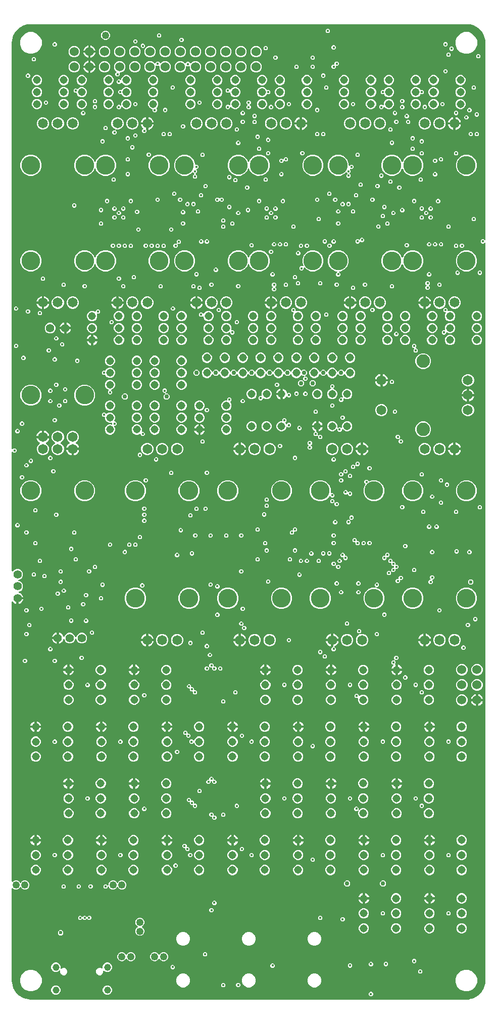
<source format=gbr>
G04 EAGLE Gerber RS-274X export*
G75*
%MOMM*%
%FSLAX34Y34*%
%LPD*%
%INCopper Layer 15*%
%IPPOS*%
%AMOC8*
5,1,8,0,0,1.08239X$1,22.5*%
G01*
%ADD10C,1.650000*%
%ADD11C,3.116000*%
%ADD12C,1.158000*%
%ADD13C,1.308000*%
%ADD14C,1.408000*%
%ADD15C,1.524000*%
%ADD16C,2.250000*%
%ADD17C,0.450000*%
%ADD18C,1.250000*%
%ADD19C,0.750000*%
%ADD20C,0.600000*%

G36*
X763465Y3013D02*
X763465Y3013D01*
X763554Y3017D01*
X763570Y3022D01*
X765016Y3001D01*
X765023Y3002D01*
X765030Y3001D01*
X765066Y3001D01*
X765093Y3005D01*
X765117Y3002D01*
X769094Y3205D01*
X769203Y3226D01*
X769287Y3234D01*
X777008Y5183D01*
X777175Y5252D01*
X777251Y5280D01*
X784204Y9161D01*
X784347Y9270D01*
X784413Y9317D01*
X790125Y14865D01*
X790235Y15008D01*
X790287Y15070D01*
X794368Y21907D01*
X794437Y22074D01*
X794471Y22147D01*
X796643Y29808D01*
X796658Y29918D01*
X796678Y30001D01*
X796996Y33973D01*
X796993Y34016D01*
X796999Y34053D01*
X796999Y1269580D01*
X796995Y1269611D01*
X796997Y1269644D01*
X796975Y1269751D01*
X796959Y1269859D01*
X796946Y1269888D01*
X796940Y1269920D01*
X796888Y1270016D01*
X796843Y1270116D01*
X796822Y1270140D01*
X796807Y1270169D01*
X796731Y1270247D01*
X796660Y1270330D01*
X796633Y1270348D01*
X796610Y1270371D01*
X796515Y1270424D01*
X796424Y1270484D01*
X796393Y1270494D01*
X796365Y1270510D01*
X796259Y1270535D01*
X796154Y1270567D01*
X796122Y1270567D01*
X796091Y1270575D01*
X795981Y1270569D01*
X795872Y1270571D01*
X795841Y1270562D01*
X795809Y1270560D01*
X795706Y1270525D01*
X795600Y1270495D01*
X795573Y1270478D01*
X795542Y1270468D01*
X795469Y1270415D01*
X795360Y1270347D01*
X795328Y1270311D01*
X795293Y1270286D01*
X793967Y1268959D01*
X791033Y1268959D01*
X788959Y1271033D01*
X788959Y1273967D01*
X791033Y1276041D01*
X793967Y1276041D01*
X795293Y1274714D01*
X795319Y1274695D01*
X795340Y1274670D01*
X795432Y1274610D01*
X795519Y1274545D01*
X795549Y1274533D01*
X795576Y1274516D01*
X795681Y1274484D01*
X795783Y1274445D01*
X795815Y1274443D01*
X795846Y1274433D01*
X795955Y1274432D01*
X796064Y1274423D01*
X796096Y1274430D01*
X796128Y1274429D01*
X796233Y1274459D01*
X796340Y1274481D01*
X796369Y1274496D01*
X796400Y1274505D01*
X796493Y1274562D01*
X796589Y1274613D01*
X796612Y1274636D01*
X796640Y1274653D01*
X796713Y1274734D01*
X796791Y1274810D01*
X796807Y1274838D01*
X796829Y1274862D01*
X796876Y1274960D01*
X796930Y1275056D01*
X796938Y1275087D01*
X796952Y1275116D01*
X796966Y1275205D01*
X796995Y1275330D01*
X796993Y1275378D01*
X796999Y1275420D01*
X796999Y1605000D01*
X796994Y1605034D01*
X796997Y1605065D01*
X796732Y1609112D01*
X796709Y1609221D01*
X796700Y1609305D01*
X794605Y1617122D01*
X794535Y1617288D01*
X794506Y1617363D01*
X790459Y1624371D01*
X790348Y1624513D01*
X790301Y1624578D01*
X784578Y1630301D01*
X784434Y1630409D01*
X784371Y1630459D01*
X777363Y1634506D01*
X777195Y1634573D01*
X777122Y1634605D01*
X772047Y1635965D01*
X771868Y1635987D01*
X771789Y1635999D01*
X28211Y1635999D01*
X28033Y1635974D01*
X27953Y1635965D01*
X22878Y1634605D01*
X22712Y1634535D01*
X22637Y1634506D01*
X15629Y1630459D01*
X15486Y1630348D01*
X15422Y1630301D01*
X9699Y1624578D01*
X9591Y1624434D01*
X9541Y1624371D01*
X5494Y1617363D01*
X5427Y1617195D01*
X5395Y1617122D01*
X3300Y1609305D01*
X3287Y1609195D01*
X3268Y1609112D01*
X3003Y1605065D01*
X3006Y1605031D01*
X3001Y1605000D01*
X3001Y925420D01*
X3005Y925389D01*
X3003Y925356D01*
X3025Y925249D01*
X3041Y925141D01*
X3054Y925112D01*
X3060Y925080D01*
X3112Y924984D01*
X3157Y924884D01*
X3178Y924860D01*
X3193Y924831D01*
X3269Y924753D01*
X3340Y924670D01*
X3367Y924652D01*
X3390Y924629D01*
X3485Y924576D01*
X3576Y924516D01*
X3607Y924506D01*
X3635Y924490D01*
X3741Y924465D01*
X3846Y924433D01*
X3878Y924433D01*
X3909Y924425D01*
X4019Y924431D01*
X4128Y924429D01*
X4159Y924438D01*
X4191Y924440D01*
X4294Y924475D01*
X4400Y924505D01*
X4427Y924522D01*
X4458Y924532D01*
X4531Y924585D01*
X4640Y924653D01*
X4672Y924689D01*
X4707Y924714D01*
X6033Y926041D01*
X8967Y926041D01*
X11041Y923967D01*
X11041Y921033D01*
X8967Y918959D01*
X6033Y918959D01*
X4707Y920286D01*
X4681Y920305D01*
X4660Y920330D01*
X4568Y920390D01*
X4481Y920455D01*
X4451Y920467D01*
X4424Y920484D01*
X4319Y920516D01*
X4217Y920555D01*
X4185Y920557D01*
X4154Y920567D01*
X4045Y920568D01*
X3936Y920577D01*
X3904Y920570D01*
X3872Y920571D01*
X3767Y920541D01*
X3660Y920519D01*
X3631Y920504D01*
X3600Y920495D01*
X3507Y920438D01*
X3411Y920387D01*
X3388Y920364D01*
X3360Y920347D01*
X3287Y920266D01*
X3209Y920190D01*
X3193Y920162D01*
X3171Y920138D01*
X3124Y920040D01*
X3070Y919944D01*
X3062Y919913D01*
X3048Y919884D01*
X3034Y919795D01*
X3005Y919670D01*
X3007Y919622D01*
X3001Y919580D01*
X3001Y720699D01*
X3005Y720667D01*
X3003Y720635D01*
X3025Y720528D01*
X3041Y720419D01*
X3054Y720390D01*
X3060Y720358D01*
X3112Y720262D01*
X3157Y720162D01*
X3178Y720138D01*
X3193Y720110D01*
X3269Y720031D01*
X3340Y719948D01*
X3367Y719931D01*
X3390Y719907D01*
X3485Y719854D01*
X3576Y719794D01*
X3607Y719784D01*
X3635Y719768D01*
X3741Y719743D01*
X3846Y719711D01*
X3878Y719711D01*
X3909Y719703D01*
X4019Y719709D01*
X4128Y719708D01*
X4159Y719716D01*
X4191Y719718D01*
X4294Y719754D01*
X4400Y719783D01*
X4427Y719800D01*
X4458Y719810D01*
X4531Y719864D01*
X4640Y719931D01*
X4672Y719967D01*
X4707Y719992D01*
X7379Y722664D01*
X10702Y724041D01*
X14298Y724041D01*
X17621Y722664D01*
X20164Y720121D01*
X21541Y716798D01*
X21541Y713202D01*
X20164Y709879D01*
X17621Y707336D01*
X14211Y705923D01*
X14184Y705907D01*
X14153Y705897D01*
X14062Y705835D01*
X13968Y705780D01*
X13946Y705756D01*
X13920Y705738D01*
X13850Y705654D01*
X13776Y705574D01*
X13761Y705545D01*
X13740Y705520D01*
X13697Y705420D01*
X13648Y705322D01*
X13642Y705291D01*
X13629Y705261D01*
X13616Y705153D01*
X13595Y705045D01*
X13598Y705013D01*
X13595Y704981D01*
X13612Y704873D01*
X13622Y704765D01*
X13634Y704735D01*
X13640Y704703D01*
X13687Y704604D01*
X13727Y704503D01*
X13747Y704477D01*
X13761Y704448D01*
X13833Y704366D01*
X13900Y704280D01*
X13927Y704261D01*
X13948Y704237D01*
X14025Y704190D01*
X14129Y704115D01*
X14175Y704099D01*
X14211Y704077D01*
X17621Y702664D01*
X20164Y700121D01*
X21541Y696798D01*
X21541Y693202D01*
X20164Y689879D01*
X17621Y687336D01*
X14812Y686172D01*
X14751Y686136D01*
X14685Y686108D01*
X14630Y686064D01*
X14569Y686029D01*
X14521Y685976D01*
X14465Y685932D01*
X14425Y685874D01*
X14377Y685823D01*
X14344Y685759D01*
X14303Y685701D01*
X14281Y685634D01*
X14249Y685571D01*
X14235Y685501D01*
X14213Y685434D01*
X14209Y685363D01*
X14196Y685294D01*
X14203Y685223D01*
X14200Y685152D01*
X14217Y685083D01*
X14223Y685014D01*
X14250Y684947D01*
X14267Y684878D01*
X14302Y684817D01*
X14328Y684752D01*
X14372Y684695D01*
X14407Y684633D01*
X14458Y684585D01*
X14501Y684529D01*
X14559Y684487D01*
X14611Y684438D01*
X14668Y684409D01*
X14730Y684364D01*
X14818Y684333D01*
X14886Y684299D01*
X16178Y683879D01*
X17521Y683194D01*
X18742Y682308D01*
X19808Y681242D01*
X20694Y680021D01*
X21379Y678678D01*
X21845Y677243D01*
X21884Y676999D01*
X13500Y676999D01*
X13437Y676990D01*
X13372Y676991D01*
X13298Y676970D01*
X13221Y676959D01*
X13162Y676933D01*
X13100Y676916D01*
X13034Y676875D01*
X12964Y676843D01*
X12915Y676801D01*
X12860Y676768D01*
X12809Y676710D01*
X12750Y676660D01*
X12714Y676606D01*
X12671Y676558D01*
X12638Y676489D01*
X12595Y676424D01*
X12576Y676362D01*
X12548Y676305D01*
X12538Y676235D01*
X12513Y676154D01*
X12512Y676069D01*
X12501Y676000D01*
X12501Y674999D01*
X11500Y674999D01*
X11436Y674990D01*
X11372Y674991D01*
X11297Y674970D01*
X11221Y674959D01*
X11162Y674933D01*
X11100Y674916D01*
X11034Y674875D01*
X10964Y674843D01*
X10915Y674801D01*
X10860Y674768D01*
X10808Y674710D01*
X10750Y674660D01*
X10714Y674606D01*
X10671Y674558D01*
X10638Y674489D01*
X10595Y674424D01*
X10576Y674362D01*
X10548Y674304D01*
X10537Y674235D01*
X10513Y674154D01*
X10512Y674069D01*
X10501Y674000D01*
X10501Y665616D01*
X10257Y665655D01*
X8822Y666121D01*
X7479Y666806D01*
X6258Y667692D01*
X5192Y668758D01*
X4808Y669287D01*
X4732Y669366D01*
X4660Y669450D01*
X4634Y669467D01*
X4612Y669489D01*
X4516Y669544D01*
X4424Y669604D01*
X4394Y669614D01*
X4367Y669629D01*
X4259Y669655D01*
X4154Y669687D01*
X4123Y669687D01*
X4093Y669695D01*
X3982Y669689D01*
X3872Y669691D01*
X3842Y669682D01*
X3811Y669681D01*
X3707Y669645D01*
X3600Y669615D01*
X3574Y669599D01*
X3544Y669589D01*
X3454Y669525D01*
X3360Y669467D01*
X3339Y669444D01*
X3314Y669426D01*
X3245Y669340D01*
X3171Y669258D01*
X3158Y669230D01*
X3138Y669206D01*
X3096Y669103D01*
X3048Y669004D01*
X3044Y668975D01*
X3031Y668945D01*
X3015Y668788D01*
X3001Y668700D01*
X3001Y201077D01*
X3005Y201045D01*
X3003Y201013D01*
X3025Y200906D01*
X3041Y200798D01*
X3054Y200769D01*
X3060Y200737D01*
X3112Y200641D01*
X3157Y200541D01*
X3178Y200517D01*
X3193Y200488D01*
X3269Y200410D01*
X3340Y200327D01*
X3367Y200309D01*
X3390Y200286D01*
X3485Y200232D01*
X3576Y200172D01*
X3607Y200163D01*
X3635Y200147D01*
X3741Y200122D01*
X3846Y200090D01*
X3878Y200090D01*
X3909Y200082D01*
X4019Y200088D01*
X4128Y200086D01*
X4159Y200095D01*
X4191Y200097D01*
X4294Y200132D01*
X4400Y200161D01*
X4427Y200178D01*
X4458Y200189D01*
X4531Y200242D01*
X4640Y200310D01*
X4672Y200346D01*
X4707Y200371D01*
X5729Y201393D01*
X8500Y202541D01*
X11500Y202541D01*
X14272Y201393D01*
X16393Y199272D01*
X16577Y198827D01*
X16593Y198799D01*
X16603Y198769D01*
X16665Y198678D01*
X16720Y198584D01*
X16744Y198562D01*
X16762Y198536D01*
X16846Y198466D01*
X16926Y198391D01*
X16955Y198377D01*
X16980Y198356D01*
X17080Y198313D01*
X17178Y198264D01*
X17209Y198258D01*
X17239Y198245D01*
X17347Y198232D01*
X17455Y198211D01*
X17487Y198214D01*
X17519Y198210D01*
X17627Y198228D01*
X17735Y198238D01*
X17765Y198250D01*
X17797Y198255D01*
X17896Y198302D01*
X17997Y198343D01*
X18023Y198363D01*
X18052Y198376D01*
X18134Y198449D01*
X18220Y198516D01*
X18239Y198542D01*
X18263Y198564D01*
X18310Y198641D01*
X18385Y198745D01*
X18401Y198791D01*
X18423Y198827D01*
X18607Y199272D01*
X20728Y201393D01*
X23500Y202541D01*
X26500Y202541D01*
X29272Y201393D01*
X31393Y199272D01*
X32541Y196500D01*
X32541Y193500D01*
X31393Y190728D01*
X29272Y188607D01*
X26500Y187459D01*
X23500Y187459D01*
X20728Y188607D01*
X18607Y190728D01*
X18423Y191173D01*
X18407Y191201D01*
X18397Y191231D01*
X18335Y191322D01*
X18280Y191416D01*
X18256Y191438D01*
X18238Y191464D01*
X18154Y191534D01*
X18074Y191609D01*
X18045Y191623D01*
X18020Y191644D01*
X17920Y191687D01*
X17822Y191736D01*
X17791Y191742D01*
X17761Y191755D01*
X17653Y191768D01*
X17545Y191789D01*
X17513Y191786D01*
X17481Y191790D01*
X17373Y191772D01*
X17265Y191762D01*
X17235Y191750D01*
X17203Y191745D01*
X17104Y191698D01*
X17003Y191657D01*
X16977Y191637D01*
X16948Y191624D01*
X16866Y191551D01*
X16780Y191484D01*
X16761Y191458D01*
X16737Y191436D01*
X16690Y191359D01*
X16615Y191255D01*
X16599Y191209D01*
X16577Y191173D01*
X16393Y190728D01*
X14272Y188607D01*
X11500Y187459D01*
X8500Y187459D01*
X5729Y188607D01*
X4707Y189629D01*
X4681Y189649D01*
X4660Y189673D01*
X4568Y189733D01*
X4481Y189799D01*
X4451Y189810D01*
X4424Y189828D01*
X4319Y189860D01*
X4217Y189898D01*
X4185Y189901D01*
X4154Y189910D01*
X4045Y189911D01*
X3936Y189920D01*
X3904Y189913D01*
X3872Y189914D01*
X3767Y189885D01*
X3660Y189862D01*
X3631Y189847D01*
X3600Y189839D01*
X3507Y189781D01*
X3411Y189730D01*
X3388Y189707D01*
X3360Y189690D01*
X3287Y189609D01*
X3209Y189533D01*
X3193Y189505D01*
X3171Y189481D01*
X3124Y189383D01*
X3070Y189288D01*
X3062Y189256D01*
X3048Y189227D01*
X3034Y189138D01*
X3005Y189013D01*
X3007Y188965D01*
X3001Y188923D01*
X3001Y35000D01*
X3006Y34966D01*
X3003Y34935D01*
X3268Y30888D01*
X3273Y30866D01*
X3272Y30852D01*
X3286Y30803D01*
X3291Y30779D01*
X3300Y30695D01*
X5395Y22878D01*
X5465Y22712D01*
X5494Y22637D01*
X9541Y15629D01*
X9652Y15486D01*
X9699Y15422D01*
X15422Y9699D01*
X15566Y9591D01*
X15629Y9541D01*
X22637Y5494D01*
X22805Y5427D01*
X22878Y5395D01*
X30695Y3300D01*
X30805Y3287D01*
X30888Y3268D01*
X34935Y3003D01*
X34969Y3006D01*
X35000Y3001D01*
X763377Y3001D01*
X763465Y3013D01*
G37*
%LPC*%
G36*
X493533Y1038959D02*
X493533Y1038959D01*
X491459Y1041033D01*
X491459Y1043967D01*
X493246Y1045753D01*
X493265Y1045779D01*
X493290Y1045800D01*
X493350Y1045892D01*
X493415Y1045979D01*
X493427Y1046009D01*
X493444Y1046036D01*
X493476Y1046141D01*
X493515Y1046243D01*
X493517Y1046275D01*
X493527Y1046306D01*
X493528Y1046415D01*
X493537Y1046524D01*
X493530Y1046556D01*
X493531Y1046588D01*
X493501Y1046693D01*
X493479Y1046800D01*
X493464Y1046829D01*
X493455Y1046860D01*
X493398Y1046953D01*
X493347Y1047049D01*
X493324Y1047072D01*
X493307Y1047100D01*
X493226Y1047173D01*
X493150Y1047251D01*
X493122Y1047267D01*
X493098Y1047289D01*
X493000Y1047336D01*
X492904Y1047390D01*
X492873Y1047398D01*
X492844Y1047412D01*
X492755Y1047426D01*
X492630Y1047455D01*
X492582Y1047453D01*
X492540Y1047459D01*
X490412Y1047459D01*
X489226Y1048645D01*
X489131Y1048716D01*
X489040Y1048792D01*
X489019Y1048801D01*
X489000Y1048815D01*
X488890Y1048856D01*
X488781Y1048903D01*
X488758Y1048906D01*
X488737Y1048914D01*
X488618Y1048923D01*
X488501Y1048938D01*
X488478Y1048934D01*
X488455Y1048936D01*
X488339Y1048912D01*
X488222Y1048893D01*
X488202Y1048883D01*
X488179Y1048878D01*
X488074Y1048822D01*
X487968Y1048772D01*
X487951Y1048757D01*
X487930Y1048746D01*
X487845Y1048663D01*
X487757Y1048584D01*
X487746Y1048566D01*
X487728Y1048549D01*
X487636Y1048387D01*
X487596Y1048321D01*
X487240Y1047462D01*
X484838Y1045060D01*
X481699Y1043759D01*
X478301Y1043759D01*
X475162Y1045060D01*
X472760Y1047462D01*
X471671Y1050089D01*
X471611Y1050191D01*
X471555Y1050296D01*
X471539Y1050312D01*
X471528Y1050332D01*
X471441Y1050413D01*
X471359Y1050498D01*
X471339Y1050509D01*
X471322Y1050524D01*
X471217Y1050578D01*
X471113Y1050637D01*
X471091Y1050642D01*
X471071Y1050652D01*
X470954Y1050674D01*
X470839Y1050702D01*
X470816Y1050700D01*
X470794Y1050705D01*
X470676Y1050693D01*
X470557Y1050687D01*
X470535Y1050680D01*
X470513Y1050678D01*
X470403Y1050634D01*
X470291Y1050595D01*
X470273Y1050582D01*
X470251Y1050573D01*
X470104Y1050459D01*
X470042Y1050413D01*
X467088Y1047459D01*
X462912Y1047459D01*
X459958Y1050413D01*
X459863Y1050484D01*
X459772Y1050560D01*
X459751Y1050569D01*
X459733Y1050582D01*
X459622Y1050624D01*
X459513Y1050671D01*
X459490Y1050674D01*
X459469Y1050682D01*
X459351Y1050691D01*
X459233Y1050706D01*
X459210Y1050702D01*
X459188Y1050704D01*
X459072Y1050679D01*
X458955Y1050660D01*
X458934Y1050651D01*
X458912Y1050646D01*
X458807Y1050590D01*
X458700Y1050539D01*
X458683Y1050524D01*
X458663Y1050514D01*
X458578Y1050431D01*
X458489Y1050352D01*
X458478Y1050334D01*
X458461Y1050317D01*
X458369Y1050155D01*
X458329Y1050089D01*
X457240Y1047462D01*
X454838Y1045060D01*
X451699Y1043759D01*
X448301Y1043759D01*
X445162Y1045060D01*
X442760Y1047462D01*
X441671Y1050089D01*
X441611Y1050191D01*
X441555Y1050296D01*
X441539Y1050312D01*
X441528Y1050332D01*
X441441Y1050413D01*
X441359Y1050498D01*
X441339Y1050509D01*
X441322Y1050524D01*
X441217Y1050578D01*
X441113Y1050637D01*
X441091Y1050642D01*
X441071Y1050652D01*
X440954Y1050674D01*
X440839Y1050702D01*
X440816Y1050700D01*
X440794Y1050705D01*
X440676Y1050693D01*
X440557Y1050687D01*
X440535Y1050680D01*
X440513Y1050678D01*
X440403Y1050634D01*
X440291Y1050595D01*
X440273Y1050582D01*
X440251Y1050573D01*
X440104Y1050459D01*
X440042Y1050413D01*
X437088Y1047459D01*
X432912Y1047459D01*
X429958Y1050413D01*
X429863Y1050484D01*
X429772Y1050560D01*
X429751Y1050569D01*
X429733Y1050582D01*
X429622Y1050624D01*
X429513Y1050671D01*
X429490Y1050674D01*
X429469Y1050682D01*
X429351Y1050691D01*
X429233Y1050706D01*
X429210Y1050702D01*
X429188Y1050704D01*
X429072Y1050679D01*
X428955Y1050660D01*
X428934Y1050651D01*
X428912Y1050646D01*
X428807Y1050590D01*
X428700Y1050539D01*
X428683Y1050524D01*
X428663Y1050514D01*
X428578Y1050431D01*
X428489Y1050352D01*
X428478Y1050334D01*
X428461Y1050317D01*
X428369Y1050155D01*
X428329Y1050089D01*
X427240Y1047462D01*
X424838Y1045060D01*
X421699Y1043759D01*
X418301Y1043759D01*
X415162Y1045060D01*
X412760Y1047462D01*
X411671Y1050089D01*
X411611Y1050191D01*
X411555Y1050296D01*
X411539Y1050312D01*
X411528Y1050332D01*
X411441Y1050413D01*
X411359Y1050498D01*
X411339Y1050509D01*
X411322Y1050524D01*
X411217Y1050578D01*
X411113Y1050637D01*
X411091Y1050642D01*
X411071Y1050652D01*
X410954Y1050674D01*
X410839Y1050702D01*
X410816Y1050700D01*
X410794Y1050705D01*
X410676Y1050693D01*
X410557Y1050687D01*
X410535Y1050680D01*
X410513Y1050678D01*
X410403Y1050634D01*
X410291Y1050595D01*
X410273Y1050582D01*
X410251Y1050573D01*
X410104Y1050459D01*
X410042Y1050413D01*
X407088Y1047459D01*
X402912Y1047459D01*
X399958Y1050413D01*
X399863Y1050484D01*
X399772Y1050560D01*
X399751Y1050569D01*
X399733Y1050582D01*
X399622Y1050624D01*
X399513Y1050671D01*
X399490Y1050674D01*
X399469Y1050682D01*
X399351Y1050691D01*
X399233Y1050706D01*
X399210Y1050702D01*
X399188Y1050704D01*
X399072Y1050679D01*
X398955Y1050660D01*
X398934Y1050651D01*
X398912Y1050646D01*
X398807Y1050590D01*
X398700Y1050539D01*
X398683Y1050524D01*
X398663Y1050514D01*
X398578Y1050431D01*
X398489Y1050352D01*
X398478Y1050334D01*
X398461Y1050317D01*
X398369Y1050155D01*
X398329Y1050089D01*
X397240Y1047462D01*
X394838Y1045060D01*
X391699Y1043759D01*
X388301Y1043759D01*
X385162Y1045060D01*
X382760Y1047462D01*
X381671Y1050089D01*
X381611Y1050191D01*
X381555Y1050296D01*
X381539Y1050312D01*
X381528Y1050332D01*
X381441Y1050413D01*
X381359Y1050498D01*
X381339Y1050509D01*
X381322Y1050524D01*
X381217Y1050578D01*
X381113Y1050637D01*
X381091Y1050642D01*
X381071Y1050652D01*
X380954Y1050674D01*
X380839Y1050702D01*
X380816Y1050700D01*
X380794Y1050705D01*
X380676Y1050693D01*
X380557Y1050687D01*
X380535Y1050680D01*
X380513Y1050678D01*
X380403Y1050634D01*
X380291Y1050595D01*
X380273Y1050582D01*
X380251Y1050573D01*
X380104Y1050459D01*
X380042Y1050413D01*
X377088Y1047459D01*
X372912Y1047459D01*
X369958Y1050413D01*
X369864Y1050484D01*
X369772Y1050560D01*
X369751Y1050569D01*
X369733Y1050582D01*
X369622Y1050624D01*
X369513Y1050671D01*
X369490Y1050674D01*
X369469Y1050682D01*
X369351Y1050691D01*
X369233Y1050706D01*
X369210Y1050702D01*
X369188Y1050704D01*
X369072Y1050679D01*
X368955Y1050660D01*
X368934Y1050651D01*
X368912Y1050646D01*
X368807Y1050590D01*
X368700Y1050539D01*
X368683Y1050524D01*
X368663Y1050514D01*
X368578Y1050431D01*
X368489Y1050352D01*
X368478Y1050334D01*
X368461Y1050317D01*
X368369Y1050154D01*
X368329Y1050089D01*
X367240Y1047462D01*
X364838Y1045060D01*
X361699Y1043759D01*
X358301Y1043759D01*
X355162Y1045060D01*
X352760Y1047462D01*
X351671Y1050089D01*
X351611Y1050191D01*
X351555Y1050296D01*
X351539Y1050312D01*
X351528Y1050332D01*
X351441Y1050413D01*
X351359Y1050498D01*
X351339Y1050509D01*
X351322Y1050524D01*
X351217Y1050578D01*
X351113Y1050637D01*
X351091Y1050642D01*
X351071Y1050652D01*
X350954Y1050674D01*
X350839Y1050702D01*
X350816Y1050700D01*
X350794Y1050705D01*
X350676Y1050693D01*
X350557Y1050687D01*
X350536Y1050680D01*
X350513Y1050678D01*
X350403Y1050634D01*
X350291Y1050595D01*
X350273Y1050582D01*
X350251Y1050573D01*
X350104Y1050458D01*
X350042Y1050413D01*
X347088Y1047459D01*
X342912Y1047459D01*
X339958Y1050413D01*
X339864Y1050484D01*
X339772Y1050560D01*
X339751Y1050569D01*
X339733Y1050582D01*
X339622Y1050624D01*
X339513Y1050671D01*
X339490Y1050674D01*
X339469Y1050682D01*
X339351Y1050691D01*
X339233Y1050706D01*
X339210Y1050702D01*
X339188Y1050704D01*
X339072Y1050679D01*
X338955Y1050660D01*
X338934Y1050651D01*
X338912Y1050646D01*
X338807Y1050590D01*
X338700Y1050539D01*
X338683Y1050524D01*
X338663Y1050514D01*
X338578Y1050431D01*
X338489Y1050352D01*
X338478Y1050334D01*
X338461Y1050317D01*
X338369Y1050154D01*
X338329Y1050089D01*
X337240Y1047462D01*
X334838Y1045060D01*
X331699Y1043759D01*
X328301Y1043759D01*
X325162Y1045060D01*
X322760Y1047462D01*
X321459Y1050601D01*
X321459Y1053999D01*
X322760Y1057138D01*
X325162Y1059540D01*
X328301Y1060841D01*
X331699Y1060841D01*
X334838Y1059540D01*
X337240Y1057138D01*
X338211Y1054794D01*
X338272Y1054692D01*
X338327Y1054587D01*
X338343Y1054571D01*
X338355Y1054551D01*
X338441Y1054470D01*
X338524Y1054385D01*
X338544Y1054374D01*
X338561Y1054358D01*
X338666Y1054305D01*
X338770Y1054246D01*
X338792Y1054241D01*
X338812Y1054231D01*
X338928Y1054209D01*
X339044Y1054181D01*
X339067Y1054182D01*
X339089Y1054178D01*
X339207Y1054190D01*
X339326Y1054196D01*
X339347Y1054203D01*
X339370Y1054205D01*
X339480Y1054249D01*
X339592Y1054288D01*
X339610Y1054301D01*
X339632Y1054310D01*
X339779Y1054425D01*
X339841Y1054470D01*
X342912Y1057541D01*
X347088Y1057541D01*
X350159Y1054470D01*
X350254Y1054399D01*
X350261Y1054392D01*
X350273Y1054382D01*
X350275Y1054381D01*
X350345Y1054323D01*
X350366Y1054314D01*
X350384Y1054301D01*
X350495Y1054259D01*
X350604Y1054212D01*
X350627Y1054209D01*
X350648Y1054201D01*
X350767Y1054192D01*
X350884Y1054177D01*
X350907Y1054181D01*
X350930Y1054179D01*
X351045Y1054203D01*
X351163Y1054222D01*
X351183Y1054232D01*
X351206Y1054237D01*
X351310Y1054292D01*
X351417Y1054343D01*
X351434Y1054359D01*
X351455Y1054369D01*
X351540Y1054452D01*
X351628Y1054531D01*
X351639Y1054549D01*
X351657Y1054566D01*
X351749Y1054728D01*
X351780Y1054780D01*
X351785Y1054787D01*
X351785Y1054788D01*
X351789Y1054794D01*
X352760Y1057138D01*
X355162Y1059540D01*
X358301Y1060841D01*
X361699Y1060841D01*
X364838Y1059540D01*
X367240Y1057138D01*
X368211Y1054794D01*
X368272Y1054692D01*
X368327Y1054587D01*
X368343Y1054571D01*
X368355Y1054551D01*
X368441Y1054470D01*
X368524Y1054385D01*
X368544Y1054374D01*
X368561Y1054358D01*
X368666Y1054305D01*
X368770Y1054246D01*
X368792Y1054241D01*
X368812Y1054231D01*
X368928Y1054209D01*
X369044Y1054181D01*
X369067Y1054182D01*
X369089Y1054178D01*
X369207Y1054190D01*
X369326Y1054196D01*
X369347Y1054203D01*
X369370Y1054205D01*
X369480Y1054249D01*
X369592Y1054288D01*
X369610Y1054301D01*
X369632Y1054310D01*
X369779Y1054425D01*
X369841Y1054470D01*
X372912Y1057541D01*
X377088Y1057541D01*
X380159Y1054470D01*
X380254Y1054399D01*
X380262Y1054392D01*
X380273Y1054382D01*
X380275Y1054381D01*
X380345Y1054323D01*
X380366Y1054314D01*
X380384Y1054301D01*
X380495Y1054259D01*
X380604Y1054212D01*
X380627Y1054209D01*
X380648Y1054201D01*
X380767Y1054192D01*
X380884Y1054177D01*
X380907Y1054181D01*
X380929Y1054179D01*
X381045Y1054203D01*
X381163Y1054222D01*
X381183Y1054232D01*
X381206Y1054237D01*
X381310Y1054292D01*
X381417Y1054343D01*
X381434Y1054359D01*
X381455Y1054369D01*
X381540Y1054452D01*
X381628Y1054531D01*
X381639Y1054549D01*
X381657Y1054566D01*
X381748Y1054728D01*
X381781Y1054781D01*
X381785Y1054787D01*
X381785Y1054788D01*
X381789Y1054794D01*
X382760Y1057138D01*
X385162Y1059540D01*
X388301Y1060841D01*
X391699Y1060841D01*
X394838Y1059540D01*
X397240Y1057138D01*
X398211Y1054794D01*
X398272Y1054692D01*
X398327Y1054587D01*
X398343Y1054571D01*
X398355Y1054551D01*
X398442Y1054470D01*
X398524Y1054385D01*
X398544Y1054374D01*
X398561Y1054358D01*
X398666Y1054305D01*
X398770Y1054246D01*
X398792Y1054241D01*
X398812Y1054231D01*
X398929Y1054209D01*
X399044Y1054181D01*
X399067Y1054182D01*
X399089Y1054178D01*
X399207Y1054190D01*
X399326Y1054196D01*
X399347Y1054203D01*
X399370Y1054205D01*
X399480Y1054249D01*
X399592Y1054288D01*
X399610Y1054301D01*
X399632Y1054310D01*
X399779Y1054424D01*
X399841Y1054470D01*
X402912Y1057541D01*
X407088Y1057541D01*
X410159Y1054470D01*
X410254Y1054399D01*
X410262Y1054392D01*
X410273Y1054382D01*
X410275Y1054381D01*
X410345Y1054323D01*
X410366Y1054314D01*
X410384Y1054301D01*
X410495Y1054259D01*
X410604Y1054212D01*
X410627Y1054209D01*
X410648Y1054201D01*
X410767Y1054192D01*
X410884Y1054177D01*
X410907Y1054181D01*
X410929Y1054179D01*
X411045Y1054203D01*
X411163Y1054222D01*
X411183Y1054232D01*
X411206Y1054237D01*
X411310Y1054292D01*
X411417Y1054343D01*
X411434Y1054359D01*
X411455Y1054369D01*
X411540Y1054452D01*
X411628Y1054531D01*
X411639Y1054549D01*
X411657Y1054566D01*
X411748Y1054728D01*
X411781Y1054781D01*
X411785Y1054787D01*
X411785Y1054788D01*
X411789Y1054794D01*
X412760Y1057138D01*
X415162Y1059540D01*
X418301Y1060841D01*
X421699Y1060841D01*
X424838Y1059540D01*
X427240Y1057138D01*
X428211Y1054794D01*
X428272Y1054692D01*
X428327Y1054587D01*
X428343Y1054571D01*
X428355Y1054551D01*
X428442Y1054470D01*
X428524Y1054385D01*
X428544Y1054374D01*
X428561Y1054358D01*
X428666Y1054305D01*
X428770Y1054246D01*
X428792Y1054241D01*
X428812Y1054231D01*
X428929Y1054209D01*
X429044Y1054181D01*
X429067Y1054182D01*
X429089Y1054178D01*
X429207Y1054190D01*
X429326Y1054196D01*
X429347Y1054203D01*
X429370Y1054205D01*
X429480Y1054249D01*
X429592Y1054288D01*
X429610Y1054301D01*
X429632Y1054310D01*
X429779Y1054424D01*
X429841Y1054470D01*
X432912Y1057541D01*
X437088Y1057541D01*
X440159Y1054470D01*
X440254Y1054399D01*
X440262Y1054392D01*
X440273Y1054382D01*
X440275Y1054381D01*
X440345Y1054323D01*
X440366Y1054314D01*
X440384Y1054301D01*
X440495Y1054259D01*
X440604Y1054212D01*
X440627Y1054209D01*
X440648Y1054201D01*
X440767Y1054192D01*
X440884Y1054177D01*
X440907Y1054181D01*
X440929Y1054179D01*
X441045Y1054203D01*
X441163Y1054222D01*
X441183Y1054232D01*
X441206Y1054237D01*
X441310Y1054292D01*
X441417Y1054343D01*
X441434Y1054359D01*
X441455Y1054369D01*
X441540Y1054452D01*
X441628Y1054531D01*
X441639Y1054549D01*
X441657Y1054566D01*
X441748Y1054728D01*
X441781Y1054781D01*
X441785Y1054787D01*
X441785Y1054788D01*
X441789Y1054794D01*
X442760Y1057138D01*
X445162Y1059540D01*
X448301Y1060841D01*
X451699Y1060841D01*
X454838Y1059540D01*
X457240Y1057138D01*
X458211Y1054794D01*
X458272Y1054692D01*
X458327Y1054587D01*
X458343Y1054571D01*
X458355Y1054551D01*
X458442Y1054470D01*
X458524Y1054385D01*
X458544Y1054374D01*
X458561Y1054358D01*
X458666Y1054305D01*
X458770Y1054246D01*
X458792Y1054241D01*
X458812Y1054231D01*
X458929Y1054209D01*
X459044Y1054181D01*
X459067Y1054182D01*
X459089Y1054178D01*
X459207Y1054190D01*
X459326Y1054196D01*
X459347Y1054203D01*
X459370Y1054205D01*
X459480Y1054249D01*
X459592Y1054288D01*
X459610Y1054301D01*
X459632Y1054310D01*
X459779Y1054424D01*
X459841Y1054470D01*
X462912Y1057541D01*
X467088Y1057541D01*
X470159Y1054470D01*
X470254Y1054399D01*
X470262Y1054392D01*
X470273Y1054382D01*
X470275Y1054381D01*
X470345Y1054323D01*
X470366Y1054314D01*
X470384Y1054301D01*
X470495Y1054259D01*
X470604Y1054212D01*
X470627Y1054209D01*
X470648Y1054201D01*
X470767Y1054192D01*
X470884Y1054177D01*
X470907Y1054181D01*
X470929Y1054179D01*
X471045Y1054203D01*
X471163Y1054222D01*
X471183Y1054232D01*
X471206Y1054237D01*
X471310Y1054292D01*
X471417Y1054343D01*
X471434Y1054359D01*
X471455Y1054369D01*
X471540Y1054452D01*
X471628Y1054531D01*
X471639Y1054549D01*
X471657Y1054566D01*
X471748Y1054728D01*
X471781Y1054781D01*
X471785Y1054787D01*
X471785Y1054788D01*
X471789Y1054794D01*
X472760Y1057138D01*
X475162Y1059540D01*
X478301Y1060841D01*
X481699Y1060841D01*
X484838Y1059540D01*
X487240Y1057138D01*
X487479Y1056562D01*
X487540Y1056460D01*
X487595Y1056355D01*
X487611Y1056339D01*
X487623Y1056319D01*
X487709Y1056238D01*
X487792Y1056153D01*
X487812Y1056142D01*
X487828Y1056126D01*
X487934Y1056072D01*
X488037Y1056014D01*
X488060Y1056009D01*
X488080Y1055998D01*
X488196Y1055976D01*
X488312Y1055949D01*
X488335Y1055950D01*
X488357Y1055946D01*
X488475Y1055957D01*
X488593Y1055963D01*
X488615Y1055971D01*
X488638Y1055973D01*
X488748Y1056017D01*
X488860Y1056056D01*
X488877Y1056069D01*
X488900Y1056077D01*
X489047Y1056192D01*
X489109Y1056238D01*
X490412Y1057541D01*
X494588Y1057541D01*
X497541Y1054588D01*
X497541Y1050412D01*
X494875Y1047747D01*
X494856Y1047721D01*
X494831Y1047700D01*
X494771Y1047608D01*
X494706Y1047521D01*
X494695Y1047491D01*
X494677Y1047464D01*
X494645Y1047359D01*
X494606Y1047257D01*
X494604Y1047225D01*
X494595Y1047194D01*
X494593Y1047085D01*
X494585Y1046976D01*
X494591Y1046944D01*
X494591Y1046912D01*
X494620Y1046807D01*
X494642Y1046700D01*
X494657Y1046671D01*
X494666Y1046640D01*
X494723Y1046547D01*
X494775Y1046451D01*
X494797Y1046428D01*
X494814Y1046400D01*
X494895Y1046327D01*
X494971Y1046249D01*
X494999Y1046233D01*
X495023Y1046211D01*
X495122Y1046164D01*
X495217Y1046110D01*
X495248Y1046102D01*
X495277Y1046088D01*
X495366Y1046074D01*
X495491Y1046045D01*
X495540Y1046047D01*
X495582Y1046041D01*
X496467Y1046041D01*
X498541Y1043967D01*
X498541Y1041033D01*
X496467Y1038959D01*
X493533Y1038959D01*
G37*
%LPD*%
%LPC*%
G36*
X379003Y1222419D02*
X379003Y1222419D01*
X372541Y1225096D01*
X367596Y1230041D01*
X364919Y1236503D01*
X364919Y1243497D01*
X367596Y1249959D01*
X372541Y1254904D01*
X379003Y1257581D01*
X385997Y1257581D01*
X392459Y1254904D01*
X397404Y1249959D01*
X399077Y1245921D01*
X399093Y1245893D01*
X399103Y1245862D01*
X399165Y1245772D01*
X399220Y1245678D01*
X399244Y1245656D01*
X399262Y1245629D01*
X399347Y1245560D01*
X399426Y1245485D01*
X399455Y1245470D01*
X399480Y1245450D01*
X399580Y1245407D01*
X399678Y1245357D01*
X399709Y1245351D01*
X399739Y1245339D01*
X399847Y1245325D01*
X399955Y1245305D01*
X399987Y1245308D01*
X400019Y1245304D01*
X400127Y1245321D01*
X400235Y1245332D01*
X400265Y1245344D01*
X400297Y1245349D01*
X400396Y1245396D01*
X400497Y1245436D01*
X400523Y1245456D01*
X400552Y1245470D01*
X400634Y1245543D01*
X400720Y1245610D01*
X400739Y1245636D01*
X400763Y1245657D01*
X400810Y1245735D01*
X400885Y1245839D01*
X400901Y1245884D01*
X400923Y1245921D01*
X402596Y1249959D01*
X407541Y1254904D01*
X414003Y1257581D01*
X420997Y1257581D01*
X427459Y1254904D01*
X432404Y1249959D01*
X435081Y1243497D01*
X435081Y1236503D01*
X432404Y1230041D01*
X427459Y1225096D01*
X420997Y1222419D01*
X414003Y1222419D01*
X407541Y1225096D01*
X402596Y1230041D01*
X400923Y1234079D01*
X400907Y1234107D01*
X400897Y1234138D01*
X400835Y1234228D01*
X400780Y1234322D01*
X400756Y1234344D01*
X400738Y1234371D01*
X400654Y1234440D01*
X400574Y1234515D01*
X400545Y1234530D01*
X400520Y1234550D01*
X400420Y1234593D01*
X400322Y1234643D01*
X400291Y1234649D01*
X400261Y1234661D01*
X400153Y1234675D01*
X400045Y1234695D01*
X400013Y1234692D01*
X399981Y1234696D01*
X399873Y1234679D01*
X399765Y1234668D01*
X399735Y1234656D01*
X399703Y1234651D01*
X399604Y1234604D01*
X399503Y1234564D01*
X399477Y1234544D01*
X399448Y1234530D01*
X399366Y1234457D01*
X399280Y1234390D01*
X399261Y1234364D01*
X399237Y1234343D01*
X399190Y1234265D01*
X399115Y1234161D01*
X399099Y1234116D01*
X399077Y1234079D01*
X397404Y1230041D01*
X392459Y1225096D01*
X385997Y1222419D01*
X379003Y1222419D01*
G37*
%LPD*%
%LPC*%
G36*
X121503Y1222419D02*
X121503Y1222419D01*
X115041Y1225096D01*
X110096Y1230041D01*
X107419Y1236503D01*
X107419Y1243497D01*
X110096Y1249959D01*
X115041Y1254904D01*
X121503Y1257581D01*
X128497Y1257581D01*
X134959Y1254904D01*
X139904Y1249959D01*
X141577Y1245921D01*
X141593Y1245893D01*
X141603Y1245862D01*
X141665Y1245772D01*
X141720Y1245678D01*
X141744Y1245656D01*
X141762Y1245629D01*
X141847Y1245560D01*
X141926Y1245485D01*
X141955Y1245470D01*
X141980Y1245450D01*
X142080Y1245407D01*
X142178Y1245357D01*
X142209Y1245351D01*
X142239Y1245339D01*
X142347Y1245325D01*
X142455Y1245305D01*
X142487Y1245308D01*
X142519Y1245304D01*
X142627Y1245321D01*
X142735Y1245332D01*
X142765Y1245344D01*
X142797Y1245349D01*
X142896Y1245396D01*
X142997Y1245436D01*
X143023Y1245456D01*
X143052Y1245470D01*
X143134Y1245543D01*
X143220Y1245610D01*
X143239Y1245636D01*
X143263Y1245657D01*
X143310Y1245735D01*
X143385Y1245839D01*
X143401Y1245884D01*
X143423Y1245921D01*
X145096Y1249959D01*
X150041Y1254904D01*
X156503Y1257581D01*
X163497Y1257581D01*
X169959Y1254904D01*
X174904Y1249959D01*
X177581Y1243497D01*
X177581Y1236503D01*
X174904Y1230041D01*
X169959Y1225096D01*
X163497Y1222419D01*
X156503Y1222419D01*
X150041Y1225096D01*
X145096Y1230041D01*
X143423Y1234079D01*
X143407Y1234107D01*
X143397Y1234138D01*
X143335Y1234228D01*
X143280Y1234322D01*
X143256Y1234344D01*
X143238Y1234371D01*
X143154Y1234440D01*
X143074Y1234515D01*
X143045Y1234530D01*
X143020Y1234550D01*
X142920Y1234593D01*
X142822Y1234643D01*
X142791Y1234649D01*
X142761Y1234661D01*
X142653Y1234675D01*
X142545Y1234695D01*
X142513Y1234692D01*
X142481Y1234696D01*
X142373Y1234679D01*
X142265Y1234668D01*
X142235Y1234656D01*
X142203Y1234651D01*
X142104Y1234604D01*
X142003Y1234564D01*
X141977Y1234544D01*
X141948Y1234530D01*
X141866Y1234457D01*
X141780Y1234390D01*
X141761Y1234364D01*
X141737Y1234343D01*
X141690Y1234265D01*
X141615Y1234161D01*
X141599Y1234116D01*
X141577Y1234079D01*
X139904Y1230041D01*
X134959Y1225096D01*
X128497Y1222419D01*
X121503Y1222419D01*
G37*
%LPD*%
%LPC*%
G36*
X636503Y1222419D02*
X636503Y1222419D01*
X630041Y1225096D01*
X625096Y1230041D01*
X622419Y1236503D01*
X622419Y1243497D01*
X625096Y1249959D01*
X630041Y1254904D01*
X636503Y1257581D01*
X643497Y1257581D01*
X649959Y1254904D01*
X654904Y1249959D01*
X656577Y1245921D01*
X656593Y1245893D01*
X656603Y1245862D01*
X656665Y1245772D01*
X656720Y1245678D01*
X656744Y1245656D01*
X656762Y1245629D01*
X656846Y1245560D01*
X656926Y1245485D01*
X656955Y1245470D01*
X656980Y1245450D01*
X657080Y1245407D01*
X657178Y1245357D01*
X657209Y1245351D01*
X657239Y1245339D01*
X657347Y1245325D01*
X657455Y1245305D01*
X657487Y1245308D01*
X657519Y1245304D01*
X657627Y1245321D01*
X657735Y1245332D01*
X657765Y1245344D01*
X657797Y1245349D01*
X657896Y1245396D01*
X657997Y1245436D01*
X658023Y1245456D01*
X658052Y1245470D01*
X658134Y1245543D01*
X658220Y1245610D01*
X658239Y1245636D01*
X658263Y1245657D01*
X658310Y1245735D01*
X658385Y1245839D01*
X658401Y1245884D01*
X658423Y1245921D01*
X660096Y1249959D01*
X665041Y1254904D01*
X671503Y1257581D01*
X678497Y1257581D01*
X684959Y1254904D01*
X689904Y1249959D01*
X692581Y1243497D01*
X692581Y1236503D01*
X689904Y1230041D01*
X684959Y1225096D01*
X678497Y1222419D01*
X671503Y1222419D01*
X665041Y1225096D01*
X660096Y1230041D01*
X658423Y1234079D01*
X658407Y1234107D01*
X658397Y1234138D01*
X658335Y1234228D01*
X658280Y1234322D01*
X658256Y1234344D01*
X658238Y1234371D01*
X658153Y1234440D01*
X658074Y1234515D01*
X658045Y1234530D01*
X658020Y1234550D01*
X657920Y1234593D01*
X657822Y1234643D01*
X657791Y1234649D01*
X657761Y1234661D01*
X657653Y1234675D01*
X657545Y1234695D01*
X657513Y1234692D01*
X657481Y1234696D01*
X657373Y1234679D01*
X657265Y1234668D01*
X657235Y1234656D01*
X657203Y1234651D01*
X657104Y1234604D01*
X657003Y1234564D01*
X656977Y1234544D01*
X656948Y1234530D01*
X656866Y1234457D01*
X656780Y1234390D01*
X656761Y1234364D01*
X656737Y1234343D01*
X656690Y1234265D01*
X656615Y1234161D01*
X656599Y1234116D01*
X656577Y1234079D01*
X654904Y1230041D01*
X649959Y1225096D01*
X643497Y1222419D01*
X636503Y1222419D01*
G37*
%LPD*%
%LPC*%
G36*
X636503Y1382419D02*
X636503Y1382419D01*
X630041Y1385096D01*
X625096Y1390041D01*
X622419Y1396503D01*
X622419Y1403497D01*
X625096Y1409959D01*
X630041Y1414904D01*
X636503Y1417581D01*
X643497Y1417581D01*
X649959Y1414904D01*
X654904Y1409959D01*
X656577Y1405921D01*
X656593Y1405893D01*
X656603Y1405862D01*
X656665Y1405772D01*
X656720Y1405678D01*
X656744Y1405656D01*
X656762Y1405629D01*
X656846Y1405560D01*
X656926Y1405485D01*
X656955Y1405470D01*
X656980Y1405450D01*
X657080Y1405407D01*
X657178Y1405357D01*
X657209Y1405351D01*
X657239Y1405339D01*
X657347Y1405325D01*
X657455Y1405305D01*
X657487Y1405308D01*
X657519Y1405304D01*
X657627Y1405321D01*
X657735Y1405332D01*
X657765Y1405344D01*
X657797Y1405349D01*
X657896Y1405396D01*
X657997Y1405436D01*
X658023Y1405456D01*
X658052Y1405470D01*
X658134Y1405543D01*
X658220Y1405610D01*
X658239Y1405636D01*
X658263Y1405657D01*
X658310Y1405735D01*
X658385Y1405839D01*
X658401Y1405884D01*
X658423Y1405921D01*
X660096Y1409959D01*
X665041Y1414904D01*
X671503Y1417581D01*
X678497Y1417581D01*
X684959Y1414904D01*
X689904Y1409959D01*
X692581Y1403497D01*
X692581Y1396503D01*
X689904Y1390041D01*
X684959Y1385096D01*
X678497Y1382419D01*
X671503Y1382419D01*
X665041Y1385096D01*
X660096Y1390041D01*
X658423Y1394079D01*
X658407Y1394107D01*
X658397Y1394138D01*
X658335Y1394228D01*
X658280Y1394322D01*
X658256Y1394344D01*
X658238Y1394371D01*
X658153Y1394440D01*
X658074Y1394515D01*
X658045Y1394530D01*
X658020Y1394550D01*
X657920Y1394593D01*
X657822Y1394643D01*
X657791Y1394649D01*
X657761Y1394661D01*
X657653Y1394675D01*
X657545Y1394695D01*
X657513Y1394692D01*
X657481Y1394696D01*
X657373Y1394679D01*
X657265Y1394668D01*
X657235Y1394656D01*
X657203Y1394651D01*
X657104Y1394604D01*
X657003Y1394564D01*
X656977Y1394544D01*
X656948Y1394530D01*
X656866Y1394457D01*
X656780Y1394390D01*
X656761Y1394364D01*
X656737Y1394343D01*
X656690Y1394265D01*
X656615Y1394161D01*
X656599Y1394116D01*
X656577Y1394079D01*
X654904Y1390041D01*
X649959Y1385096D01*
X643497Y1382419D01*
X636503Y1382419D01*
G37*
%LPD*%
%LPC*%
G36*
X121503Y1382419D02*
X121503Y1382419D01*
X115041Y1385096D01*
X110096Y1390041D01*
X107419Y1396503D01*
X107419Y1403497D01*
X110096Y1409959D01*
X115041Y1414904D01*
X121503Y1417581D01*
X128497Y1417581D01*
X134959Y1414904D01*
X139904Y1409959D01*
X141577Y1405921D01*
X141593Y1405893D01*
X141603Y1405862D01*
X141665Y1405772D01*
X141720Y1405678D01*
X141744Y1405656D01*
X141762Y1405629D01*
X141846Y1405560D01*
X141926Y1405485D01*
X141955Y1405470D01*
X141980Y1405450D01*
X142080Y1405407D01*
X142178Y1405357D01*
X142209Y1405351D01*
X142239Y1405339D01*
X142347Y1405325D01*
X142455Y1405305D01*
X142487Y1405308D01*
X142519Y1405304D01*
X142627Y1405321D01*
X142735Y1405332D01*
X142765Y1405344D01*
X142797Y1405349D01*
X142896Y1405396D01*
X142997Y1405436D01*
X143023Y1405456D01*
X143052Y1405470D01*
X143134Y1405543D01*
X143220Y1405610D01*
X143239Y1405636D01*
X143263Y1405657D01*
X143310Y1405735D01*
X143385Y1405839D01*
X143401Y1405884D01*
X143423Y1405921D01*
X145096Y1409959D01*
X150041Y1414904D01*
X156503Y1417581D01*
X163497Y1417581D01*
X169959Y1414904D01*
X174904Y1409959D01*
X177581Y1403497D01*
X177581Y1396503D01*
X174904Y1390041D01*
X169959Y1385096D01*
X163497Y1382419D01*
X156503Y1382419D01*
X150041Y1385096D01*
X145096Y1390041D01*
X143423Y1394079D01*
X143407Y1394107D01*
X143397Y1394138D01*
X143335Y1394228D01*
X143280Y1394322D01*
X143256Y1394344D01*
X143238Y1394371D01*
X143153Y1394440D01*
X143074Y1394515D01*
X143045Y1394530D01*
X143020Y1394550D01*
X142920Y1394593D01*
X142822Y1394643D01*
X142791Y1394649D01*
X142761Y1394661D01*
X142653Y1394675D01*
X142545Y1394695D01*
X142513Y1394692D01*
X142481Y1394696D01*
X142373Y1394679D01*
X142265Y1394668D01*
X142235Y1394656D01*
X142203Y1394651D01*
X142104Y1394604D01*
X142003Y1394564D01*
X141977Y1394544D01*
X141948Y1394530D01*
X141866Y1394457D01*
X141780Y1394390D01*
X141761Y1394364D01*
X141737Y1394343D01*
X141690Y1394265D01*
X141615Y1394161D01*
X141599Y1394116D01*
X141577Y1394079D01*
X139904Y1390041D01*
X134959Y1385096D01*
X128497Y1382419D01*
X121503Y1382419D01*
G37*
%LPD*%
%LPC*%
G36*
X379003Y1382419D02*
X379003Y1382419D01*
X372541Y1385096D01*
X367596Y1390041D01*
X364919Y1396503D01*
X364919Y1403497D01*
X367596Y1409959D01*
X372541Y1414904D01*
X379003Y1417581D01*
X385997Y1417581D01*
X392459Y1414904D01*
X397404Y1409959D01*
X399077Y1405921D01*
X399093Y1405893D01*
X399103Y1405862D01*
X399165Y1405772D01*
X399220Y1405678D01*
X399244Y1405656D01*
X399262Y1405629D01*
X399346Y1405560D01*
X399426Y1405485D01*
X399455Y1405470D01*
X399480Y1405450D01*
X399580Y1405407D01*
X399678Y1405357D01*
X399709Y1405351D01*
X399739Y1405339D01*
X399847Y1405325D01*
X399955Y1405305D01*
X399987Y1405308D01*
X400019Y1405304D01*
X400127Y1405321D01*
X400235Y1405332D01*
X400265Y1405344D01*
X400297Y1405349D01*
X400396Y1405396D01*
X400497Y1405436D01*
X400523Y1405456D01*
X400552Y1405470D01*
X400634Y1405543D01*
X400720Y1405610D01*
X400739Y1405636D01*
X400763Y1405657D01*
X400810Y1405735D01*
X400885Y1405839D01*
X400901Y1405884D01*
X400923Y1405921D01*
X402596Y1409959D01*
X407541Y1414904D01*
X414003Y1417581D01*
X420997Y1417581D01*
X427459Y1414904D01*
X432404Y1409959D01*
X435081Y1403497D01*
X435081Y1396503D01*
X432404Y1390041D01*
X427459Y1385096D01*
X420997Y1382419D01*
X414003Y1382419D01*
X407541Y1385096D01*
X402596Y1390041D01*
X400923Y1394079D01*
X400907Y1394107D01*
X400897Y1394138D01*
X400835Y1394228D01*
X400780Y1394322D01*
X400756Y1394344D01*
X400738Y1394371D01*
X400653Y1394440D01*
X400574Y1394515D01*
X400545Y1394530D01*
X400520Y1394550D01*
X400420Y1394593D01*
X400322Y1394643D01*
X400291Y1394649D01*
X400261Y1394661D01*
X400153Y1394675D01*
X400045Y1394695D01*
X400013Y1394692D01*
X399981Y1394696D01*
X399873Y1394679D01*
X399765Y1394668D01*
X399735Y1394656D01*
X399703Y1394651D01*
X399604Y1394604D01*
X399503Y1394564D01*
X399477Y1394544D01*
X399448Y1394530D01*
X399366Y1394457D01*
X399280Y1394390D01*
X399261Y1394364D01*
X399237Y1394343D01*
X399190Y1394265D01*
X399115Y1394161D01*
X399099Y1394116D01*
X399077Y1394079D01*
X397404Y1390041D01*
X392459Y1385096D01*
X385997Y1382419D01*
X379003Y1382419D01*
G37*
%LPD*%
%LPC*%
G36*
X566033Y1378959D02*
X566033Y1378959D01*
X563959Y1381033D01*
X563959Y1383967D01*
X565536Y1385543D01*
X565575Y1385595D01*
X565621Y1385640D01*
X565659Y1385707D01*
X565705Y1385769D01*
X565728Y1385829D01*
X565760Y1385885D01*
X565778Y1385960D01*
X565805Y1386033D01*
X565810Y1386097D01*
X565825Y1386159D01*
X565821Y1386237D01*
X565827Y1386314D01*
X565814Y1386377D01*
X565810Y1386441D01*
X565785Y1386514D01*
X565769Y1386590D01*
X565739Y1386647D01*
X565718Y1386708D01*
X565676Y1386764D01*
X565637Y1386839D01*
X565577Y1386900D01*
X565536Y1386957D01*
X564384Y1388108D01*
X564333Y1388147D01*
X564288Y1388193D01*
X564221Y1388231D01*
X564159Y1388278D01*
X564099Y1388300D01*
X564043Y1388332D01*
X563967Y1388350D01*
X563895Y1388377D01*
X563831Y1388382D01*
X563768Y1388397D01*
X563691Y1388393D01*
X563614Y1388399D01*
X563551Y1388386D01*
X563487Y1388383D01*
X563413Y1388357D01*
X563338Y1388341D01*
X563281Y1388311D01*
X563220Y1388290D01*
X563164Y1388249D01*
X563089Y1388209D01*
X563028Y1388150D01*
X562971Y1388108D01*
X559959Y1385096D01*
X553497Y1382419D01*
X546503Y1382419D01*
X540041Y1385096D01*
X535096Y1390041D01*
X532419Y1396503D01*
X532419Y1403497D01*
X535096Y1409959D01*
X540041Y1414904D01*
X546503Y1417581D01*
X553497Y1417581D01*
X559959Y1414904D01*
X564904Y1409959D01*
X567581Y1403497D01*
X567581Y1400000D01*
X567585Y1399969D01*
X567583Y1399936D01*
X567605Y1399829D01*
X567621Y1399721D01*
X567634Y1399692D01*
X567640Y1399660D01*
X567692Y1399564D01*
X567737Y1399464D01*
X567758Y1399440D01*
X567773Y1399411D01*
X567849Y1399333D01*
X567920Y1399250D01*
X567947Y1399232D01*
X567970Y1399209D01*
X568065Y1399156D01*
X568156Y1399096D01*
X568187Y1399086D01*
X568215Y1399070D01*
X568321Y1399045D01*
X568426Y1399013D01*
X568458Y1399013D01*
X568489Y1399005D01*
X568599Y1399011D01*
X568708Y1399009D01*
X568739Y1399018D01*
X568771Y1399020D01*
X568874Y1399055D01*
X568980Y1399085D01*
X569007Y1399102D01*
X569038Y1399112D01*
X569111Y1399165D01*
X569220Y1399233D01*
X569252Y1399269D01*
X569287Y1399294D01*
X571033Y1401041D01*
X573967Y1401041D01*
X576041Y1398967D01*
X576041Y1396033D01*
X573967Y1393959D01*
X570960Y1393959D01*
X570929Y1393955D01*
X570896Y1393957D01*
X570789Y1393935D01*
X570681Y1393919D01*
X570652Y1393906D01*
X570620Y1393900D01*
X570524Y1393848D01*
X570424Y1393803D01*
X570400Y1393782D01*
X570371Y1393767D01*
X570293Y1393691D01*
X570210Y1393620D01*
X570192Y1393593D01*
X570169Y1393570D01*
X570116Y1393475D01*
X570056Y1393384D01*
X570046Y1393353D01*
X570030Y1393325D01*
X570005Y1393219D01*
X569973Y1393114D01*
X569973Y1393082D01*
X569965Y1393051D01*
X569971Y1392941D01*
X569969Y1392832D01*
X569978Y1392801D01*
X569980Y1392769D01*
X570015Y1392666D01*
X570045Y1392560D01*
X570062Y1392533D01*
X570072Y1392502D01*
X570125Y1392429D01*
X570193Y1392320D01*
X570195Y1392318D01*
X570229Y1392287D01*
X570254Y1392253D01*
X571041Y1391467D01*
X571041Y1388533D01*
X569464Y1386957D01*
X569425Y1386905D01*
X569379Y1386860D01*
X569341Y1386793D01*
X569295Y1386731D01*
X569272Y1386671D01*
X569240Y1386615D01*
X569222Y1386540D01*
X569195Y1386467D01*
X569190Y1386403D01*
X569175Y1386340D01*
X569179Y1386263D01*
X569173Y1386186D01*
X569186Y1386123D01*
X569190Y1386059D01*
X569215Y1385986D01*
X569231Y1385910D01*
X569261Y1385853D01*
X569282Y1385792D01*
X569324Y1385736D01*
X569363Y1385661D01*
X569423Y1385600D01*
X569464Y1385543D01*
X571041Y1383967D01*
X571041Y1381033D01*
X568967Y1378959D01*
X566033Y1378959D01*
G37*
%LPD*%
%LPC*%
G36*
X308533Y1377479D02*
X308533Y1377479D01*
X306459Y1379553D01*
X306459Y1382487D01*
X308776Y1384803D01*
X308815Y1384855D01*
X308861Y1384900D01*
X308899Y1384967D01*
X308945Y1385029D01*
X308968Y1385089D01*
X309000Y1385145D01*
X309018Y1385220D01*
X309045Y1385293D01*
X309050Y1385357D01*
X309065Y1385419D01*
X309061Y1385497D01*
X309067Y1385574D01*
X309054Y1385637D01*
X309050Y1385701D01*
X309025Y1385774D01*
X309009Y1385850D01*
X308979Y1385907D01*
X308958Y1385968D01*
X308916Y1386024D01*
X308877Y1386099D01*
X308817Y1386160D01*
X308776Y1386217D01*
X306884Y1388108D01*
X306833Y1388147D01*
X306788Y1388193D01*
X306721Y1388231D01*
X306659Y1388278D01*
X306599Y1388300D01*
X306543Y1388332D01*
X306467Y1388350D01*
X306395Y1388377D01*
X306331Y1388382D01*
X306268Y1388397D01*
X306191Y1388393D01*
X306114Y1388399D01*
X306051Y1388386D01*
X305987Y1388383D01*
X305913Y1388357D01*
X305838Y1388341D01*
X305781Y1388311D01*
X305720Y1388290D01*
X305664Y1388249D01*
X305589Y1388209D01*
X305528Y1388150D01*
X305471Y1388108D01*
X302459Y1385096D01*
X295997Y1382419D01*
X289003Y1382419D01*
X282541Y1385096D01*
X277596Y1390041D01*
X274919Y1396503D01*
X274919Y1403497D01*
X277596Y1409959D01*
X282541Y1414904D01*
X289003Y1417581D01*
X295997Y1417581D01*
X302459Y1414904D01*
X307404Y1409959D01*
X310081Y1403497D01*
X310081Y1402040D01*
X310090Y1401976D01*
X310089Y1401912D01*
X310110Y1401837D01*
X310121Y1401761D01*
X310147Y1401702D01*
X310164Y1401640D01*
X310205Y1401574D01*
X310237Y1401504D01*
X310279Y1401455D01*
X310312Y1401400D01*
X310370Y1401348D01*
X310420Y1401290D01*
X310474Y1401254D01*
X310522Y1401211D01*
X310591Y1401178D01*
X310656Y1401135D01*
X310718Y1401116D01*
X310775Y1401088D01*
X310845Y1401077D01*
X310926Y1401053D01*
X311011Y1401052D01*
X311080Y1401041D01*
X313967Y1401041D01*
X316041Y1398967D01*
X316041Y1396033D01*
X313967Y1393959D01*
X313460Y1393959D01*
X313429Y1393955D01*
X313396Y1393957D01*
X313289Y1393935D01*
X313181Y1393919D01*
X313152Y1393906D01*
X313120Y1393900D01*
X313024Y1393848D01*
X312924Y1393803D01*
X312900Y1393782D01*
X312871Y1393767D01*
X312793Y1393691D01*
X312710Y1393620D01*
X312692Y1393593D01*
X312669Y1393570D01*
X312616Y1393475D01*
X312556Y1393384D01*
X312546Y1393353D01*
X312530Y1393325D01*
X312505Y1393219D01*
X312473Y1393114D01*
X312473Y1393082D01*
X312465Y1393051D01*
X312471Y1392941D01*
X312469Y1392832D01*
X312478Y1392801D01*
X312480Y1392769D01*
X312515Y1392666D01*
X312545Y1392560D01*
X312562Y1392533D01*
X312572Y1392502D01*
X312625Y1392429D01*
X312693Y1392320D01*
X312695Y1392318D01*
X312729Y1392287D01*
X312754Y1392253D01*
X313541Y1391467D01*
X313541Y1388533D01*
X311224Y1386217D01*
X311185Y1386165D01*
X311139Y1386120D01*
X311101Y1386053D01*
X311055Y1385991D01*
X311032Y1385931D01*
X311000Y1385875D01*
X310982Y1385800D01*
X310955Y1385727D01*
X310950Y1385663D01*
X310935Y1385601D01*
X310939Y1385523D01*
X310933Y1385446D01*
X310946Y1385383D01*
X310950Y1385319D01*
X310975Y1385246D01*
X310991Y1385170D01*
X311021Y1385113D01*
X311042Y1385052D01*
X311084Y1384996D01*
X311123Y1384921D01*
X311183Y1384860D01*
X311224Y1384803D01*
X313541Y1382487D01*
X313541Y1379553D01*
X311467Y1377479D01*
X308533Y1377479D01*
G37*
%LPD*%
%LPC*%
G36*
X761419Y1586999D02*
X761419Y1586999D01*
X754803Y1589740D01*
X749740Y1594803D01*
X746999Y1601419D01*
X746999Y1608581D01*
X749740Y1615197D01*
X754803Y1620260D01*
X761419Y1623001D01*
X768581Y1623001D01*
X775197Y1620260D01*
X780260Y1615197D01*
X783001Y1608581D01*
X783001Y1601419D01*
X780260Y1594803D01*
X775197Y1589740D01*
X768581Y1586999D01*
X761419Y1586999D01*
G37*
%LPD*%
%LPC*%
G36*
X31419Y1586999D02*
X31419Y1586999D01*
X24803Y1589740D01*
X19740Y1594803D01*
X16999Y1601419D01*
X16999Y1608581D01*
X19740Y1615197D01*
X24803Y1620260D01*
X31419Y1623001D01*
X38581Y1623001D01*
X45197Y1620260D01*
X50260Y1615197D01*
X53001Y1608581D01*
X53001Y1601419D01*
X50260Y1594803D01*
X45197Y1589740D01*
X38581Y1586999D01*
X31419Y1586999D01*
G37*
%LPD*%
%LPC*%
G36*
X761419Y16999D02*
X761419Y16999D01*
X754803Y19740D01*
X749740Y24803D01*
X746999Y31419D01*
X746999Y38581D01*
X749740Y45197D01*
X754803Y50260D01*
X761419Y53001D01*
X768581Y53001D01*
X775197Y50260D01*
X780260Y45197D01*
X783001Y38581D01*
X783001Y31419D01*
X780260Y24803D01*
X775197Y19740D01*
X768581Y16999D01*
X761419Y16999D01*
G37*
%LPD*%
%LPC*%
G36*
X31419Y16999D02*
X31419Y16999D01*
X24803Y19740D01*
X19740Y24803D01*
X16999Y31419D01*
X16999Y38581D01*
X19740Y45197D01*
X24803Y50260D01*
X31419Y53001D01*
X38581Y53001D01*
X45197Y50260D01*
X50260Y45197D01*
X53001Y38581D01*
X53001Y31419D01*
X50260Y24803D01*
X45197Y19740D01*
X38581Y16999D01*
X31419Y16999D01*
G37*
%LPD*%
%LPC*%
G36*
X548533Y1213959D02*
X548533Y1213959D01*
X546459Y1216033D01*
X546459Y1218967D01*
X548206Y1220713D01*
X548225Y1220739D01*
X548250Y1220760D01*
X548310Y1220852D01*
X548375Y1220939D01*
X548387Y1220969D01*
X548404Y1220996D01*
X548436Y1221101D01*
X548475Y1221203D01*
X548477Y1221235D01*
X548487Y1221266D01*
X548488Y1221375D01*
X548497Y1221484D01*
X548490Y1221516D01*
X548491Y1221548D01*
X548461Y1221653D01*
X548439Y1221760D01*
X548424Y1221789D01*
X548415Y1221820D01*
X548358Y1221913D01*
X548307Y1222009D01*
X548284Y1222032D01*
X548267Y1222060D01*
X548186Y1222133D01*
X548110Y1222211D01*
X548082Y1222227D01*
X548058Y1222249D01*
X547960Y1222296D01*
X547864Y1222350D01*
X547833Y1222358D01*
X547804Y1222372D01*
X547715Y1222386D01*
X547590Y1222415D01*
X547542Y1222413D01*
X547500Y1222419D01*
X546503Y1222419D01*
X540041Y1225096D01*
X535096Y1230041D01*
X532419Y1236503D01*
X532419Y1243497D01*
X535096Y1249959D01*
X540041Y1254904D01*
X546503Y1257581D01*
X553497Y1257581D01*
X559959Y1254904D01*
X564904Y1249959D01*
X567581Y1243497D01*
X567581Y1236503D01*
X564904Y1230041D01*
X559959Y1225096D01*
X553497Y1222419D01*
X552500Y1222419D01*
X552469Y1222415D01*
X552436Y1222417D01*
X552329Y1222395D01*
X552221Y1222379D01*
X552192Y1222366D01*
X552160Y1222360D01*
X552064Y1222308D01*
X551964Y1222263D01*
X551940Y1222242D01*
X551911Y1222227D01*
X551833Y1222151D01*
X551750Y1222080D01*
X551732Y1222053D01*
X551709Y1222030D01*
X551656Y1221935D01*
X551596Y1221844D01*
X551586Y1221813D01*
X551570Y1221785D01*
X551545Y1221679D01*
X551513Y1221574D01*
X551513Y1221542D01*
X551505Y1221511D01*
X551511Y1221401D01*
X551509Y1221292D01*
X551518Y1221261D01*
X551520Y1221229D01*
X551555Y1221126D01*
X551585Y1221020D01*
X551602Y1220993D01*
X551612Y1220962D01*
X551665Y1220889D01*
X551733Y1220780D01*
X551769Y1220748D01*
X551794Y1220713D01*
X553541Y1218967D01*
X553541Y1216033D01*
X551467Y1213959D01*
X548533Y1213959D01*
G37*
%LPD*%
%LPC*%
G36*
X504003Y1222419D02*
X504003Y1222419D01*
X497541Y1225096D01*
X494037Y1228601D01*
X494011Y1228620D01*
X493990Y1228644D01*
X493898Y1228704D01*
X493811Y1228770D01*
X493781Y1228781D01*
X493754Y1228799D01*
X493649Y1228831D01*
X493547Y1228869D01*
X493515Y1228872D01*
X493484Y1228881D01*
X493375Y1228883D01*
X493266Y1228891D01*
X493234Y1228885D01*
X493202Y1228885D01*
X493097Y1228856D01*
X492990Y1228834D01*
X492961Y1228818D01*
X492930Y1228810D01*
X492837Y1228752D01*
X492741Y1228701D01*
X492718Y1228679D01*
X492690Y1228662D01*
X492617Y1228581D01*
X492539Y1228504D01*
X492523Y1228476D01*
X492501Y1228452D01*
X492454Y1228354D01*
X492400Y1228259D01*
X492392Y1228228D01*
X492378Y1228199D01*
X492364Y1228109D01*
X492335Y1227984D01*
X492337Y1227936D01*
X492331Y1227894D01*
X492331Y1226033D01*
X490257Y1223959D01*
X487323Y1223959D01*
X485249Y1226033D01*
X485249Y1228967D01*
X487323Y1231041D01*
X490472Y1231041D01*
X490480Y1231038D01*
X490567Y1231031D01*
X490652Y1231015D01*
X490707Y1231020D01*
X490761Y1231016D01*
X490846Y1231034D01*
X490933Y1231042D01*
X490984Y1231062D01*
X491037Y1231073D01*
X491114Y1231114D01*
X491195Y1231146D01*
X491238Y1231180D01*
X491286Y1231206D01*
X491349Y1231266D01*
X491417Y1231320D01*
X491449Y1231364D01*
X491488Y1231402D01*
X491531Y1231478D01*
X491582Y1231549D01*
X491601Y1231600D01*
X491627Y1231648D01*
X491648Y1231732D01*
X491677Y1231814D01*
X491680Y1231869D01*
X491693Y1231922D01*
X491688Y1232009D01*
X491693Y1232096D01*
X491681Y1232145D01*
X491678Y1232204D01*
X491641Y1232311D01*
X491621Y1232395D01*
X489919Y1236503D01*
X489919Y1243497D01*
X492596Y1249959D01*
X497541Y1254904D01*
X504003Y1257581D01*
X510997Y1257581D01*
X517459Y1254904D01*
X522404Y1249959D01*
X525081Y1243497D01*
X525081Y1236503D01*
X522404Y1230041D01*
X517459Y1225096D01*
X510997Y1222419D01*
X504003Y1222419D01*
G37*
%LPD*%
%LPC*%
G36*
X516503Y837419D02*
X516503Y837419D01*
X510041Y840096D01*
X505096Y845041D01*
X502419Y851503D01*
X502419Y858497D01*
X505096Y864959D01*
X510041Y869904D01*
X516503Y872581D01*
X523497Y872581D01*
X529959Y869904D01*
X534904Y864959D01*
X537581Y858497D01*
X537581Y852040D01*
X537590Y851976D01*
X537589Y851912D01*
X537610Y851837D01*
X537621Y851761D01*
X537647Y851702D01*
X537664Y851640D01*
X537705Y851574D01*
X537737Y851504D01*
X537779Y851455D01*
X537812Y851400D01*
X537870Y851348D01*
X537920Y851290D01*
X537974Y851254D01*
X538022Y851211D01*
X538091Y851178D01*
X538156Y851135D01*
X538218Y851116D01*
X538275Y851088D01*
X538345Y851077D01*
X538426Y851053D01*
X538511Y851052D01*
X538580Y851041D01*
X541467Y851041D01*
X543541Y848967D01*
X543541Y846033D01*
X541467Y843959D01*
X538533Y843959D01*
X536708Y845785D01*
X536613Y845856D01*
X536521Y845932D01*
X536500Y845941D01*
X536482Y845954D01*
X536371Y845996D01*
X536262Y846043D01*
X536240Y846046D01*
X536218Y846054D01*
X536100Y846063D01*
X535982Y846077D01*
X535960Y846074D01*
X535937Y846076D01*
X535821Y846051D01*
X535704Y846032D01*
X535683Y846023D01*
X535661Y846018D01*
X535557Y845962D01*
X535449Y845911D01*
X535432Y845896D01*
X535412Y845885D01*
X535327Y845803D01*
X535238Y845724D01*
X535227Y845705D01*
X535210Y845689D01*
X535118Y845526D01*
X535078Y845461D01*
X534904Y845041D01*
X529959Y840096D01*
X523497Y837419D01*
X516503Y837419D01*
G37*
%LPD*%
%LPC*%
G36*
X606503Y657419D02*
X606503Y657419D01*
X600041Y660096D01*
X595096Y665041D01*
X592419Y671503D01*
X592419Y678497D01*
X595096Y684959D01*
X600041Y689904D01*
X606503Y692581D01*
X612500Y692581D01*
X612531Y692585D01*
X612564Y692583D01*
X612671Y692605D01*
X612779Y692621D01*
X612808Y692634D01*
X612840Y692640D01*
X612936Y692692D01*
X613036Y692737D01*
X613060Y692758D01*
X613089Y692773D01*
X613167Y692849D01*
X613250Y692920D01*
X613268Y692947D01*
X613291Y692970D01*
X613344Y693065D01*
X613404Y693156D01*
X613414Y693187D01*
X613430Y693215D01*
X613455Y693321D01*
X613487Y693426D01*
X613487Y693458D01*
X613495Y693489D01*
X613489Y693599D01*
X613491Y693708D01*
X613482Y693739D01*
X613480Y693771D01*
X613445Y693874D01*
X613415Y693980D01*
X613398Y694007D01*
X613388Y694038D01*
X613335Y694111D01*
X613267Y694220D01*
X613231Y694252D01*
X613206Y694287D01*
X611459Y696033D01*
X611459Y698967D01*
X613533Y701041D01*
X616467Y701041D01*
X618541Y698967D01*
X618541Y696033D01*
X616467Y693959D01*
X615192Y693959D01*
X615107Y693947D01*
X615020Y693944D01*
X614968Y693927D01*
X614913Y693919D01*
X614834Y693884D01*
X614752Y693857D01*
X614706Y693826D01*
X614656Y693803D01*
X614590Y693747D01*
X614519Y693698D01*
X614484Y693656D01*
X614442Y693620D01*
X614394Y693547D01*
X614339Y693480D01*
X614318Y693430D01*
X614288Y693384D01*
X614262Y693301D01*
X614228Y693221D01*
X614221Y693167D01*
X614205Y693114D01*
X614204Y693027D01*
X614193Y692941D01*
X614202Y692887D01*
X614201Y692832D01*
X614225Y692748D01*
X614238Y692663D01*
X614262Y692613D01*
X614277Y692560D01*
X614322Y692486D01*
X614359Y692408D01*
X614396Y692367D01*
X614425Y692320D01*
X614489Y692262D01*
X614547Y692197D01*
X614590Y692171D01*
X614634Y692131D01*
X614736Y692082D01*
X614810Y692037D01*
X619959Y689904D01*
X624904Y684959D01*
X627581Y678497D01*
X627581Y671503D01*
X624904Y665041D01*
X619959Y660096D01*
X613497Y657419D01*
X606503Y657419D01*
G37*
%LPD*%
%LPC*%
G36*
X606503Y837419D02*
X606503Y837419D01*
X600041Y840096D01*
X595096Y845041D01*
X592419Y851503D01*
X592419Y858497D01*
X595096Y864959D01*
X595608Y865471D01*
X595647Y865523D01*
X595693Y865567D01*
X595731Y865635D01*
X595778Y865697D01*
X595800Y865757D01*
X595832Y865813D01*
X595850Y865888D01*
X595877Y865961D01*
X595882Y866025D01*
X595897Y866087D01*
X595893Y866165D01*
X595899Y866242D01*
X595886Y866305D01*
X595883Y866369D01*
X595857Y866442D01*
X595841Y866518D01*
X595811Y866575D01*
X595790Y866635D01*
X595749Y866692D01*
X595709Y866767D01*
X595650Y866828D01*
X595608Y866884D01*
X593959Y868533D01*
X593959Y871467D01*
X596033Y873541D01*
X598967Y873541D01*
X601162Y871346D01*
X601173Y871316D01*
X601187Y871298D01*
X601197Y871278D01*
X601274Y871187D01*
X601347Y871094D01*
X601365Y871081D01*
X601380Y871063D01*
X601480Y870998D01*
X601576Y870929D01*
X601597Y870921D01*
X601616Y870909D01*
X601730Y870874D01*
X601841Y870834D01*
X601864Y870833D01*
X601886Y870826D01*
X602004Y870825D01*
X602123Y870818D01*
X602144Y870823D01*
X602168Y870823D01*
X602347Y870872D01*
X602422Y870890D01*
X606503Y872581D01*
X613497Y872581D01*
X619959Y869904D01*
X624904Y864959D01*
X627581Y858497D01*
X627581Y851503D01*
X624904Y845041D01*
X619959Y840096D01*
X613497Y837419D01*
X606503Y837419D01*
G37*
%LPD*%
%LPC*%
G36*
X671503Y837419D02*
X671503Y837419D01*
X665041Y840096D01*
X660096Y845041D01*
X657419Y851503D01*
X657419Y858497D01*
X660096Y864959D01*
X665041Y869904D01*
X671503Y872581D01*
X678497Y872581D01*
X684959Y869904D01*
X689904Y864959D01*
X692581Y858497D01*
X692581Y851503D01*
X689904Y845041D01*
X684959Y840096D01*
X678497Y837419D01*
X671503Y837419D01*
G37*
%LPD*%
%LPC*%
G36*
X451503Y657419D02*
X451503Y657419D01*
X445041Y660096D01*
X440096Y665041D01*
X437419Y671503D01*
X437419Y678497D01*
X440096Y684959D01*
X445041Y689904D01*
X451503Y692581D01*
X458497Y692581D01*
X464959Y689904D01*
X469904Y684959D01*
X472581Y678497D01*
X472581Y671503D01*
X469904Y665041D01*
X464959Y660096D01*
X458497Y657419D01*
X451503Y657419D01*
G37*
%LPD*%
%LPC*%
G36*
X361503Y657419D02*
X361503Y657419D01*
X355041Y660096D01*
X350096Y665041D01*
X347419Y671503D01*
X347419Y678497D01*
X350096Y684959D01*
X355041Y689904D01*
X361503Y692581D01*
X368497Y692581D01*
X374959Y689904D01*
X379904Y684959D01*
X382581Y678497D01*
X382581Y671503D01*
X379904Y665041D01*
X374959Y660096D01*
X368497Y657419D01*
X361503Y657419D01*
G37*
%LPD*%
%LPC*%
G36*
X296503Y657419D02*
X296503Y657419D01*
X290041Y660096D01*
X285096Y665041D01*
X282419Y671503D01*
X282419Y678497D01*
X285096Y684959D01*
X290041Y689904D01*
X296503Y692581D01*
X303497Y692581D01*
X309959Y689904D01*
X314904Y684959D01*
X317581Y678497D01*
X317581Y671503D01*
X314904Y665041D01*
X309959Y660096D01*
X303497Y657419D01*
X296503Y657419D01*
G37*
%LPD*%
%LPC*%
G36*
X31503Y837419D02*
X31503Y837419D01*
X25041Y840096D01*
X20096Y845041D01*
X17419Y851503D01*
X17419Y858497D01*
X20096Y864959D01*
X25041Y869904D01*
X31503Y872581D01*
X38497Y872581D01*
X44959Y869904D01*
X49904Y864959D01*
X52581Y858497D01*
X52581Y851503D01*
X49904Y845041D01*
X44959Y840096D01*
X38497Y837419D01*
X31503Y837419D01*
G37*
%LPD*%
%LPC*%
G36*
X31503Y1382419D02*
X31503Y1382419D01*
X25041Y1385096D01*
X20096Y1390041D01*
X17419Y1396503D01*
X17419Y1403497D01*
X20096Y1409959D01*
X25041Y1414904D01*
X31503Y1417581D01*
X38497Y1417581D01*
X44959Y1414904D01*
X49904Y1409959D01*
X52581Y1403497D01*
X52581Y1396503D01*
X49904Y1390041D01*
X44959Y1385096D01*
X38497Y1382419D01*
X31503Y1382419D01*
G37*
%LPD*%
%LPC*%
G36*
X504003Y1382419D02*
X504003Y1382419D01*
X497541Y1385096D01*
X492596Y1390041D01*
X489919Y1396503D01*
X489919Y1403497D01*
X492596Y1409959D01*
X497541Y1414904D01*
X504003Y1417581D01*
X510997Y1417581D01*
X517459Y1414904D01*
X522404Y1409959D01*
X525081Y1403497D01*
X525081Y1396503D01*
X522404Y1390041D01*
X517459Y1385096D01*
X510997Y1382419D01*
X504003Y1382419D01*
G37*
%LPD*%
%LPC*%
G36*
X246503Y1382419D02*
X246503Y1382419D01*
X240041Y1385096D01*
X235096Y1390041D01*
X232419Y1396503D01*
X232419Y1403497D01*
X235096Y1409959D01*
X240041Y1414904D01*
X246503Y1417581D01*
X253497Y1417581D01*
X259959Y1414904D01*
X264904Y1409959D01*
X267581Y1403497D01*
X267581Y1396503D01*
X264904Y1390041D01*
X259959Y1385096D01*
X253497Y1382419D01*
X246503Y1382419D01*
G37*
%LPD*%
%LPC*%
G36*
X31503Y997419D02*
X31503Y997419D01*
X25041Y1000096D01*
X20096Y1005041D01*
X17419Y1011503D01*
X17419Y1018497D01*
X20096Y1024959D01*
X25041Y1029904D01*
X31503Y1032581D01*
X38497Y1032581D01*
X44959Y1029904D01*
X49904Y1024959D01*
X52581Y1018497D01*
X52581Y1011503D01*
X49904Y1005041D01*
X44959Y1000096D01*
X38497Y997419D01*
X31503Y997419D01*
G37*
%LPD*%
%LPC*%
G36*
X206503Y657419D02*
X206503Y657419D01*
X200041Y660096D01*
X195096Y665041D01*
X192419Y671503D01*
X192419Y678497D01*
X195096Y684959D01*
X200041Y689904D01*
X206503Y692581D01*
X213497Y692581D01*
X219959Y689904D01*
X224904Y684959D01*
X227581Y678497D01*
X227581Y671503D01*
X224904Y665041D01*
X219959Y660096D01*
X213497Y657419D01*
X206503Y657419D01*
G37*
%LPD*%
%LPC*%
G36*
X761503Y657419D02*
X761503Y657419D01*
X755041Y660096D01*
X750096Y665041D01*
X747419Y671503D01*
X747419Y678497D01*
X750096Y684959D01*
X755041Y689904D01*
X761503Y692581D01*
X768497Y692581D01*
X774959Y689904D01*
X779904Y684959D01*
X782581Y678497D01*
X782581Y671503D01*
X779904Y665041D01*
X774959Y660096D01*
X768497Y657419D01*
X761503Y657419D01*
G37*
%LPD*%
%LPC*%
G36*
X121503Y837419D02*
X121503Y837419D01*
X115041Y840096D01*
X110096Y845041D01*
X107419Y851503D01*
X107419Y858497D01*
X110096Y864959D01*
X115041Y869904D01*
X121503Y872581D01*
X128497Y872581D01*
X134959Y869904D01*
X139904Y864959D01*
X142581Y858497D01*
X142581Y851503D01*
X139904Y845041D01*
X134959Y840096D01*
X128497Y837419D01*
X121503Y837419D01*
G37*
%LPD*%
%LPC*%
G36*
X206503Y837419D02*
X206503Y837419D01*
X200041Y840096D01*
X195096Y845041D01*
X192419Y851503D01*
X192419Y858497D01*
X195096Y864959D01*
X200041Y869904D01*
X206503Y872581D01*
X213497Y872581D01*
X219959Y869904D01*
X224904Y864959D01*
X227581Y858497D01*
X227581Y851503D01*
X224904Y845041D01*
X219959Y840096D01*
X213497Y837419D01*
X206503Y837419D01*
G37*
%LPD*%
%LPC*%
G36*
X289003Y1222419D02*
X289003Y1222419D01*
X282541Y1225096D01*
X277596Y1230041D01*
X274919Y1236503D01*
X274919Y1243497D01*
X277596Y1249959D01*
X282541Y1254904D01*
X289003Y1257581D01*
X295997Y1257581D01*
X302459Y1254904D01*
X307404Y1249959D01*
X310081Y1243497D01*
X310081Y1236503D01*
X307404Y1230041D01*
X302459Y1225096D01*
X295997Y1222419D01*
X289003Y1222419D01*
G37*
%LPD*%
%LPC*%
G36*
X451503Y837419D02*
X451503Y837419D01*
X445041Y840096D01*
X440096Y845041D01*
X437419Y851503D01*
X437419Y858497D01*
X440096Y864959D01*
X445041Y869904D01*
X451503Y872581D01*
X458497Y872581D01*
X464959Y869904D01*
X469904Y864959D01*
X472581Y858497D01*
X472581Y851503D01*
X469904Y845041D01*
X464959Y840096D01*
X458497Y837419D01*
X451503Y837419D01*
G37*
%LPD*%
%LPC*%
G36*
X361503Y837419D02*
X361503Y837419D01*
X355041Y840096D01*
X350096Y845041D01*
X347419Y851503D01*
X347419Y858497D01*
X350096Y864959D01*
X355041Y869904D01*
X361503Y872581D01*
X368497Y872581D01*
X374959Y869904D01*
X379904Y864959D01*
X382581Y858497D01*
X382581Y851503D01*
X379904Y845041D01*
X374959Y840096D01*
X368497Y837419D01*
X361503Y837419D01*
G37*
%LPD*%
%LPC*%
G36*
X246503Y1222419D02*
X246503Y1222419D01*
X240041Y1225096D01*
X235096Y1230041D01*
X232419Y1236503D01*
X232419Y1243497D01*
X235096Y1249959D01*
X240041Y1254904D01*
X246503Y1257581D01*
X253497Y1257581D01*
X259959Y1254904D01*
X264904Y1249959D01*
X267581Y1243497D01*
X267581Y1236503D01*
X264904Y1230041D01*
X259959Y1225096D01*
X253497Y1222419D01*
X246503Y1222419D01*
G37*
%LPD*%
%LPC*%
G36*
X296503Y837419D02*
X296503Y837419D01*
X290041Y840096D01*
X285096Y845041D01*
X282419Y851503D01*
X282419Y858497D01*
X285096Y864959D01*
X290041Y869904D01*
X296503Y872581D01*
X303497Y872581D01*
X309959Y869904D01*
X314904Y864959D01*
X317581Y858497D01*
X317581Y851503D01*
X314904Y845041D01*
X309959Y840096D01*
X303497Y837419D01*
X296503Y837419D01*
G37*
%LPD*%
%LPC*%
G36*
X31503Y1222419D02*
X31503Y1222419D01*
X25041Y1225096D01*
X20096Y1230041D01*
X17419Y1236503D01*
X17419Y1243497D01*
X20096Y1249959D01*
X25041Y1254904D01*
X31503Y1257581D01*
X38497Y1257581D01*
X44959Y1254904D01*
X49904Y1249959D01*
X52581Y1243497D01*
X52581Y1236503D01*
X49904Y1230041D01*
X44959Y1225096D01*
X38497Y1222419D01*
X31503Y1222419D01*
G37*
%LPD*%
%LPC*%
G36*
X761503Y1382419D02*
X761503Y1382419D01*
X755041Y1385096D01*
X750096Y1390041D01*
X747419Y1396503D01*
X747419Y1403497D01*
X750096Y1409959D01*
X755041Y1414904D01*
X761503Y1417581D01*
X768497Y1417581D01*
X774959Y1414904D01*
X779904Y1409959D01*
X782581Y1403497D01*
X782581Y1396503D01*
X779904Y1390041D01*
X774959Y1385096D01*
X768497Y1382419D01*
X761503Y1382419D01*
G37*
%LPD*%
%LPC*%
G36*
X761503Y837419D02*
X761503Y837419D01*
X755041Y840096D01*
X750096Y845041D01*
X747419Y851503D01*
X747419Y858497D01*
X750096Y864959D01*
X755041Y869904D01*
X761503Y872581D01*
X768497Y872581D01*
X774959Y869904D01*
X779904Y864959D01*
X782581Y858497D01*
X782581Y851503D01*
X779904Y845041D01*
X774959Y840096D01*
X768497Y837419D01*
X761503Y837419D01*
G37*
%LPD*%
%LPC*%
G36*
X671503Y657419D02*
X671503Y657419D01*
X665041Y660096D01*
X660096Y665041D01*
X657419Y671503D01*
X657419Y678497D01*
X660096Y684959D01*
X665041Y689904D01*
X671503Y692581D01*
X678497Y692581D01*
X684959Y689904D01*
X689904Y684959D01*
X692581Y678497D01*
X692581Y671503D01*
X689904Y665041D01*
X684959Y660096D01*
X678497Y657419D01*
X671503Y657419D01*
G37*
%LPD*%
%LPC*%
G36*
X761503Y1222419D02*
X761503Y1222419D01*
X755041Y1225096D01*
X750096Y1230041D01*
X747419Y1236503D01*
X747419Y1243497D01*
X750096Y1249959D01*
X755041Y1254904D01*
X761503Y1257581D01*
X768497Y1257581D01*
X774959Y1254904D01*
X779904Y1249959D01*
X782581Y1243497D01*
X782581Y1236503D01*
X779904Y1230041D01*
X774959Y1225096D01*
X768497Y1222419D01*
X761503Y1222419D01*
G37*
%LPD*%
%LPC*%
G36*
X516503Y657419D02*
X516503Y657419D01*
X510041Y660096D01*
X505096Y665041D01*
X502419Y671503D01*
X502419Y678497D01*
X505096Y684959D01*
X510041Y689904D01*
X516503Y692581D01*
X523497Y692581D01*
X529959Y689904D01*
X534904Y684959D01*
X537581Y678497D01*
X537581Y671503D01*
X534904Y665041D01*
X529959Y660096D01*
X523497Y657419D01*
X516503Y657419D01*
G37*
%LPD*%
%LPC*%
G36*
X121503Y997419D02*
X121503Y997419D01*
X115041Y1000096D01*
X110096Y1005041D01*
X107419Y1011503D01*
X107419Y1018497D01*
X110096Y1024959D01*
X115041Y1029904D01*
X121503Y1032581D01*
X128497Y1032581D01*
X134959Y1029904D01*
X139904Y1024959D01*
X142581Y1018497D01*
X142581Y1011503D01*
X139904Y1005041D01*
X134959Y1000096D01*
X128497Y997419D01*
X121503Y997419D01*
G37*
%LPD*%
%LPC*%
G36*
X508301Y1043759D02*
X508301Y1043759D01*
X505162Y1045060D01*
X502760Y1047462D01*
X501459Y1050601D01*
X501459Y1053999D01*
X502760Y1057138D01*
X505162Y1059540D01*
X508301Y1060841D01*
X511699Y1060841D01*
X514838Y1059540D01*
X517240Y1057138D01*
X518211Y1054794D01*
X518272Y1054692D01*
X518327Y1054587D01*
X518343Y1054571D01*
X518355Y1054551D01*
X518442Y1054470D01*
X518524Y1054385D01*
X518544Y1054374D01*
X518561Y1054358D01*
X518666Y1054305D01*
X518770Y1054246D01*
X518792Y1054241D01*
X518812Y1054231D01*
X518929Y1054209D01*
X519044Y1054181D01*
X519067Y1054182D01*
X519089Y1054178D01*
X519207Y1054190D01*
X519326Y1054196D01*
X519347Y1054203D01*
X519370Y1054205D01*
X519480Y1054249D01*
X519592Y1054288D01*
X519610Y1054301D01*
X519632Y1054310D01*
X519779Y1054424D01*
X519841Y1054470D01*
X522912Y1057541D01*
X527088Y1057541D01*
X530159Y1054470D01*
X530254Y1054399D01*
X530262Y1054392D01*
X530273Y1054382D01*
X530275Y1054381D01*
X530345Y1054323D01*
X530366Y1054314D01*
X530384Y1054301D01*
X530495Y1054259D01*
X530604Y1054212D01*
X530627Y1054209D01*
X530648Y1054201D01*
X530767Y1054192D01*
X530884Y1054177D01*
X530907Y1054181D01*
X530929Y1054179D01*
X531045Y1054203D01*
X531163Y1054222D01*
X531183Y1054232D01*
X531206Y1054237D01*
X531310Y1054292D01*
X531417Y1054343D01*
X531434Y1054359D01*
X531455Y1054369D01*
X531540Y1054452D01*
X531628Y1054531D01*
X531639Y1054549D01*
X531657Y1054566D01*
X531748Y1054728D01*
X531781Y1054781D01*
X531785Y1054787D01*
X531785Y1054788D01*
X531789Y1054794D01*
X532760Y1057138D01*
X535162Y1059540D01*
X538301Y1060841D01*
X541699Y1060841D01*
X544838Y1059540D01*
X547240Y1057138D01*
X548211Y1054794D01*
X548272Y1054692D01*
X548327Y1054587D01*
X548343Y1054571D01*
X548355Y1054551D01*
X548442Y1054470D01*
X548524Y1054385D01*
X548544Y1054374D01*
X548561Y1054358D01*
X548666Y1054305D01*
X548770Y1054246D01*
X548792Y1054241D01*
X548812Y1054231D01*
X548929Y1054209D01*
X549044Y1054181D01*
X549067Y1054182D01*
X549089Y1054178D01*
X549207Y1054190D01*
X549326Y1054196D01*
X549347Y1054203D01*
X549370Y1054205D01*
X549480Y1054249D01*
X549592Y1054288D01*
X549610Y1054301D01*
X549632Y1054310D01*
X549779Y1054424D01*
X549841Y1054470D01*
X552912Y1057541D01*
X557088Y1057541D01*
X560159Y1054470D01*
X560254Y1054399D01*
X560261Y1054392D01*
X560273Y1054382D01*
X560275Y1054381D01*
X560345Y1054323D01*
X560366Y1054314D01*
X560384Y1054301D01*
X560495Y1054259D01*
X560604Y1054212D01*
X560627Y1054209D01*
X560648Y1054201D01*
X560767Y1054192D01*
X560884Y1054177D01*
X560907Y1054181D01*
X560930Y1054179D01*
X561045Y1054203D01*
X561163Y1054222D01*
X561183Y1054232D01*
X561206Y1054237D01*
X561310Y1054292D01*
X561417Y1054343D01*
X561434Y1054359D01*
X561455Y1054369D01*
X561540Y1054452D01*
X561628Y1054531D01*
X561639Y1054549D01*
X561657Y1054566D01*
X561749Y1054728D01*
X561780Y1054780D01*
X561785Y1054787D01*
X561785Y1054788D01*
X561789Y1054794D01*
X562760Y1057138D01*
X565162Y1059540D01*
X568301Y1060841D01*
X571699Y1060841D01*
X574838Y1059540D01*
X577240Y1057138D01*
X578541Y1053999D01*
X578541Y1050601D01*
X577240Y1047462D01*
X574838Y1045060D01*
X571699Y1043759D01*
X568301Y1043759D01*
X565162Y1045060D01*
X562760Y1047462D01*
X561671Y1050089D01*
X561611Y1050191D01*
X561555Y1050296D01*
X561539Y1050312D01*
X561528Y1050332D01*
X561441Y1050413D01*
X561359Y1050498D01*
X561339Y1050509D01*
X561322Y1050524D01*
X561217Y1050578D01*
X561113Y1050637D01*
X561091Y1050642D01*
X561071Y1050652D01*
X560954Y1050674D01*
X560839Y1050702D01*
X560816Y1050700D01*
X560794Y1050705D01*
X560676Y1050693D01*
X560557Y1050687D01*
X560536Y1050680D01*
X560513Y1050678D01*
X560403Y1050634D01*
X560291Y1050595D01*
X560273Y1050582D01*
X560251Y1050573D01*
X560104Y1050458D01*
X560042Y1050413D01*
X557088Y1047459D01*
X552912Y1047459D01*
X549958Y1050413D01*
X549863Y1050484D01*
X549772Y1050560D01*
X549751Y1050569D01*
X549733Y1050582D01*
X549622Y1050624D01*
X549513Y1050671D01*
X549490Y1050674D01*
X549469Y1050682D01*
X549351Y1050691D01*
X549233Y1050706D01*
X549210Y1050702D01*
X549188Y1050704D01*
X549072Y1050679D01*
X548955Y1050660D01*
X548934Y1050651D01*
X548912Y1050646D01*
X548807Y1050590D01*
X548700Y1050539D01*
X548683Y1050524D01*
X548663Y1050514D01*
X548578Y1050431D01*
X548489Y1050352D01*
X548478Y1050334D01*
X548461Y1050317D01*
X548369Y1050155D01*
X548329Y1050089D01*
X547240Y1047462D01*
X544838Y1045060D01*
X541699Y1043759D01*
X538301Y1043759D01*
X535162Y1045060D01*
X532760Y1047462D01*
X531671Y1050089D01*
X531611Y1050191D01*
X531555Y1050296D01*
X531539Y1050312D01*
X531528Y1050332D01*
X531441Y1050413D01*
X531359Y1050498D01*
X531339Y1050509D01*
X531322Y1050524D01*
X531217Y1050578D01*
X531113Y1050637D01*
X531091Y1050642D01*
X531071Y1050652D01*
X530954Y1050674D01*
X530839Y1050702D01*
X530816Y1050700D01*
X530794Y1050705D01*
X530676Y1050693D01*
X530557Y1050687D01*
X530535Y1050680D01*
X530513Y1050678D01*
X530403Y1050634D01*
X530291Y1050595D01*
X530273Y1050582D01*
X530251Y1050573D01*
X530104Y1050459D01*
X530042Y1050413D01*
X527088Y1047459D01*
X522912Y1047459D01*
X519958Y1050413D01*
X519863Y1050484D01*
X519772Y1050560D01*
X519751Y1050569D01*
X519733Y1050582D01*
X519622Y1050624D01*
X519513Y1050671D01*
X519490Y1050674D01*
X519469Y1050682D01*
X519351Y1050691D01*
X519233Y1050706D01*
X519210Y1050702D01*
X519188Y1050704D01*
X519072Y1050679D01*
X518955Y1050660D01*
X518934Y1050651D01*
X518912Y1050646D01*
X518807Y1050590D01*
X518700Y1050539D01*
X518683Y1050524D01*
X518663Y1050514D01*
X518578Y1050431D01*
X518489Y1050352D01*
X518478Y1050334D01*
X518461Y1050317D01*
X518369Y1050155D01*
X518329Y1050089D01*
X517240Y1047462D01*
X514838Y1045060D01*
X511699Y1043759D01*
X508301Y1043759D01*
G37*
%LPD*%
%LPC*%
G36*
X77961Y914749D02*
X77961Y914749D01*
X74193Y916310D01*
X71310Y919193D01*
X69749Y922961D01*
X69749Y927039D01*
X71310Y930807D01*
X74193Y933690D01*
X75127Y934077D01*
X75155Y934093D01*
X75185Y934103D01*
X75276Y934165D01*
X75370Y934220D01*
X75392Y934244D01*
X75418Y934262D01*
X75488Y934346D01*
X75563Y934426D01*
X75577Y934455D01*
X75598Y934480D01*
X75641Y934580D01*
X75690Y934678D01*
X75696Y934709D01*
X75709Y934739D01*
X75722Y934847D01*
X75743Y934955D01*
X75740Y934987D01*
X75744Y935019D01*
X75726Y935126D01*
X75716Y935235D01*
X75704Y935265D01*
X75699Y935297D01*
X75652Y935396D01*
X75611Y935497D01*
X75591Y935523D01*
X75578Y935552D01*
X75505Y935634D01*
X75438Y935720D01*
X75412Y935739D01*
X75390Y935763D01*
X75313Y935810D01*
X75209Y935885D01*
X75163Y935901D01*
X75127Y935923D01*
X74193Y936310D01*
X71310Y939193D01*
X69749Y942961D01*
X69749Y947039D01*
X71310Y950807D01*
X74193Y953690D01*
X77961Y955251D01*
X82039Y955251D01*
X85807Y953690D01*
X88690Y950807D01*
X90251Y947039D01*
X90251Y942961D01*
X88690Y939193D01*
X85807Y936310D01*
X84873Y935923D01*
X84845Y935907D01*
X84815Y935897D01*
X84725Y935835D01*
X84630Y935780D01*
X84608Y935756D01*
X84582Y935738D01*
X84512Y935654D01*
X84437Y935574D01*
X84423Y935545D01*
X84402Y935520D01*
X84359Y935420D01*
X84310Y935322D01*
X84304Y935291D01*
X84291Y935261D01*
X84278Y935153D01*
X84257Y935045D01*
X84260Y935013D01*
X84256Y934981D01*
X84274Y934873D01*
X84284Y934765D01*
X84296Y934735D01*
X84301Y934703D01*
X84348Y934604D01*
X84389Y934503D01*
X84409Y934477D01*
X84422Y934448D01*
X84495Y934366D01*
X84562Y934280D01*
X84588Y934261D01*
X84610Y934237D01*
X84687Y934190D01*
X84791Y934115D01*
X84837Y934099D01*
X84873Y934077D01*
X85807Y933690D01*
X88690Y930807D01*
X90251Y927039D01*
X90251Y922961D01*
X88690Y919193D01*
X85807Y916310D01*
X82039Y914749D01*
X77961Y914749D01*
G37*
%LPD*%
%LPC*%
G36*
X232686Y1555179D02*
X232686Y1555179D01*
X229150Y1556644D01*
X226444Y1559350D01*
X224979Y1562886D01*
X224979Y1566714D01*
X226444Y1570250D01*
X229150Y1572956D01*
X232686Y1574421D01*
X236514Y1574421D01*
X240050Y1572956D01*
X242253Y1570752D01*
X242279Y1570733D01*
X242300Y1570708D01*
X242392Y1570648D01*
X242479Y1570583D01*
X242509Y1570572D01*
X242536Y1570554D01*
X242641Y1570522D01*
X242743Y1570484D01*
X242775Y1570481D01*
X242806Y1570472D01*
X242915Y1570470D01*
X243024Y1570462D01*
X243056Y1570468D01*
X243088Y1570468D01*
X243193Y1570497D01*
X243300Y1570519D01*
X243329Y1570534D01*
X243360Y1570543D01*
X243453Y1570601D01*
X243549Y1570652D01*
X243572Y1570674D01*
X243600Y1570691D01*
X243673Y1570772D01*
X243751Y1570849D01*
X243767Y1570877D01*
X243789Y1570901D01*
X243836Y1570999D01*
X243890Y1571094D01*
X243898Y1571125D01*
X243912Y1571154D01*
X243926Y1571244D01*
X243955Y1571368D01*
X243953Y1571417D01*
X243959Y1571459D01*
X243959Y1571467D01*
X246033Y1573541D01*
X248967Y1573541D01*
X251227Y1571280D01*
X251233Y1571270D01*
X251309Y1571192D01*
X251380Y1571108D01*
X251407Y1571091D01*
X251430Y1571068D01*
X251525Y1571014D01*
X251616Y1570954D01*
X251647Y1570945D01*
X251675Y1570929D01*
X251781Y1570903D01*
X251886Y1570872D01*
X251918Y1570871D01*
X251949Y1570864D01*
X252059Y1570869D01*
X252168Y1570868D01*
X252199Y1570876D01*
X252231Y1570878D01*
X252334Y1570914D01*
X252440Y1570943D01*
X252467Y1570960D01*
X252498Y1570971D01*
X252571Y1571024D01*
X252680Y1571091D01*
X252712Y1571127D01*
X252747Y1571152D01*
X254550Y1572956D01*
X258086Y1574421D01*
X261914Y1574421D01*
X265450Y1572956D01*
X268156Y1570250D01*
X269621Y1566714D01*
X269621Y1562886D01*
X268156Y1559350D01*
X265450Y1556644D01*
X261914Y1555179D01*
X258086Y1555179D01*
X254550Y1556644D01*
X251844Y1559350D01*
X250379Y1562886D01*
X250379Y1565460D01*
X250370Y1565524D01*
X250371Y1565588D01*
X250350Y1565663D01*
X250339Y1565739D01*
X250313Y1565798D01*
X250296Y1565860D01*
X250255Y1565926D01*
X250223Y1565996D01*
X250181Y1566045D01*
X250148Y1566100D01*
X250090Y1566152D01*
X250040Y1566210D01*
X249986Y1566246D01*
X249938Y1566289D01*
X249869Y1566322D01*
X249804Y1566365D01*
X249742Y1566384D01*
X249685Y1566412D01*
X249615Y1566423D01*
X249534Y1566447D01*
X249449Y1566448D01*
X249380Y1566459D01*
X246033Y1566459D01*
X245927Y1566566D01*
X245901Y1566585D01*
X245880Y1566610D01*
X245813Y1566653D01*
X245810Y1566656D01*
X245805Y1566659D01*
X245788Y1566670D01*
X245701Y1566735D01*
X245671Y1566747D01*
X245644Y1566764D01*
X245539Y1566796D01*
X245437Y1566835D01*
X245405Y1566837D01*
X245374Y1566847D01*
X245265Y1566848D01*
X245156Y1566857D01*
X245124Y1566850D01*
X245092Y1566851D01*
X244987Y1566821D01*
X244880Y1566799D01*
X244851Y1566784D01*
X244820Y1566775D01*
X244727Y1566718D01*
X244631Y1566667D01*
X244608Y1566644D01*
X244580Y1566627D01*
X244507Y1566546D01*
X244429Y1566470D01*
X244413Y1566442D01*
X244391Y1566418D01*
X244344Y1566319D01*
X244290Y1566225D01*
X244282Y1566193D01*
X244268Y1566164D01*
X244254Y1566075D01*
X244225Y1565950D01*
X244227Y1565902D01*
X244221Y1565860D01*
X244221Y1562886D01*
X242756Y1559350D01*
X240050Y1556644D01*
X236514Y1555179D01*
X232686Y1555179D01*
G37*
%LPD*%
%LPC*%
G36*
X81999Y607500D02*
X81999Y607500D01*
X81990Y607563D01*
X81991Y607628D01*
X81970Y607702D01*
X81959Y607779D01*
X81933Y607838D01*
X81916Y607900D01*
X81875Y607966D01*
X81843Y608036D01*
X81801Y608085D01*
X81768Y608140D01*
X81710Y608191D01*
X81660Y608250D01*
X81606Y608286D01*
X81558Y608329D01*
X81489Y608362D01*
X81424Y608405D01*
X81362Y608424D01*
X81305Y608452D01*
X81235Y608462D01*
X81154Y608487D01*
X81069Y608488D01*
X81000Y608499D01*
X79999Y608499D01*
X79999Y608501D01*
X81000Y608501D01*
X81064Y608510D01*
X81128Y608509D01*
X81203Y608530D01*
X81279Y608541D01*
X81338Y608567D01*
X81400Y608584D01*
X81466Y608625D01*
X81536Y608657D01*
X81585Y608699D01*
X81640Y608732D01*
X81692Y608790D01*
X81750Y608840D01*
X81786Y608894D01*
X81829Y608942D01*
X81862Y609011D01*
X81905Y609076D01*
X81924Y609138D01*
X81952Y609196D01*
X81962Y609265D01*
X81987Y609346D01*
X81988Y609431D01*
X81999Y609500D01*
X81999Y617884D01*
X82243Y617845D01*
X83678Y617379D01*
X85021Y616694D01*
X86242Y615808D01*
X87308Y614742D01*
X88194Y613521D01*
X88879Y612178D01*
X89299Y610886D01*
X89330Y610822D01*
X89352Y610754D01*
X89392Y610696D01*
X89423Y610633D01*
X89471Y610580D01*
X89511Y610521D01*
X89565Y610476D01*
X89613Y610424D01*
X89674Y610387D01*
X89729Y610341D01*
X89793Y610314D01*
X89853Y610277D01*
X89922Y610258D01*
X89988Y610230D01*
X90058Y610221D01*
X90125Y610203D01*
X90197Y610204D01*
X90268Y610195D01*
X90337Y610207D01*
X90407Y610208D01*
X90476Y610229D01*
X90546Y610241D01*
X90610Y610271D01*
X90677Y610292D01*
X90736Y610331D01*
X90801Y610362D01*
X90854Y610408D01*
X90912Y610447D01*
X90958Y610501D01*
X91012Y610549D01*
X91045Y610604D01*
X91095Y610662D01*
X91133Y610748D01*
X91172Y610812D01*
X92336Y613621D01*
X94879Y616164D01*
X98202Y617541D01*
X101798Y617541D01*
X105121Y616164D01*
X107664Y613621D01*
X109077Y610211D01*
X109093Y610183D01*
X109103Y610153D01*
X109165Y610062D01*
X109220Y609968D01*
X109244Y609946D01*
X109262Y609920D01*
X109346Y609850D01*
X109426Y609776D01*
X109455Y609761D01*
X109480Y609740D01*
X109580Y609697D01*
X109678Y609648D01*
X109709Y609642D01*
X109739Y609629D01*
X109847Y609616D01*
X109955Y609595D01*
X109987Y609598D01*
X110019Y609594D01*
X110127Y609612D01*
X110235Y609622D01*
X110265Y609634D01*
X110297Y609640D01*
X110396Y609686D01*
X110497Y609727D01*
X110523Y609747D01*
X110552Y609761D01*
X110634Y609833D01*
X110720Y609900D01*
X110739Y609927D01*
X110763Y609948D01*
X110810Y610025D01*
X110885Y610129D01*
X110901Y610175D01*
X110923Y610211D01*
X112336Y613621D01*
X114879Y616164D01*
X118202Y617541D01*
X121798Y617541D01*
X125121Y616164D01*
X127664Y613621D01*
X129041Y610298D01*
X129041Y606702D01*
X127664Y603379D01*
X125121Y600836D01*
X121798Y599459D01*
X118202Y599459D01*
X114879Y600836D01*
X112336Y603379D01*
X110923Y606789D01*
X110907Y606817D01*
X110897Y606847D01*
X110835Y606938D01*
X110780Y607032D01*
X110756Y607054D01*
X110738Y607080D01*
X110653Y607150D01*
X110574Y607224D01*
X110545Y607239D01*
X110520Y607260D01*
X110420Y607303D01*
X110322Y607352D01*
X110291Y607358D01*
X110261Y607371D01*
X110153Y607384D01*
X110045Y607405D01*
X110013Y607402D01*
X109981Y607406D01*
X109873Y607388D01*
X109765Y607378D01*
X109735Y607366D01*
X109703Y607360D01*
X109604Y607313D01*
X109503Y607273D01*
X109477Y607253D01*
X109448Y607239D01*
X109366Y607167D01*
X109280Y607100D01*
X109261Y607074D01*
X109237Y607052D01*
X109190Y606975D01*
X109115Y606871D01*
X109099Y606825D01*
X109077Y606789D01*
X107664Y603379D01*
X105121Y600836D01*
X101798Y599459D01*
X98202Y599459D01*
X94879Y600836D01*
X92336Y603379D01*
X91172Y606188D01*
X91136Y606249D01*
X91108Y606315D01*
X91064Y606370D01*
X91029Y606431D01*
X90976Y606479D01*
X90932Y606535D01*
X90874Y606575D01*
X90823Y606623D01*
X90759Y606656D01*
X90701Y606697D01*
X90634Y606719D01*
X90571Y606751D01*
X90501Y606765D01*
X90434Y606787D01*
X90363Y606791D01*
X90294Y606804D01*
X90223Y606797D01*
X90152Y606800D01*
X90083Y606783D01*
X90014Y606777D01*
X89947Y606750D01*
X89878Y606733D01*
X89817Y606698D01*
X89752Y606672D01*
X89695Y606628D01*
X89633Y606593D01*
X89585Y606542D01*
X89529Y606499D01*
X89487Y606441D01*
X89438Y606389D01*
X89409Y606332D01*
X89364Y606270D01*
X89333Y606182D01*
X89299Y606114D01*
X88879Y604822D01*
X88194Y603479D01*
X87308Y602258D01*
X86242Y601192D01*
X85021Y600306D01*
X83678Y599621D01*
X82243Y599155D01*
X81999Y599116D01*
X81999Y607500D01*
G37*
%LPD*%
%LPC*%
G36*
X283486Y1555179D02*
X283486Y1555179D01*
X279950Y1556644D01*
X277244Y1559350D01*
X275779Y1562886D01*
X275779Y1566714D01*
X277244Y1570250D01*
X279950Y1572956D01*
X283486Y1574421D01*
X287314Y1574421D01*
X290850Y1572956D01*
X293003Y1570803D01*
X293054Y1570765D01*
X293099Y1570719D01*
X293166Y1570680D01*
X293228Y1570634D01*
X293288Y1570611D01*
X293344Y1570579D01*
X293420Y1570562D01*
X293492Y1570534D01*
X293556Y1570529D01*
X293619Y1570515D01*
X293696Y1570518D01*
X293773Y1570513D01*
X293836Y1570526D01*
X293900Y1570529D01*
X293974Y1570554D01*
X294049Y1570570D01*
X294106Y1570600D01*
X294167Y1570621D01*
X294223Y1570663D01*
X294298Y1570703D01*
X294359Y1570762D01*
X294416Y1570803D01*
X296593Y1572981D01*
X299527Y1572981D01*
X301744Y1570763D01*
X301796Y1570725D01*
X301840Y1570679D01*
X301908Y1570640D01*
X301970Y1570594D01*
X302030Y1570571D01*
X302086Y1570539D01*
X302161Y1570522D01*
X302234Y1570494D01*
X302298Y1570489D01*
X302360Y1570475D01*
X302438Y1570478D01*
X302515Y1570473D01*
X302578Y1570486D01*
X302642Y1570489D01*
X302715Y1570514D01*
X302791Y1570530D01*
X302848Y1570560D01*
X302908Y1570581D01*
X302965Y1570623D01*
X303040Y1570663D01*
X303101Y1570722D01*
X303157Y1570763D01*
X305350Y1572956D01*
X308886Y1574421D01*
X312714Y1574421D01*
X316250Y1572956D01*
X318956Y1570250D01*
X320421Y1566714D01*
X320421Y1562886D01*
X318956Y1559350D01*
X316250Y1556644D01*
X312714Y1555179D01*
X308886Y1555179D01*
X305350Y1556644D01*
X302644Y1559350D01*
X301179Y1562886D01*
X301179Y1565140D01*
X301175Y1565171D01*
X301177Y1565204D01*
X301155Y1565311D01*
X301139Y1565419D01*
X301126Y1565448D01*
X301120Y1565480D01*
X301068Y1565576D01*
X301023Y1565676D01*
X301002Y1565700D01*
X300987Y1565729D01*
X300911Y1565807D01*
X300840Y1565890D01*
X300813Y1565908D01*
X300790Y1565931D01*
X300695Y1565985D01*
X300604Y1566044D01*
X300573Y1566054D01*
X300545Y1566070D01*
X300438Y1566095D01*
X300334Y1566127D01*
X300302Y1566127D01*
X300270Y1566135D01*
X300161Y1566129D01*
X300052Y1566131D01*
X300021Y1566122D01*
X299989Y1566120D01*
X299886Y1566085D01*
X299780Y1566055D01*
X299753Y1566038D01*
X299722Y1566028D01*
X299649Y1565975D01*
X299540Y1565907D01*
X299533Y1565899D01*
X296549Y1565899D01*
X296501Y1565935D01*
X296471Y1565947D01*
X296444Y1565964D01*
X296339Y1565996D01*
X296237Y1566035D01*
X296205Y1566037D01*
X296174Y1566047D01*
X296065Y1566048D01*
X295956Y1566057D01*
X295924Y1566050D01*
X295892Y1566051D01*
X295787Y1566021D01*
X295680Y1565999D01*
X295651Y1565984D01*
X295620Y1565975D01*
X295527Y1565918D01*
X295431Y1565867D01*
X295408Y1565844D01*
X295380Y1565827D01*
X295307Y1565746D01*
X295229Y1565670D01*
X295213Y1565642D01*
X295191Y1565618D01*
X295144Y1565520D01*
X295090Y1565425D01*
X295082Y1565393D01*
X295068Y1565364D01*
X295054Y1565275D01*
X295025Y1565150D01*
X295027Y1565102D01*
X295021Y1565060D01*
X295021Y1562886D01*
X293556Y1559350D01*
X290850Y1556644D01*
X287314Y1555179D01*
X283486Y1555179D01*
G37*
%LPD*%
%LPC*%
G36*
X689864Y944749D02*
X689864Y944749D01*
X684994Y946767D01*
X681267Y950494D01*
X679249Y955364D01*
X679249Y960636D01*
X681267Y965506D01*
X684994Y969233D01*
X689864Y971251D01*
X695136Y971251D01*
X700006Y969233D01*
X703733Y965506D01*
X705751Y960636D01*
X705751Y955364D01*
X703733Y950494D01*
X700006Y946767D01*
X695136Y944749D01*
X689864Y944749D01*
G37*
%LPD*%
%LPC*%
G36*
X689864Y1058749D02*
X689864Y1058749D01*
X684994Y1060767D01*
X681267Y1064494D01*
X679249Y1069364D01*
X679249Y1074636D01*
X681267Y1079506D01*
X684994Y1083233D01*
X689864Y1085251D01*
X695136Y1085251D01*
X700006Y1083233D01*
X703733Y1079506D01*
X705751Y1074636D01*
X705751Y1069364D01*
X703733Y1064494D01*
X700006Y1060767D01*
X695136Y1058749D01*
X689864Y1058749D01*
G37*
%LPD*%
%LPC*%
G36*
X165801Y948959D02*
X165801Y948959D01*
X162662Y950260D01*
X160260Y952662D01*
X158959Y955801D01*
X158959Y959199D01*
X160260Y962338D01*
X162662Y964740D01*
X165801Y966041D01*
X169199Y966041D01*
X170078Y965677D01*
X170192Y965647D01*
X170306Y965613D01*
X170329Y965612D01*
X170351Y965607D01*
X170469Y965610D01*
X170588Y965609D01*
X170610Y965615D01*
X170633Y965616D01*
X170745Y965652D01*
X170860Y965684D01*
X170879Y965696D01*
X170901Y965703D01*
X170999Y965770D01*
X171100Y965832D01*
X171115Y965849D01*
X171134Y965862D01*
X171209Y965954D01*
X171289Y966042D01*
X171299Y966062D01*
X171313Y966080D01*
X171360Y966189D01*
X171412Y966295D01*
X171415Y966317D01*
X171425Y966339D01*
X171447Y966524D01*
X171459Y966600D01*
X171459Y968400D01*
X171443Y968517D01*
X171431Y968636D01*
X171423Y968657D01*
X171419Y968679D01*
X171371Y968787D01*
X171327Y968897D01*
X171313Y968916D01*
X171303Y968936D01*
X171226Y969026D01*
X171153Y969120D01*
X171135Y969133D01*
X171120Y969151D01*
X171020Y969216D01*
X170924Y969285D01*
X170903Y969292D01*
X170884Y969305D01*
X170770Y969340D01*
X170659Y969379D01*
X170636Y969381D01*
X170614Y969387D01*
X170496Y969389D01*
X170377Y969396D01*
X170356Y969391D01*
X170332Y969391D01*
X170153Y969341D01*
X170078Y969323D01*
X169199Y968959D01*
X165801Y968959D01*
X162662Y970260D01*
X160260Y972662D01*
X158959Y975801D01*
X158959Y977960D01*
X158950Y978024D01*
X158951Y978088D01*
X158930Y978163D01*
X158919Y978239D01*
X158893Y978298D01*
X158876Y978360D01*
X158835Y978426D01*
X158803Y978496D01*
X158761Y978545D01*
X158728Y978600D01*
X158670Y978652D01*
X158620Y978710D01*
X158566Y978746D01*
X158518Y978789D01*
X158449Y978822D01*
X158384Y978865D01*
X158322Y978884D01*
X158265Y978912D01*
X158195Y978923D01*
X158114Y978947D01*
X158029Y978948D01*
X157960Y978959D01*
X156033Y978959D01*
X153959Y981033D01*
X153959Y983967D01*
X156033Y986041D01*
X158967Y986041D01*
X160758Y984249D01*
X160809Y984211D01*
X160854Y984165D01*
X160922Y984127D01*
X160983Y984080D01*
X161044Y984057D01*
X161100Y984026D01*
X161175Y984008D01*
X161247Y983981D01*
X161311Y983976D01*
X161374Y983961D01*
X161451Y983965D01*
X161529Y983959D01*
X161591Y983972D01*
X161656Y983975D01*
X161729Y984001D01*
X161805Y984016D01*
X161861Y984047D01*
X161922Y984068D01*
X161979Y984109D01*
X162054Y984149D01*
X162114Y984208D01*
X162171Y984249D01*
X162662Y984740D01*
X165801Y986041D01*
X169199Y986041D01*
X172338Y984740D01*
X174740Y982338D01*
X176041Y979199D01*
X176041Y975801D01*
X174715Y972599D01*
X174656Y972521D01*
X174644Y972491D01*
X174627Y972464D01*
X174595Y972359D01*
X174556Y972257D01*
X174554Y972225D01*
X174544Y972194D01*
X174543Y972085D01*
X174534Y971976D01*
X174541Y971944D01*
X174541Y971912D01*
X174570Y971807D01*
X174592Y971700D01*
X174607Y971672D01*
X174616Y971640D01*
X174673Y971547D01*
X174724Y971451D01*
X174747Y971428D01*
X174764Y971400D01*
X174845Y971327D01*
X174921Y971249D01*
X174949Y971233D01*
X174973Y971211D01*
X175071Y971164D01*
X175166Y971110D01*
X175198Y971102D01*
X175227Y971088D01*
X175316Y971074D01*
X175441Y971045D01*
X175489Y971047D01*
X175532Y971041D01*
X176467Y971041D01*
X178541Y968967D01*
X178541Y966033D01*
X176467Y963959D01*
X175532Y963959D01*
X175500Y963955D01*
X175467Y963957D01*
X175360Y963935D01*
X175252Y963919D01*
X175223Y963906D01*
X175191Y963899D01*
X175095Y963848D01*
X174995Y963803D01*
X174971Y963782D01*
X174942Y963767D01*
X174864Y963691D01*
X174781Y963620D01*
X174763Y963593D01*
X174740Y963570D01*
X174687Y963475D01*
X174627Y963384D01*
X174617Y963353D01*
X174601Y963325D01*
X174576Y963219D01*
X174544Y963114D01*
X174544Y963082D01*
X174536Y963050D01*
X174542Y962941D01*
X174541Y962832D01*
X174549Y962801D01*
X174551Y962769D01*
X174587Y962666D01*
X174616Y962560D01*
X174633Y962533D01*
X174643Y962502D01*
X174697Y962429D01*
X174715Y962400D01*
X176041Y959199D01*
X176041Y955801D01*
X174740Y952662D01*
X172338Y950260D01*
X169199Y948959D01*
X165801Y948959D01*
G37*
%LPD*%
%LPC*%
G36*
X551033Y953959D02*
X551033Y953959D01*
X548959Y956033D01*
X548959Y957468D01*
X548955Y957500D01*
X548957Y957533D01*
X548935Y957639D01*
X548919Y957748D01*
X548906Y957777D01*
X548900Y957809D01*
X548848Y957905D01*
X548803Y958005D01*
X548782Y958029D01*
X548767Y958058D01*
X548691Y958136D01*
X548620Y958219D01*
X548593Y958237D01*
X548570Y958260D01*
X548475Y958313D01*
X548384Y958373D01*
X548353Y958383D01*
X548325Y958399D01*
X548219Y958424D01*
X548114Y958456D01*
X548082Y958456D01*
X548051Y958464D01*
X547941Y958458D01*
X547832Y958459D01*
X547801Y958451D01*
X547769Y958449D01*
X547666Y958413D01*
X547560Y958384D01*
X547533Y958367D01*
X547502Y958357D01*
X547429Y958303D01*
X547320Y958236D01*
X547288Y958200D01*
X547253Y958175D01*
X544838Y955760D01*
X541699Y954459D01*
X538301Y954459D01*
X535162Y955760D01*
X532760Y958162D01*
X531459Y961301D01*
X531459Y964699D01*
X532760Y967838D01*
X535162Y970240D01*
X538301Y971541D01*
X541699Y971541D01*
X544838Y970240D01*
X547240Y967838D01*
X548541Y964699D01*
X548541Y961301D01*
X548516Y961243D01*
X548495Y961159D01*
X548464Y961077D01*
X548460Y961023D01*
X548446Y960969D01*
X548449Y960883D01*
X548442Y960796D01*
X548454Y960742D01*
X548455Y960688D01*
X548482Y960605D01*
X548500Y960520D01*
X548526Y960472D01*
X548543Y960419D01*
X548592Y960348D01*
X548633Y960271D01*
X548671Y960232D01*
X548702Y960186D01*
X548769Y960131D01*
X548829Y960069D01*
X548877Y960042D01*
X548919Y960007D01*
X548999Y959973D01*
X549075Y959930D01*
X549128Y959917D01*
X549178Y959896D01*
X549265Y959885D01*
X549349Y959865D01*
X549404Y959868D01*
X549458Y959861D01*
X549544Y959875D01*
X549631Y959879D01*
X549683Y959897D01*
X549737Y959906D01*
X549815Y959943D01*
X549897Y959972D01*
X549938Y960002D01*
X549992Y960027D01*
X550077Y960103D01*
X550146Y960154D01*
X551033Y961041D01*
X553967Y961041D01*
X554854Y960154D01*
X554923Y960101D01*
X554987Y960042D01*
X555035Y960017D01*
X555079Y959984D01*
X555161Y959954D01*
X555238Y959914D01*
X555292Y959904D01*
X555343Y959885D01*
X555430Y959878D01*
X555515Y959862D01*
X555570Y959867D01*
X555624Y959863D01*
X555709Y959881D01*
X555796Y959889D01*
X555847Y959909D01*
X555900Y959921D01*
X555977Y959961D01*
X556058Y959994D01*
X556101Y960027D01*
X556149Y960053D01*
X556212Y960114D01*
X556280Y960167D01*
X556312Y960211D01*
X556352Y960250D01*
X556394Y960325D01*
X556445Y960396D01*
X556463Y960447D01*
X556491Y960495D01*
X556511Y960580D01*
X556540Y960661D01*
X556543Y960716D01*
X556555Y960770D01*
X556551Y960856D01*
X556556Y960943D01*
X556544Y960993D01*
X556541Y961051D01*
X556504Y961159D01*
X556484Y961243D01*
X556459Y961301D01*
X556459Y964699D01*
X557760Y967838D01*
X560162Y970240D01*
X563301Y971541D01*
X566699Y971541D01*
X569838Y970240D01*
X572240Y967838D01*
X573541Y964699D01*
X573541Y961301D01*
X572240Y958162D01*
X569838Y955760D01*
X566699Y954459D01*
X563301Y954459D01*
X560162Y955760D01*
X557747Y958175D01*
X557721Y958194D01*
X557700Y958219D01*
X557608Y958279D01*
X557521Y958344D01*
X557491Y958356D01*
X557464Y958373D01*
X557359Y958405D01*
X557257Y958444D01*
X557225Y958446D01*
X557194Y958456D01*
X557085Y958457D01*
X556976Y958466D01*
X556944Y958459D01*
X556912Y958459D01*
X556807Y958430D01*
X556700Y958408D01*
X556671Y958393D01*
X556640Y958384D01*
X556547Y958327D01*
X556451Y958276D01*
X556428Y958253D01*
X556400Y958236D01*
X556327Y958155D01*
X556249Y958079D01*
X556233Y958051D01*
X556211Y958027D01*
X556164Y957929D01*
X556110Y957833D01*
X556102Y957802D01*
X556088Y957773D01*
X556074Y957684D01*
X556045Y957559D01*
X556047Y957510D01*
X556041Y957468D01*
X556041Y956033D01*
X553967Y953959D01*
X551033Y953959D01*
G37*
%LPD*%
%LPC*%
G36*
X104999Y924999D02*
X104999Y924999D01*
X104999Y926000D01*
X104990Y926064D01*
X104991Y926128D01*
X104970Y926203D01*
X104959Y926279D01*
X104933Y926338D01*
X104916Y926400D01*
X104875Y926466D01*
X104843Y926536D01*
X104801Y926585D01*
X104768Y926640D01*
X104710Y926692D01*
X104660Y926750D01*
X104606Y926786D01*
X104558Y926829D01*
X104489Y926862D01*
X104424Y926905D01*
X104362Y926924D01*
X104304Y926952D01*
X104235Y926962D01*
X104154Y926987D01*
X104069Y926988D01*
X104000Y926999D01*
X94391Y926999D01*
X94475Y927527D01*
X95000Y929142D01*
X95771Y930656D01*
X96769Y932030D01*
X97970Y933231D01*
X99344Y934229D01*
X99598Y934358D01*
X99707Y934435D01*
X99818Y934511D01*
X99823Y934516D01*
X99829Y934520D01*
X99912Y934625D01*
X99998Y934728D01*
X100000Y934735D01*
X100005Y934741D01*
X100056Y934865D01*
X100109Y934988D01*
X100110Y934995D01*
X100113Y935001D01*
X100127Y935135D01*
X100143Y935267D01*
X100142Y935275D01*
X100143Y935282D01*
X100120Y935413D01*
X100098Y935546D01*
X100095Y935552D01*
X100094Y935559D01*
X100035Y935680D01*
X99977Y935801D01*
X99973Y935806D01*
X99969Y935812D01*
X99879Y935911D01*
X99790Y936011D01*
X99784Y936015D01*
X99779Y936020D01*
X99538Y936167D01*
X99532Y936169D01*
X99527Y936172D01*
X99193Y936310D01*
X96310Y939193D01*
X94749Y942961D01*
X94749Y947039D01*
X96310Y950807D01*
X99193Y953690D01*
X102961Y955251D01*
X107039Y955251D01*
X110807Y953690D01*
X113690Y950807D01*
X115251Y947039D01*
X115251Y942961D01*
X113690Y939193D01*
X110807Y936310D01*
X110473Y936172D01*
X110357Y936103D01*
X110242Y936037D01*
X110237Y936032D01*
X110231Y936028D01*
X110138Y935930D01*
X110046Y935834D01*
X110043Y935828D01*
X110038Y935822D01*
X109977Y935703D01*
X109915Y935585D01*
X109913Y935577D01*
X109910Y935571D01*
X109885Y935440D01*
X109858Y935308D01*
X109859Y935301D01*
X109857Y935294D01*
X109870Y935161D01*
X109881Y935027D01*
X109884Y935020D01*
X109884Y935013D01*
X109934Y934889D01*
X109982Y934764D01*
X109986Y934758D01*
X109989Y934751D01*
X110072Y934645D01*
X110152Y934539D01*
X110158Y934535D01*
X110162Y934529D01*
X110391Y934364D01*
X110397Y934362D01*
X110402Y934358D01*
X110656Y934229D01*
X112030Y933231D01*
X113231Y932030D01*
X114229Y930656D01*
X115000Y929142D01*
X115525Y927527D01*
X115609Y926999D01*
X106000Y926999D01*
X105937Y926990D01*
X105872Y926991D01*
X105798Y926970D01*
X105721Y926959D01*
X105662Y926933D01*
X105600Y926916D01*
X105534Y926875D01*
X105464Y926843D01*
X105415Y926801D01*
X105360Y926768D01*
X105309Y926710D01*
X105250Y926660D01*
X105214Y926606D01*
X105171Y926558D01*
X105138Y926489D01*
X105095Y926424D01*
X105076Y926362D01*
X105048Y926305D01*
X105038Y926235D01*
X105013Y926154D01*
X105012Y926069D01*
X105001Y926000D01*
X105001Y924999D01*
X104999Y924999D01*
G37*
%LPD*%
%LPC*%
G36*
X52961Y914749D02*
X52961Y914749D01*
X49193Y916310D01*
X46310Y919193D01*
X44749Y922961D01*
X44749Y927039D01*
X46310Y930807D01*
X49193Y933690D01*
X49527Y933828D01*
X49643Y933897D01*
X49758Y933963D01*
X49763Y933968D01*
X49769Y933972D01*
X49862Y934070D01*
X49954Y934166D01*
X49957Y934172D01*
X49962Y934178D01*
X50023Y934297D01*
X50085Y934415D01*
X50087Y934423D01*
X50090Y934429D01*
X50115Y934560D01*
X50142Y934692D01*
X50141Y934699D01*
X50143Y934706D01*
X50130Y934839D01*
X50119Y934973D01*
X50116Y934980D01*
X50116Y934987D01*
X50066Y935111D01*
X50018Y935236D01*
X50014Y935242D01*
X50011Y935249D01*
X49928Y935355D01*
X49848Y935461D01*
X49842Y935465D01*
X49838Y935471D01*
X49609Y935636D01*
X49603Y935638D01*
X49598Y935642D01*
X49344Y935771D01*
X47970Y936769D01*
X46769Y937970D01*
X45771Y939344D01*
X45000Y940858D01*
X44475Y942473D01*
X44391Y943001D01*
X54000Y943001D01*
X54063Y943010D01*
X54128Y943009D01*
X54202Y943030D01*
X54279Y943041D01*
X54338Y943067D01*
X54400Y943084D01*
X54466Y943125D01*
X54536Y943157D01*
X54585Y943199D01*
X54640Y943232D01*
X54691Y943290D01*
X54750Y943340D01*
X54786Y943394D01*
X54829Y943442D01*
X54862Y943511D01*
X54905Y943576D01*
X54924Y943638D01*
X54952Y943695D01*
X54962Y943765D01*
X54987Y943846D01*
X54988Y943931D01*
X54999Y944000D01*
X54999Y945001D01*
X55001Y945001D01*
X55001Y944000D01*
X55010Y943936D01*
X55009Y943872D01*
X55030Y943797D01*
X55041Y943721D01*
X55067Y943662D01*
X55084Y943600D01*
X55125Y943534D01*
X55157Y943464D01*
X55199Y943415D01*
X55232Y943360D01*
X55290Y943308D01*
X55340Y943250D01*
X55394Y943214D01*
X55442Y943171D01*
X55511Y943138D01*
X55576Y943095D01*
X55638Y943076D01*
X55696Y943048D01*
X55765Y943037D01*
X55846Y943013D01*
X55931Y943012D01*
X56000Y943001D01*
X65609Y943001D01*
X65525Y942473D01*
X65000Y940858D01*
X64229Y939344D01*
X63231Y937970D01*
X62030Y936769D01*
X60656Y935771D01*
X60402Y935642D01*
X60293Y935565D01*
X60182Y935489D01*
X60177Y935484D01*
X60171Y935480D01*
X60088Y935375D01*
X60002Y935272D01*
X60000Y935265D01*
X59995Y935259D01*
X59944Y935135D01*
X59891Y935012D01*
X59890Y935005D01*
X59887Y934999D01*
X59873Y934865D01*
X59857Y934733D01*
X59858Y934725D01*
X59857Y934718D01*
X59880Y934586D01*
X59902Y934454D01*
X59905Y934448D01*
X59906Y934441D01*
X59965Y934320D01*
X60023Y934199D01*
X60027Y934194D01*
X60031Y934188D01*
X60121Y934089D01*
X60210Y933989D01*
X60216Y933985D01*
X60221Y933980D01*
X60462Y933833D01*
X60468Y933831D01*
X60473Y933828D01*
X60807Y933690D01*
X63690Y930807D01*
X65251Y927039D01*
X65251Y922961D01*
X63690Y919193D01*
X60807Y916310D01*
X57039Y914749D01*
X52961Y914749D01*
G37*
%LPD*%
%LPC*%
G36*
X397712Y23499D02*
X397712Y23499D01*
X393485Y25250D01*
X390250Y28485D01*
X388499Y32712D01*
X388499Y37288D01*
X390250Y41515D01*
X393485Y44750D01*
X397712Y46501D01*
X402288Y46501D01*
X406515Y44750D01*
X409750Y41515D01*
X411501Y37288D01*
X411501Y32712D01*
X409750Y28485D01*
X406515Y25250D01*
X402288Y23499D01*
X397712Y23499D01*
G37*
%LPD*%
%LPC*%
G36*
X287712Y23499D02*
X287712Y23499D01*
X283485Y25250D01*
X280250Y28485D01*
X278499Y32712D01*
X278499Y37288D01*
X280250Y41515D01*
X283485Y44750D01*
X287712Y46501D01*
X292288Y46501D01*
X296515Y44750D01*
X299750Y41515D01*
X301501Y37288D01*
X301501Y32712D01*
X299750Y28485D01*
X296515Y25250D01*
X292288Y23499D01*
X287712Y23499D01*
G37*
%LPD*%
%LPC*%
G36*
X507712Y93499D02*
X507712Y93499D01*
X503485Y95250D01*
X500250Y98485D01*
X498499Y102712D01*
X498499Y107288D01*
X500250Y111515D01*
X503485Y114750D01*
X507712Y116501D01*
X512288Y116501D01*
X516515Y114750D01*
X519750Y111515D01*
X521501Y107288D01*
X521501Y102712D01*
X519750Y98485D01*
X516515Y95250D01*
X512288Y93499D01*
X507712Y93499D01*
G37*
%LPD*%
%LPC*%
G36*
X507712Y23499D02*
X507712Y23499D01*
X503485Y25250D01*
X500250Y28485D01*
X498499Y32712D01*
X498499Y37288D01*
X500250Y41515D01*
X503485Y44750D01*
X507712Y46501D01*
X512288Y46501D01*
X516515Y44750D01*
X519750Y41515D01*
X521501Y37288D01*
X521501Y32712D01*
X519750Y28485D01*
X516515Y25250D01*
X512288Y23499D01*
X507712Y23499D01*
G37*
%LPD*%
%LPC*%
G36*
X397712Y93499D02*
X397712Y93499D01*
X393485Y95250D01*
X390250Y98485D01*
X388499Y102712D01*
X388499Y107288D01*
X390250Y111515D01*
X393485Y114750D01*
X397712Y116501D01*
X402288Y116501D01*
X406515Y114750D01*
X409750Y111515D01*
X411501Y107288D01*
X411501Y102712D01*
X409750Y98485D01*
X406515Y95250D01*
X402288Y93499D01*
X397712Y93499D01*
G37*
%LPD*%
%LPC*%
G36*
X287712Y93499D02*
X287712Y93499D01*
X283485Y95250D01*
X280250Y98485D01*
X278499Y102712D01*
X278499Y107288D01*
X280250Y111515D01*
X283485Y114750D01*
X287712Y116501D01*
X292288Y116501D01*
X296515Y114750D01*
X299750Y111515D01*
X301501Y107288D01*
X301501Y102712D01*
X299750Y98485D01*
X296515Y95250D01*
X292288Y93499D01*
X287712Y93499D01*
G37*
%LPD*%
%LPC*%
G36*
X171000Y187459D02*
X171000Y187459D01*
X168228Y188607D01*
X166107Y190728D01*
X165463Y192284D01*
X165419Y192358D01*
X165383Y192437D01*
X165348Y192479D01*
X165320Y192526D01*
X165256Y192586D01*
X165200Y192652D01*
X165154Y192682D01*
X165114Y192719D01*
X165037Y192759D01*
X164964Y192806D01*
X164911Y192822D01*
X164862Y192847D01*
X164777Y192863D01*
X164694Y192888D01*
X164639Y192889D01*
X164585Y192899D01*
X164499Y192891D01*
X164412Y192892D01*
X164359Y192878D01*
X164305Y192872D01*
X164224Y192840D01*
X164140Y192817D01*
X164093Y192788D01*
X164043Y192768D01*
X163974Y192715D01*
X163900Y192669D01*
X163864Y192628D01*
X163820Y192594D01*
X163769Y192524D01*
X163711Y192460D01*
X163687Y192410D01*
X163655Y192366D01*
X163626Y192284D01*
X163588Y192206D01*
X163580Y192155D01*
X163561Y192100D01*
X163556Y192025D01*
X163553Y192013D01*
X163552Y191975D01*
X163541Y191901D01*
X163541Y191033D01*
X161467Y188959D01*
X158533Y188959D01*
X156459Y191033D01*
X156459Y193967D01*
X158533Y196041D01*
X161467Y196041D01*
X163253Y194254D01*
X163279Y194235D01*
X163300Y194210D01*
X163392Y194150D01*
X163479Y194085D01*
X163509Y194073D01*
X163536Y194056D01*
X163641Y194024D01*
X163743Y193985D01*
X163775Y193983D01*
X163806Y193973D01*
X163915Y193972D01*
X164024Y193963D01*
X164056Y193970D01*
X164088Y193969D01*
X164193Y193999D01*
X164300Y194021D01*
X164329Y194036D01*
X164360Y194045D01*
X164453Y194102D01*
X164549Y194153D01*
X164572Y194176D01*
X164600Y194193D01*
X164673Y194274D01*
X164751Y194350D01*
X164767Y194378D01*
X164789Y194402D01*
X164836Y194500D01*
X164890Y194596D01*
X164898Y194627D01*
X164912Y194656D01*
X164926Y194745D01*
X164955Y194870D01*
X164953Y194918D01*
X164959Y194960D01*
X164959Y196500D01*
X166107Y199272D01*
X168228Y201393D01*
X171000Y202541D01*
X174000Y202541D01*
X176772Y201393D01*
X178893Y199272D01*
X179077Y198827D01*
X179093Y198799D01*
X179103Y198769D01*
X179165Y198678D01*
X179220Y198584D01*
X179244Y198562D01*
X179262Y198536D01*
X179346Y198466D01*
X179426Y198391D01*
X179455Y198377D01*
X179480Y198356D01*
X179580Y198313D01*
X179678Y198264D01*
X179709Y198258D01*
X179739Y198245D01*
X179847Y198232D01*
X179955Y198211D01*
X179987Y198214D01*
X180019Y198210D01*
X180127Y198228D01*
X180235Y198238D01*
X180265Y198250D01*
X180297Y198255D01*
X180396Y198302D01*
X180497Y198343D01*
X180523Y198363D01*
X180552Y198376D01*
X180634Y198449D01*
X180720Y198516D01*
X180739Y198542D01*
X180763Y198564D01*
X180810Y198641D01*
X180885Y198745D01*
X180901Y198791D01*
X180923Y198827D01*
X181107Y199272D01*
X183228Y201393D01*
X186000Y202541D01*
X189000Y202541D01*
X191772Y201393D01*
X193893Y199272D01*
X195041Y196500D01*
X195041Y193500D01*
X193893Y190728D01*
X191772Y188607D01*
X189000Y187459D01*
X186000Y187459D01*
X183228Y188607D01*
X181107Y190728D01*
X180923Y191173D01*
X180907Y191201D01*
X180897Y191231D01*
X180835Y191322D01*
X180780Y191416D01*
X180756Y191438D01*
X180738Y191464D01*
X180654Y191534D01*
X180574Y191609D01*
X180545Y191623D01*
X180520Y191644D01*
X180420Y191687D01*
X180322Y191736D01*
X180291Y191742D01*
X180261Y191755D01*
X180153Y191768D01*
X180045Y191789D01*
X180013Y191786D01*
X179981Y191790D01*
X179873Y191772D01*
X179765Y191762D01*
X179735Y191750D01*
X179703Y191745D01*
X179604Y191698D01*
X179503Y191657D01*
X179477Y191637D01*
X179448Y191624D01*
X179366Y191551D01*
X179280Y191484D01*
X179261Y191458D01*
X179237Y191436D01*
X179190Y191359D01*
X179115Y191255D01*
X179099Y191209D01*
X179077Y191173D01*
X178893Y190728D01*
X176772Y188607D01*
X174000Y187459D01*
X171000Y187459D01*
G37*
%LPD*%
%LPC*%
G36*
X186000Y67459D02*
X186000Y67459D01*
X183228Y68607D01*
X181107Y70728D01*
X179959Y73500D01*
X179959Y76500D01*
X181107Y79272D01*
X183228Y81393D01*
X186000Y82541D01*
X189000Y82541D01*
X191772Y81393D01*
X193893Y79272D01*
X194077Y78827D01*
X194093Y78799D01*
X194103Y78769D01*
X194165Y78678D01*
X194220Y78584D01*
X194244Y78562D01*
X194262Y78536D01*
X194346Y78466D01*
X194426Y78391D01*
X194455Y78377D01*
X194480Y78356D01*
X194580Y78313D01*
X194678Y78264D01*
X194709Y78258D01*
X194739Y78245D01*
X194847Y78232D01*
X194955Y78211D01*
X194987Y78214D01*
X195019Y78210D01*
X195127Y78228D01*
X195235Y78238D01*
X195265Y78250D01*
X195297Y78255D01*
X195396Y78302D01*
X195497Y78343D01*
X195523Y78363D01*
X195552Y78376D01*
X195634Y78449D01*
X195720Y78516D01*
X195739Y78542D01*
X195763Y78564D01*
X195810Y78641D01*
X195885Y78745D01*
X195901Y78791D01*
X195923Y78827D01*
X196107Y79272D01*
X198228Y81393D01*
X201000Y82541D01*
X204000Y82541D01*
X206772Y81393D01*
X208893Y79272D01*
X210041Y76500D01*
X210041Y73500D01*
X208893Y70728D01*
X206772Y68607D01*
X204000Y67459D01*
X201000Y67459D01*
X198228Y68607D01*
X196107Y70728D01*
X195923Y71173D01*
X195907Y71201D01*
X195897Y71231D01*
X195835Y71322D01*
X195780Y71416D01*
X195756Y71438D01*
X195738Y71464D01*
X195654Y71534D01*
X195574Y71609D01*
X195545Y71623D01*
X195520Y71644D01*
X195420Y71687D01*
X195322Y71736D01*
X195291Y71742D01*
X195261Y71755D01*
X195153Y71768D01*
X195045Y71789D01*
X195013Y71786D01*
X194981Y71790D01*
X194873Y71772D01*
X194765Y71762D01*
X194735Y71750D01*
X194703Y71745D01*
X194604Y71698D01*
X194503Y71657D01*
X194477Y71637D01*
X194448Y71624D01*
X194366Y71551D01*
X194280Y71484D01*
X194261Y71458D01*
X194237Y71436D01*
X194190Y71359D01*
X194115Y71255D01*
X194099Y71209D01*
X194077Y71173D01*
X193893Y70728D01*
X191772Y68607D01*
X189000Y67459D01*
X186000Y67459D01*
G37*
%LPD*%
%LPC*%
G36*
X216000Y109959D02*
X216000Y109959D01*
X213228Y111107D01*
X211107Y113228D01*
X209959Y116000D01*
X209959Y119000D01*
X211107Y121772D01*
X213228Y123893D01*
X213673Y124077D01*
X213701Y124093D01*
X213731Y124103D01*
X213822Y124165D01*
X213916Y124220D01*
X213938Y124244D01*
X213964Y124262D01*
X214034Y124347D01*
X214109Y124426D01*
X214123Y124455D01*
X214144Y124480D01*
X214187Y124580D01*
X214236Y124678D01*
X214242Y124709D01*
X214255Y124739D01*
X214268Y124847D01*
X214289Y124955D01*
X214286Y124987D01*
X214290Y125019D01*
X214272Y125127D01*
X214262Y125235D01*
X214250Y125265D01*
X214245Y125297D01*
X214198Y125396D01*
X214157Y125497D01*
X214137Y125523D01*
X214124Y125552D01*
X214051Y125634D01*
X213984Y125720D01*
X213958Y125739D01*
X213936Y125763D01*
X213859Y125810D01*
X213755Y125885D01*
X213709Y125901D01*
X213673Y125923D01*
X213228Y126107D01*
X211107Y128228D01*
X209959Y131000D01*
X209959Y134000D01*
X211107Y136772D01*
X213228Y138893D01*
X216000Y140041D01*
X219000Y140041D01*
X221772Y138893D01*
X223893Y136772D01*
X225041Y134000D01*
X225041Y131000D01*
X223893Y128228D01*
X221772Y126107D01*
X221327Y125923D01*
X221299Y125907D01*
X221269Y125897D01*
X221178Y125835D01*
X221084Y125780D01*
X221062Y125756D01*
X221036Y125738D01*
X220966Y125654D01*
X220891Y125574D01*
X220877Y125545D01*
X220856Y125520D01*
X220813Y125420D01*
X220764Y125322D01*
X220758Y125291D01*
X220745Y125261D01*
X220732Y125153D01*
X220711Y125045D01*
X220714Y125013D01*
X220710Y124981D01*
X220728Y124873D01*
X220738Y124765D01*
X220750Y124735D01*
X220755Y124703D01*
X220802Y124604D01*
X220843Y124503D01*
X220863Y124477D01*
X220876Y124448D01*
X220949Y124366D01*
X221016Y124280D01*
X221042Y124261D01*
X221064Y124237D01*
X221141Y124190D01*
X221245Y124115D01*
X221291Y124099D01*
X221327Y124077D01*
X221772Y123893D01*
X223893Y121772D01*
X225041Y119000D01*
X225041Y116000D01*
X223893Y113228D01*
X221772Y111107D01*
X219000Y109959D01*
X216000Y109959D01*
G37*
%LPD*%
%LPC*%
G36*
X241000Y67459D02*
X241000Y67459D01*
X238228Y68607D01*
X236107Y70728D01*
X234959Y73500D01*
X234959Y76500D01*
X236107Y79272D01*
X238228Y81393D01*
X241000Y82541D01*
X244000Y82541D01*
X246772Y81393D01*
X248893Y79272D01*
X249077Y78827D01*
X249093Y78799D01*
X249103Y78769D01*
X249165Y78678D01*
X249220Y78584D01*
X249244Y78562D01*
X249262Y78536D01*
X249346Y78466D01*
X249426Y78391D01*
X249455Y78377D01*
X249480Y78356D01*
X249580Y78313D01*
X249678Y78264D01*
X249709Y78258D01*
X249739Y78245D01*
X249847Y78232D01*
X249955Y78211D01*
X249987Y78214D01*
X250019Y78210D01*
X250127Y78228D01*
X250235Y78238D01*
X250265Y78250D01*
X250297Y78255D01*
X250396Y78302D01*
X250497Y78343D01*
X250523Y78363D01*
X250552Y78376D01*
X250634Y78449D01*
X250720Y78516D01*
X250739Y78542D01*
X250763Y78564D01*
X250810Y78641D01*
X250885Y78745D01*
X250901Y78791D01*
X250923Y78827D01*
X251107Y79272D01*
X253228Y81393D01*
X256000Y82541D01*
X259000Y82541D01*
X261772Y81393D01*
X263893Y79272D01*
X265041Y76500D01*
X265041Y73500D01*
X263893Y70728D01*
X261772Y68607D01*
X259000Y67459D01*
X256000Y67459D01*
X253228Y68607D01*
X251107Y70728D01*
X250923Y71173D01*
X250907Y71201D01*
X250897Y71231D01*
X250835Y71322D01*
X250780Y71416D01*
X250756Y71438D01*
X250738Y71464D01*
X250653Y71534D01*
X250574Y71609D01*
X250545Y71623D01*
X250520Y71644D01*
X250420Y71687D01*
X250322Y71736D01*
X250291Y71742D01*
X250261Y71755D01*
X250153Y71768D01*
X250045Y71789D01*
X250013Y71786D01*
X249981Y71790D01*
X249873Y71772D01*
X249765Y71762D01*
X249735Y71750D01*
X249703Y71745D01*
X249604Y71698D01*
X249503Y71657D01*
X249477Y71637D01*
X249448Y71624D01*
X249366Y71551D01*
X249280Y71484D01*
X249261Y71458D01*
X249237Y71436D01*
X249190Y71359D01*
X249115Y71255D01*
X249099Y71209D01*
X249077Y71173D01*
X248893Y70728D01*
X246772Y68607D01*
X244000Y67459D01*
X241000Y67459D01*
G37*
%LPD*%
%LPC*%
G36*
X178533Y1548959D02*
X178533Y1548959D01*
X176459Y1551033D01*
X176459Y1553967D01*
X178037Y1555544D01*
X178075Y1555596D01*
X178121Y1555640D01*
X178160Y1555708D01*
X178206Y1555770D01*
X178229Y1555830D01*
X178261Y1555886D01*
X178278Y1555961D01*
X178306Y1556034D01*
X178311Y1556098D01*
X178325Y1556160D01*
X178322Y1556238D01*
X178327Y1556315D01*
X178314Y1556378D01*
X178311Y1556442D01*
X178286Y1556515D01*
X178270Y1556591D01*
X178240Y1556648D01*
X178219Y1556708D01*
X178177Y1556765D01*
X178137Y1556840D01*
X178078Y1556901D01*
X178037Y1556957D01*
X175644Y1559350D01*
X174179Y1562886D01*
X174179Y1566714D01*
X175644Y1570250D01*
X178350Y1572956D01*
X181886Y1574421D01*
X185714Y1574421D01*
X189250Y1572956D01*
X191956Y1570250D01*
X193421Y1566714D01*
X193421Y1562886D01*
X191956Y1559350D01*
X189250Y1556644D01*
X185714Y1555179D01*
X184540Y1555179D01*
X184476Y1555170D01*
X184412Y1555171D01*
X184337Y1555150D01*
X184261Y1555139D01*
X184202Y1555113D01*
X184140Y1555096D01*
X184074Y1555055D01*
X184004Y1555023D01*
X183955Y1554981D01*
X183900Y1554948D01*
X183848Y1554890D01*
X183790Y1554840D01*
X183754Y1554786D01*
X183711Y1554738D01*
X183678Y1554669D01*
X183635Y1554604D01*
X183616Y1554542D01*
X183588Y1554485D01*
X183577Y1554415D01*
X183553Y1554334D01*
X183552Y1554249D01*
X183541Y1554180D01*
X183541Y1551033D01*
X181467Y1548959D01*
X178533Y1548959D01*
G37*
%LPD*%
%LPC*%
G36*
X176844Y1459473D02*
X176844Y1459473D01*
X176854Y1459559D01*
X176845Y1459613D01*
X176846Y1459668D01*
X176823Y1459752D01*
X176809Y1459837D01*
X176786Y1459887D01*
X176771Y1459940D01*
X176725Y1460014D01*
X176688Y1460092D01*
X176652Y1460133D01*
X176623Y1460180D01*
X176558Y1460238D01*
X176501Y1460303D01*
X176457Y1460329D01*
X176414Y1460369D01*
X176311Y1460418D01*
X176238Y1460463D01*
X174193Y1461310D01*
X171310Y1464193D01*
X169749Y1467961D01*
X169749Y1472039D01*
X171310Y1475807D01*
X174193Y1478690D01*
X177961Y1480251D01*
X182039Y1480251D01*
X185807Y1478690D01*
X188690Y1475807D01*
X190251Y1472039D01*
X190251Y1467961D01*
X188690Y1464193D01*
X185807Y1461310D01*
X182039Y1459749D01*
X177944Y1459749D01*
X177904Y1459760D01*
X177823Y1459790D01*
X177768Y1459795D01*
X177715Y1459808D01*
X177628Y1459805D01*
X177542Y1459812D01*
X177488Y1459801D01*
X177433Y1459799D01*
X177350Y1459772D01*
X177265Y1459754D01*
X177217Y1459729D01*
X177165Y1459712D01*
X177093Y1459663D01*
X177016Y1459622D01*
X176977Y1459584D01*
X176932Y1459553D01*
X176877Y1459486D01*
X176843Y1459453D01*
X176844Y1459473D01*
G37*
%LPD*%
%LPC*%
G36*
X587961Y594749D02*
X587961Y594749D01*
X584193Y596310D01*
X581310Y599193D01*
X579749Y602961D01*
X579749Y607039D01*
X581310Y610807D01*
X584193Y613690D01*
X586238Y614537D01*
X586312Y614581D01*
X586391Y614617D01*
X586433Y614652D01*
X586480Y614680D01*
X586540Y614744D01*
X586606Y614800D01*
X586636Y614846D01*
X586673Y614886D01*
X586713Y614963D01*
X586760Y615036D01*
X586776Y615089D01*
X586801Y615138D01*
X586817Y615223D01*
X586842Y615306D01*
X586843Y615361D01*
X586853Y615415D01*
X586845Y615501D01*
X586846Y615547D01*
X586859Y615534D01*
X586912Y615465D01*
X586957Y615433D01*
X586995Y615394D01*
X587071Y615351D01*
X587141Y615300D01*
X587193Y615282D01*
X587241Y615255D01*
X587325Y615235D01*
X587407Y615206D01*
X587462Y615203D01*
X587515Y615190D01*
X587602Y615194D01*
X587688Y615189D01*
X587738Y615201D01*
X587797Y615204D01*
X587904Y615242D01*
X587942Y615251D01*
X592039Y615251D01*
X595807Y613690D01*
X598690Y610807D01*
X600251Y607039D01*
X600251Y602961D01*
X598690Y599193D01*
X595807Y596310D01*
X592039Y594749D01*
X587961Y594749D01*
G37*
%LPD*%
%LPC*%
G36*
X407961Y594749D02*
X407961Y594749D01*
X404193Y596310D01*
X401310Y599193D01*
X399749Y602961D01*
X399749Y607039D01*
X401310Y610807D01*
X404193Y613690D01*
X407961Y615251D01*
X412039Y615251D01*
X415807Y613690D01*
X418690Y610807D01*
X420251Y607039D01*
X420251Y602961D01*
X418690Y599193D01*
X415807Y596310D01*
X412039Y594749D01*
X407961Y594749D01*
G37*
%LPD*%
%LPC*%
G36*
X432961Y594749D02*
X432961Y594749D01*
X429193Y596310D01*
X426310Y599193D01*
X424749Y602961D01*
X424749Y607039D01*
X426310Y610807D01*
X429193Y613690D01*
X432961Y615251D01*
X437039Y615251D01*
X440807Y613690D01*
X443690Y610807D01*
X445251Y607039D01*
X445251Y602961D01*
X443690Y599193D01*
X440807Y596310D01*
X437039Y594749D01*
X432961Y594749D01*
G37*
%LPD*%
%LPC*%
G36*
X765461Y1029749D02*
X765461Y1029749D01*
X761693Y1031310D01*
X758810Y1034193D01*
X757249Y1037961D01*
X757249Y1042039D01*
X758810Y1045807D01*
X761693Y1048690D01*
X765461Y1050251D01*
X769539Y1050251D01*
X773307Y1048690D01*
X776190Y1045807D01*
X777751Y1042039D01*
X777751Y1037961D01*
X776190Y1034193D01*
X773307Y1031310D01*
X769539Y1029749D01*
X765461Y1029749D01*
G37*
%LPD*%
%LPC*%
G36*
X227961Y914749D02*
X227961Y914749D01*
X224193Y916310D01*
X221310Y919193D01*
X219749Y922961D01*
X219749Y927039D01*
X221310Y930807D01*
X224193Y933690D01*
X227961Y935251D01*
X232039Y935251D01*
X235807Y933690D01*
X238690Y930807D01*
X240251Y927039D01*
X240251Y922961D01*
X238690Y919193D01*
X235807Y916310D01*
X232039Y914749D01*
X227961Y914749D01*
G37*
%LPD*%
%LPC*%
G36*
X717961Y914749D02*
X717961Y914749D01*
X714193Y916310D01*
X711310Y919193D01*
X709749Y922961D01*
X709749Y927039D01*
X711310Y930807D01*
X714193Y933690D01*
X717961Y935251D01*
X722039Y935251D01*
X725807Y933690D01*
X728690Y930807D01*
X730251Y927039D01*
X730251Y922961D01*
X728690Y919193D01*
X725807Y916310D01*
X722039Y914749D01*
X717961Y914749D01*
G37*
%LPD*%
%LPC*%
G36*
X617961Y1459749D02*
X617961Y1459749D01*
X614193Y1461310D01*
X611310Y1464193D01*
X609749Y1467961D01*
X609749Y1472039D01*
X611310Y1475807D01*
X614193Y1478690D01*
X617961Y1480251D01*
X622039Y1480251D01*
X625807Y1478690D01*
X628690Y1475807D01*
X630251Y1472039D01*
X630251Y1467961D01*
X628690Y1464193D01*
X625807Y1461310D01*
X622039Y1459749D01*
X617961Y1459749D01*
G37*
%LPD*%
%LPC*%
G36*
X460461Y1159749D02*
X460461Y1159749D01*
X456693Y1161310D01*
X453810Y1164193D01*
X452249Y1167961D01*
X452249Y1172039D01*
X453810Y1175807D01*
X456693Y1178690D01*
X460461Y1180251D01*
X464539Y1180251D01*
X468307Y1178690D01*
X471190Y1175807D01*
X472751Y1172039D01*
X472751Y1167961D01*
X471190Y1164193D01*
X468307Y1161310D01*
X464539Y1159749D01*
X460461Y1159749D01*
G37*
%LPD*%
%LPC*%
G36*
X335461Y1159749D02*
X335461Y1159749D01*
X331693Y1161310D01*
X328810Y1164193D01*
X327249Y1167961D01*
X327249Y1172039D01*
X328810Y1175807D01*
X331693Y1178690D01*
X335461Y1180251D01*
X339539Y1180251D01*
X343307Y1178690D01*
X346190Y1175807D01*
X347751Y1172039D01*
X347751Y1167961D01*
X346190Y1164193D01*
X343307Y1161310D01*
X339539Y1159749D01*
X335461Y1159749D01*
G37*
%LPD*%
%LPC*%
G36*
X485461Y1159749D02*
X485461Y1159749D01*
X481693Y1161310D01*
X478810Y1164193D01*
X477249Y1167961D01*
X477249Y1172039D01*
X478810Y1175807D01*
X481693Y1178690D01*
X485461Y1180251D01*
X489539Y1180251D01*
X493307Y1178690D01*
X496190Y1175807D01*
X497751Y1172039D01*
X497751Y1167961D01*
X496190Y1164193D01*
X493307Y1161310D01*
X489539Y1159749D01*
X485461Y1159749D01*
G37*
%LPD*%
%LPC*%
G36*
X592961Y1159749D02*
X592961Y1159749D01*
X589193Y1161310D01*
X586310Y1164193D01*
X584749Y1167961D01*
X584749Y1172039D01*
X586310Y1175807D01*
X589193Y1178690D01*
X592961Y1180251D01*
X597039Y1180251D01*
X600807Y1178690D01*
X603690Y1175807D01*
X605251Y1172039D01*
X605251Y1167961D01*
X603690Y1164193D01*
X600807Y1161310D01*
X597039Y1159749D01*
X592961Y1159749D01*
G37*
%LPD*%
%LPC*%
G36*
X252961Y914749D02*
X252961Y914749D01*
X249193Y916310D01*
X246310Y919193D01*
X244749Y922961D01*
X244749Y927039D01*
X246310Y930807D01*
X249193Y933690D01*
X252961Y935251D01*
X257039Y935251D01*
X260807Y933690D01*
X263690Y930807D01*
X265251Y927039D01*
X265251Y922961D01*
X263690Y919193D01*
X260807Y916310D01*
X257039Y914749D01*
X252961Y914749D01*
G37*
%LPD*%
%LPC*%
G36*
X432961Y914749D02*
X432961Y914749D01*
X429193Y916310D01*
X426310Y919193D01*
X424749Y922961D01*
X424749Y927039D01*
X426310Y930807D01*
X429193Y933690D01*
X432961Y935251D01*
X437039Y935251D01*
X440807Y933690D01*
X443690Y930807D01*
X445251Y927039D01*
X445251Y922961D01*
X443690Y919193D01*
X440807Y916310D01*
X437039Y914749D01*
X432961Y914749D01*
G37*
%LPD*%
%LPC*%
G36*
X562961Y594749D02*
X562961Y594749D01*
X559193Y596310D01*
X556310Y599193D01*
X554749Y602961D01*
X554749Y607039D01*
X556310Y610807D01*
X559193Y613690D01*
X562961Y615251D01*
X567039Y615251D01*
X570807Y613690D01*
X573690Y610807D01*
X575251Y607039D01*
X575251Y602961D01*
X573690Y599193D01*
X570807Y596310D01*
X567039Y594749D01*
X562961Y594749D01*
G37*
%LPD*%
%LPC*%
G36*
X717961Y594749D02*
X717961Y594749D01*
X714193Y596310D01*
X711310Y599193D01*
X709749Y602961D01*
X709749Y607039D01*
X711310Y610807D01*
X714193Y613690D01*
X717961Y615251D01*
X722039Y615251D01*
X725807Y613690D01*
X728690Y610807D01*
X730251Y607039D01*
X730251Y602961D01*
X728690Y599193D01*
X725807Y596310D01*
X722039Y594749D01*
X717961Y594749D01*
G37*
%LPD*%
%LPC*%
G36*
X742961Y594749D02*
X742961Y594749D01*
X739193Y596310D01*
X736310Y599193D01*
X734749Y602961D01*
X734749Y607039D01*
X736310Y610807D01*
X739193Y613690D01*
X742961Y615251D01*
X747039Y615251D01*
X750807Y613690D01*
X753690Y610807D01*
X755251Y607039D01*
X755251Y602961D01*
X753690Y599193D01*
X750807Y596310D01*
X747039Y594749D01*
X742961Y594749D01*
G37*
%LPD*%
%LPC*%
G36*
X537961Y914749D02*
X537961Y914749D01*
X534193Y916310D01*
X531310Y919193D01*
X529749Y922961D01*
X529749Y927039D01*
X531310Y930807D01*
X534193Y933690D01*
X537961Y935251D01*
X542039Y935251D01*
X545807Y933690D01*
X548690Y930807D01*
X550251Y927039D01*
X550251Y922961D01*
X548690Y919193D01*
X545807Y916310D01*
X542039Y914749D01*
X537961Y914749D01*
G37*
%LPD*%
%LPC*%
G36*
X620461Y979749D02*
X620461Y979749D01*
X616693Y981310D01*
X613810Y984193D01*
X612249Y987961D01*
X612249Y992039D01*
X613810Y995807D01*
X616693Y998690D01*
X620461Y1000251D01*
X624539Y1000251D01*
X628307Y998690D01*
X631190Y995807D01*
X632751Y992039D01*
X632751Y987961D01*
X631190Y984193D01*
X628307Y981310D01*
X624539Y979749D01*
X620461Y979749D01*
G37*
%LPD*%
%LPC*%
G36*
X252961Y594749D02*
X252961Y594749D01*
X249193Y596310D01*
X246310Y599193D01*
X244749Y602961D01*
X244749Y607039D01*
X246310Y610807D01*
X249193Y613690D01*
X252961Y615251D01*
X257039Y615251D01*
X260807Y613690D01*
X263690Y610807D01*
X265251Y607039D01*
X265251Y602961D01*
X263690Y599193D01*
X260807Y596310D01*
X257039Y594749D01*
X252961Y594749D01*
G37*
%LPD*%
%LPC*%
G36*
X742961Y1159749D02*
X742961Y1159749D01*
X739193Y1161310D01*
X736310Y1164193D01*
X734749Y1167961D01*
X734749Y1172039D01*
X736310Y1175807D01*
X739193Y1178690D01*
X742961Y1180251D01*
X747039Y1180251D01*
X750807Y1178690D01*
X753690Y1175807D01*
X755251Y1172039D01*
X755251Y1167961D01*
X753690Y1164193D01*
X750807Y1161310D01*
X747039Y1159749D01*
X742961Y1159749D01*
G37*
%LPD*%
%LPC*%
G36*
X717961Y1159749D02*
X717961Y1159749D01*
X714193Y1161310D01*
X711310Y1164193D01*
X709749Y1167961D01*
X709749Y1172039D01*
X711310Y1175807D01*
X714193Y1178690D01*
X717961Y1180251D01*
X722039Y1180251D01*
X725807Y1178690D01*
X728690Y1175807D01*
X730251Y1172039D01*
X730251Y1167961D01*
X728690Y1164193D01*
X725807Y1161310D01*
X722039Y1159749D01*
X717961Y1159749D01*
G37*
%LPD*%
%LPC*%
G36*
X617961Y1159749D02*
X617961Y1159749D01*
X614193Y1161310D01*
X611310Y1164193D01*
X609749Y1167961D01*
X609749Y1172039D01*
X611310Y1175807D01*
X614193Y1178690D01*
X617961Y1180251D01*
X622039Y1180251D01*
X625807Y1178690D01*
X628690Y1175807D01*
X630251Y1172039D01*
X630251Y1167961D01*
X628690Y1164193D01*
X625807Y1161310D01*
X622039Y1159749D01*
X617961Y1159749D01*
G37*
%LPD*%
%LPC*%
G36*
X227961Y1159749D02*
X227961Y1159749D01*
X224193Y1161310D01*
X221310Y1164193D01*
X219749Y1167961D01*
X219749Y1172039D01*
X221310Y1175807D01*
X224193Y1178690D01*
X227961Y1180251D01*
X232039Y1180251D01*
X235807Y1178690D01*
X238690Y1175807D01*
X240251Y1172039D01*
X240251Y1167961D01*
X238690Y1164193D01*
X235807Y1161310D01*
X232039Y1159749D01*
X227961Y1159749D01*
G37*
%LPD*%
%LPC*%
G36*
X202961Y1159749D02*
X202961Y1159749D01*
X199193Y1161310D01*
X196310Y1164193D01*
X194749Y1167961D01*
X194749Y1172039D01*
X196310Y1175807D01*
X199193Y1178690D01*
X202961Y1180251D01*
X207039Y1180251D01*
X210807Y1178690D01*
X213690Y1175807D01*
X215251Y1172039D01*
X215251Y1167961D01*
X213690Y1164193D01*
X210807Y1161310D01*
X207039Y1159749D01*
X202961Y1159749D01*
G37*
%LPD*%
%LPC*%
G36*
X102961Y1159749D02*
X102961Y1159749D01*
X99193Y1161310D01*
X96310Y1164193D01*
X94749Y1167961D01*
X94749Y1172039D01*
X96310Y1175807D01*
X99193Y1178690D01*
X102961Y1180251D01*
X107039Y1180251D01*
X110807Y1178690D01*
X113690Y1175807D01*
X115251Y1172039D01*
X115251Y1167961D01*
X113690Y1164193D01*
X110807Y1161310D01*
X107039Y1159749D01*
X102961Y1159749D01*
G37*
%LPD*%
%LPC*%
G36*
X77961Y1159749D02*
X77961Y1159749D01*
X74193Y1161310D01*
X71310Y1164193D01*
X69749Y1167961D01*
X69749Y1172039D01*
X71310Y1175807D01*
X74193Y1178690D01*
X77961Y1180251D01*
X82039Y1180251D01*
X85807Y1178690D01*
X88690Y1175807D01*
X90251Y1172039D01*
X90251Y1167961D01*
X88690Y1164193D01*
X85807Y1161310D01*
X82039Y1159749D01*
X77961Y1159749D01*
G37*
%LPD*%
%LPC*%
G36*
X562961Y914749D02*
X562961Y914749D01*
X559193Y916310D01*
X556310Y919193D01*
X554749Y922961D01*
X554749Y927039D01*
X556310Y930807D01*
X559193Y933690D01*
X562961Y935251D01*
X567039Y935251D01*
X570807Y933690D01*
X573690Y930807D01*
X575251Y927039D01*
X575251Y922961D01*
X573690Y919193D01*
X570807Y916310D01*
X567039Y914749D01*
X562961Y914749D01*
G37*
%LPD*%
%LPC*%
G36*
X460461Y1459749D02*
X460461Y1459749D01*
X456693Y1461310D01*
X453810Y1464193D01*
X452249Y1467961D01*
X452249Y1472039D01*
X453810Y1475807D01*
X456693Y1478690D01*
X460461Y1480251D01*
X464539Y1480251D01*
X468307Y1478690D01*
X471190Y1475807D01*
X472751Y1472039D01*
X472751Y1467961D01*
X471190Y1464193D01*
X468307Y1461310D01*
X464539Y1459749D01*
X460461Y1459749D01*
G37*
%LPD*%
%LPC*%
G36*
X52961Y1459749D02*
X52961Y1459749D01*
X49193Y1461310D01*
X46310Y1464193D01*
X44749Y1467961D01*
X44749Y1472039D01*
X46310Y1475807D01*
X49193Y1478690D01*
X52961Y1480251D01*
X57039Y1480251D01*
X60807Y1478690D01*
X63690Y1475807D01*
X65251Y1472039D01*
X65251Y1467961D01*
X63690Y1464193D01*
X60807Y1461310D01*
X57039Y1459749D01*
X52961Y1459749D01*
G37*
%LPD*%
%LPC*%
G36*
X765461Y979749D02*
X765461Y979749D01*
X761693Y981310D01*
X758810Y984193D01*
X757249Y987961D01*
X757249Y992039D01*
X758810Y995807D01*
X761693Y998690D01*
X765461Y1000251D01*
X769539Y1000251D01*
X773307Y998690D01*
X776190Y995807D01*
X777751Y992039D01*
X777751Y987961D01*
X776190Y984193D01*
X773307Y981310D01*
X769539Y979749D01*
X765461Y979749D01*
G37*
%LPD*%
%LPC*%
G36*
X77961Y1459749D02*
X77961Y1459749D01*
X74193Y1461310D01*
X71310Y1464193D01*
X69749Y1467961D01*
X69749Y1472039D01*
X71310Y1475807D01*
X74193Y1478690D01*
X77961Y1480251D01*
X82039Y1480251D01*
X85807Y1478690D01*
X88690Y1475807D01*
X90251Y1472039D01*
X90251Y1467961D01*
X88690Y1464193D01*
X85807Y1461310D01*
X82039Y1459749D01*
X77961Y1459749D01*
G37*
%LPD*%
%LPC*%
G36*
X360461Y1159749D02*
X360461Y1159749D01*
X356693Y1161310D01*
X353810Y1164193D01*
X352249Y1167961D01*
X352249Y1172039D01*
X353810Y1175807D01*
X356693Y1178690D01*
X360461Y1180251D01*
X364539Y1180251D01*
X368307Y1178690D01*
X371190Y1175807D01*
X372751Y1172039D01*
X372751Y1167961D01*
X371190Y1164193D01*
X368307Y1161310D01*
X364539Y1159749D01*
X360461Y1159749D01*
G37*
%LPD*%
%LPC*%
G36*
X202961Y1459749D02*
X202961Y1459749D01*
X199193Y1461310D01*
X196310Y1464193D01*
X194749Y1467961D01*
X194749Y1472039D01*
X196310Y1475807D01*
X199193Y1478690D01*
X202961Y1480251D01*
X207039Y1480251D01*
X210807Y1478690D01*
X213690Y1475807D01*
X215251Y1472039D01*
X215251Y1467961D01*
X213690Y1464193D01*
X210807Y1461310D01*
X207039Y1459749D01*
X202961Y1459749D01*
G37*
%LPD*%
%LPC*%
G36*
X310461Y1459749D02*
X310461Y1459749D01*
X306693Y1461310D01*
X303810Y1464193D01*
X302249Y1467961D01*
X302249Y1472039D01*
X303810Y1475807D01*
X306693Y1478690D01*
X310461Y1480251D01*
X314539Y1480251D01*
X318307Y1478690D01*
X321190Y1475807D01*
X322751Y1472039D01*
X322751Y1467961D01*
X321190Y1464193D01*
X318307Y1461310D01*
X314539Y1459749D01*
X310461Y1459749D01*
G37*
%LPD*%
%LPC*%
G36*
X335461Y1459749D02*
X335461Y1459749D01*
X331693Y1461310D01*
X328810Y1464193D01*
X327249Y1467961D01*
X327249Y1472039D01*
X328810Y1475807D01*
X331693Y1478690D01*
X335461Y1480251D01*
X339539Y1480251D01*
X343307Y1478690D01*
X346190Y1475807D01*
X347751Y1472039D01*
X347751Y1467961D01*
X346190Y1464193D01*
X343307Y1461310D01*
X339539Y1459749D01*
X335461Y1459749D01*
G37*
%LPD*%
%LPC*%
G36*
X360461Y1459749D02*
X360461Y1459749D01*
X356693Y1461310D01*
X353810Y1464193D01*
X352249Y1467961D01*
X352249Y1472039D01*
X353810Y1475807D01*
X356693Y1478690D01*
X360461Y1480251D01*
X364539Y1480251D01*
X368307Y1478690D01*
X371190Y1475807D01*
X372751Y1472039D01*
X372751Y1467961D01*
X371190Y1464193D01*
X368307Y1461310D01*
X364539Y1459749D01*
X360461Y1459749D01*
G37*
%LPD*%
%LPC*%
G36*
X435461Y1459749D02*
X435461Y1459749D01*
X431693Y1461310D01*
X428810Y1464193D01*
X427249Y1467961D01*
X427249Y1472039D01*
X428810Y1475807D01*
X431693Y1478690D01*
X435461Y1480251D01*
X439539Y1480251D01*
X443307Y1478690D01*
X446190Y1475807D01*
X447751Y1472039D01*
X447751Y1467961D01*
X446190Y1464193D01*
X443307Y1461310D01*
X439539Y1459749D01*
X435461Y1459749D01*
G37*
%LPD*%
%LPC*%
G36*
X717961Y1459749D02*
X717961Y1459749D01*
X714193Y1461310D01*
X711310Y1464193D01*
X709749Y1467961D01*
X709749Y1472039D01*
X711310Y1475807D01*
X714193Y1478690D01*
X717961Y1480251D01*
X722039Y1480251D01*
X725807Y1478690D01*
X728690Y1475807D01*
X730251Y1472039D01*
X730251Y1467961D01*
X728690Y1464193D01*
X725807Y1461310D01*
X722039Y1459749D01*
X717961Y1459749D01*
G37*
%LPD*%
%LPC*%
G36*
X692961Y1459749D02*
X692961Y1459749D01*
X689193Y1461310D01*
X686310Y1464193D01*
X684749Y1467961D01*
X684749Y1472039D01*
X686310Y1475807D01*
X689193Y1478690D01*
X692961Y1480251D01*
X697039Y1480251D01*
X700807Y1478690D01*
X703690Y1475807D01*
X705251Y1472039D01*
X705251Y1467961D01*
X703690Y1464193D01*
X700807Y1461310D01*
X697039Y1459749D01*
X692961Y1459749D01*
G37*
%LPD*%
%LPC*%
G36*
X102961Y1459749D02*
X102961Y1459749D01*
X99193Y1461310D01*
X96310Y1464193D01*
X94749Y1467961D01*
X94749Y1472039D01*
X96310Y1475807D01*
X99193Y1478690D01*
X102961Y1480251D01*
X107039Y1480251D01*
X110807Y1478690D01*
X113690Y1475807D01*
X115251Y1472039D01*
X115251Y1467961D01*
X113690Y1464193D01*
X110807Y1461310D01*
X107039Y1459749D01*
X102961Y1459749D01*
G37*
%LPD*%
%LPC*%
G36*
X567961Y1459749D02*
X567961Y1459749D01*
X564193Y1461310D01*
X561310Y1464193D01*
X559749Y1467961D01*
X559749Y1472039D01*
X561310Y1475807D01*
X564193Y1478690D01*
X567961Y1480251D01*
X572039Y1480251D01*
X575807Y1478690D01*
X578690Y1475807D01*
X580251Y1472039D01*
X580251Y1467961D01*
X578690Y1464193D01*
X575807Y1461310D01*
X572039Y1459749D01*
X567961Y1459749D01*
G37*
%LPD*%
%LPC*%
G36*
X407961Y914749D02*
X407961Y914749D01*
X404193Y916310D01*
X401310Y919193D01*
X399749Y922961D01*
X399749Y927039D01*
X401310Y930807D01*
X404193Y933690D01*
X407961Y935251D01*
X412039Y935251D01*
X415807Y933690D01*
X418690Y930807D01*
X420251Y927039D01*
X420251Y922961D01*
X418690Y919193D01*
X415807Y916310D01*
X412039Y914749D01*
X407961Y914749D01*
G37*
%LPD*%
%LPC*%
G36*
X277961Y914749D02*
X277961Y914749D01*
X274193Y916310D01*
X271310Y919193D01*
X269749Y922961D01*
X269749Y927039D01*
X271310Y930807D01*
X274193Y933690D01*
X277961Y935251D01*
X282039Y935251D01*
X285807Y933690D01*
X288690Y930807D01*
X290251Y927039D01*
X290251Y922961D01*
X288690Y919193D01*
X285807Y916310D01*
X282039Y914749D01*
X277961Y914749D01*
G37*
%LPD*%
%LPC*%
G36*
X277961Y594749D02*
X277961Y594749D01*
X274193Y596310D01*
X271310Y599193D01*
X269749Y602961D01*
X269749Y607039D01*
X271310Y610807D01*
X274193Y613690D01*
X277961Y615251D01*
X282039Y615251D01*
X285807Y613690D01*
X288690Y610807D01*
X290251Y607039D01*
X290251Y602961D01*
X288690Y599193D01*
X285807Y596310D01*
X282039Y594749D01*
X277961Y594749D01*
G37*
%LPD*%
%LPC*%
G36*
X692961Y914749D02*
X692961Y914749D01*
X689193Y916310D01*
X686310Y919193D01*
X684749Y922961D01*
X684749Y927039D01*
X686310Y930807D01*
X689193Y933690D01*
X692961Y935251D01*
X697039Y935251D01*
X700807Y933690D01*
X703690Y930807D01*
X705251Y927039D01*
X705251Y922961D01*
X703690Y919193D01*
X700807Y916310D01*
X697039Y914749D01*
X692961Y914749D01*
G37*
%LPD*%
%LPC*%
G36*
X592961Y1459749D02*
X592961Y1459749D01*
X589193Y1461310D01*
X586310Y1464193D01*
X584749Y1467961D01*
X584749Y1472039D01*
X586310Y1475807D01*
X589193Y1478690D01*
X592961Y1480251D01*
X597039Y1480251D01*
X600807Y1478690D01*
X603690Y1475807D01*
X605251Y1472039D01*
X605251Y1467961D01*
X603690Y1464193D01*
X600807Y1461310D01*
X597039Y1459749D01*
X592961Y1459749D01*
G37*
%LPD*%
%LPC*%
G36*
X148777Y43849D02*
X148777Y43849D01*
X146516Y44786D01*
X144786Y46516D01*
X143849Y48777D01*
X143849Y51223D01*
X144786Y53484D01*
X146516Y55214D01*
X148777Y56151D01*
X151223Y56151D01*
X153484Y55214D01*
X153703Y54995D01*
X153729Y54976D01*
X153750Y54951D01*
X153842Y54891D01*
X153929Y54826D01*
X153959Y54814D01*
X153986Y54797D01*
X154091Y54765D01*
X154193Y54726D01*
X154225Y54724D01*
X154256Y54714D01*
X154365Y54713D01*
X154474Y54704D01*
X154506Y54711D01*
X154538Y54711D01*
X154643Y54740D01*
X154750Y54762D01*
X154779Y54777D01*
X154810Y54786D01*
X154903Y54843D01*
X154999Y54894D01*
X155022Y54917D01*
X155050Y54934D01*
X155123Y55015D01*
X155201Y55091D01*
X155217Y55119D01*
X155239Y55143D01*
X155286Y55242D01*
X155340Y55337D01*
X155348Y55368D01*
X155362Y55397D01*
X155376Y55487D01*
X155405Y55611D01*
X155403Y55659D01*
X155409Y55702D01*
X155409Y58800D01*
X156595Y61663D01*
X158787Y63855D01*
X161650Y65041D01*
X164750Y65041D01*
X167613Y63855D01*
X169805Y61663D01*
X170991Y58800D01*
X170991Y55700D01*
X169805Y52837D01*
X167613Y50645D01*
X164750Y49459D01*
X161650Y49459D01*
X158787Y50645D01*
X157857Y51576D01*
X157831Y51595D01*
X157810Y51620D01*
X157718Y51679D01*
X157631Y51745D01*
X157601Y51756D01*
X157574Y51774D01*
X157469Y51806D01*
X157367Y51844D01*
X157335Y51847D01*
X157304Y51856D01*
X157195Y51858D01*
X157086Y51866D01*
X157054Y51860D01*
X157022Y51860D01*
X156917Y51831D01*
X156810Y51809D01*
X156781Y51794D01*
X156750Y51785D01*
X156657Y51728D01*
X156561Y51676D01*
X156538Y51654D01*
X156510Y51637D01*
X156437Y51556D01*
X156359Y51479D01*
X156343Y51451D01*
X156321Y51427D01*
X156274Y51329D01*
X156220Y51234D01*
X156212Y51203D01*
X156198Y51174D01*
X156184Y51084D01*
X156155Y50960D01*
X156157Y50911D01*
X156151Y50869D01*
X156151Y48777D01*
X155214Y46516D01*
X153484Y44786D01*
X151223Y43849D01*
X148777Y43849D01*
G37*
%LPD*%
%LPC*%
G36*
X88777Y43849D02*
X88777Y43849D01*
X86516Y44786D01*
X84786Y46516D01*
X83849Y48777D01*
X83849Y50869D01*
X83845Y50901D01*
X83847Y50933D01*
X83825Y51040D01*
X83809Y51148D01*
X83796Y51178D01*
X83790Y51209D01*
X83738Y51306D01*
X83693Y51405D01*
X83672Y51430D01*
X83657Y51458D01*
X83581Y51537D01*
X83510Y51620D01*
X83483Y51637D01*
X83460Y51660D01*
X83365Y51714D01*
X83274Y51774D01*
X83243Y51783D01*
X83215Y51799D01*
X83109Y51825D01*
X83004Y51856D01*
X82972Y51857D01*
X82941Y51864D01*
X82831Y51859D01*
X82722Y51860D01*
X82691Y51852D01*
X82659Y51850D01*
X82556Y51814D01*
X82450Y51785D01*
X82423Y51768D01*
X82392Y51757D01*
X82319Y51704D01*
X82210Y51637D01*
X82178Y51601D01*
X82143Y51576D01*
X81213Y50645D01*
X78350Y49459D01*
X75250Y49459D01*
X72387Y50645D01*
X70195Y52837D01*
X69009Y55700D01*
X69009Y58800D01*
X70195Y61663D01*
X72387Y63855D01*
X75250Y65041D01*
X78350Y65041D01*
X81213Y63855D01*
X83405Y61663D01*
X84591Y58800D01*
X84591Y55702D01*
X84595Y55670D01*
X84593Y55637D01*
X84615Y55530D01*
X84631Y55422D01*
X84644Y55393D01*
X84650Y55361D01*
X84702Y55265D01*
X84747Y55165D01*
X84768Y55141D01*
X84783Y55112D01*
X84859Y55034D01*
X84930Y54951D01*
X84957Y54933D01*
X84980Y54910D01*
X85075Y54857D01*
X85166Y54797D01*
X85197Y54787D01*
X85225Y54771D01*
X85331Y54746D01*
X85436Y54714D01*
X85468Y54714D01*
X85500Y54706D01*
X85609Y54712D01*
X85718Y54711D01*
X85749Y54719D01*
X85781Y54721D01*
X85884Y54757D01*
X85990Y54786D01*
X86017Y54803D01*
X86048Y54813D01*
X86121Y54867D01*
X86230Y54934D01*
X86262Y54970D01*
X86297Y54995D01*
X86516Y55214D01*
X88777Y56151D01*
X91223Y56151D01*
X93484Y55214D01*
X95214Y53484D01*
X96151Y51223D01*
X96151Y48777D01*
X95214Y46516D01*
X93484Y44786D01*
X91223Y43849D01*
X88777Y43849D01*
G37*
%LPD*%
%LPC*%
G36*
X453301Y954459D02*
X453301Y954459D01*
X450162Y955760D01*
X447760Y958162D01*
X446459Y961301D01*
X446459Y964699D01*
X447760Y967838D01*
X450162Y970240D01*
X453301Y971541D01*
X455460Y971541D01*
X455524Y971550D01*
X455588Y971549D01*
X455663Y971570D01*
X455739Y971581D01*
X455798Y971607D01*
X455860Y971624D01*
X455926Y971665D01*
X455996Y971697D01*
X456045Y971739D01*
X456100Y971772D01*
X456152Y971830D01*
X456210Y971880D01*
X456246Y971934D01*
X456289Y971982D01*
X456322Y972051D01*
X456365Y972116D01*
X456384Y972178D01*
X456412Y972235D01*
X456423Y972305D01*
X456447Y972386D01*
X456448Y972471D01*
X456459Y972540D01*
X456459Y974527D01*
X458533Y976601D01*
X461467Y976601D01*
X463541Y974527D01*
X463541Y971593D01*
X461719Y969772D01*
X461681Y969721D01*
X461635Y969676D01*
X461597Y969608D01*
X461550Y969547D01*
X461527Y969486D01*
X461496Y969430D01*
X461478Y969355D01*
X461451Y969283D01*
X461446Y969219D01*
X461431Y969156D01*
X461435Y969079D01*
X461429Y969001D01*
X461442Y968939D01*
X461445Y968874D01*
X461471Y968801D01*
X461486Y968725D01*
X461517Y968669D01*
X461538Y968608D01*
X461579Y968551D01*
X461619Y968476D01*
X461678Y968416D01*
X461719Y968359D01*
X462240Y967838D01*
X462573Y967035D01*
X462634Y966933D01*
X462689Y966828D01*
X462705Y966811D01*
X462717Y966792D01*
X462803Y966711D01*
X462886Y966626D01*
X462906Y966615D01*
X462923Y966599D01*
X463028Y966545D01*
X463131Y966487D01*
X463154Y966481D01*
X463174Y966471D01*
X463290Y966449D01*
X463406Y966422D01*
X463429Y966423D01*
X463451Y966419D01*
X463569Y966430D01*
X463688Y966436D01*
X463709Y966444D01*
X463732Y966446D01*
X463842Y966490D01*
X463954Y966529D01*
X463971Y966541D01*
X463994Y966550D01*
X464141Y966665D01*
X464203Y966710D01*
X466033Y968541D01*
X468967Y968541D01*
X471041Y966467D01*
X471041Y963533D01*
X468967Y961459D01*
X466033Y961459D01*
X465247Y962246D01*
X465221Y962265D01*
X465200Y962290D01*
X465108Y962350D01*
X465021Y962415D01*
X464991Y962427D01*
X464964Y962444D01*
X464859Y962476D01*
X464757Y962515D01*
X464725Y962517D01*
X464694Y962527D01*
X464585Y962528D01*
X464476Y962537D01*
X464444Y962530D01*
X464412Y962531D01*
X464307Y962501D01*
X464200Y962479D01*
X464171Y962464D01*
X464140Y962455D01*
X464047Y962398D01*
X463951Y962347D01*
X463928Y962324D01*
X463900Y962307D01*
X463827Y962226D01*
X463749Y962150D01*
X463733Y962122D01*
X463711Y962098D01*
X463664Y962000D01*
X463610Y961905D01*
X463602Y961873D01*
X463588Y961844D01*
X463574Y961755D01*
X463545Y961630D01*
X463547Y961582D01*
X463541Y961540D01*
X463541Y961301D01*
X462240Y958162D01*
X459838Y955760D01*
X456699Y954459D01*
X453301Y954459D01*
G37*
%LPD*%
%LPC*%
G36*
X105686Y1580579D02*
X105686Y1580579D01*
X102150Y1582044D01*
X99444Y1584750D01*
X97979Y1588286D01*
X97979Y1592114D01*
X99444Y1595650D01*
X102150Y1598356D01*
X105686Y1599821D01*
X109514Y1599821D01*
X113050Y1598356D01*
X115756Y1595650D01*
X117221Y1592114D01*
X117221Y1588286D01*
X115756Y1584750D01*
X113050Y1582044D01*
X109514Y1580579D01*
X105686Y1580579D01*
G37*
%LPD*%
%LPC*%
G36*
X207286Y1580579D02*
X207286Y1580579D01*
X203750Y1582044D01*
X201044Y1584750D01*
X199579Y1588286D01*
X199579Y1592114D01*
X201044Y1595650D01*
X203750Y1598356D01*
X207286Y1599821D01*
X211114Y1599821D01*
X214650Y1598356D01*
X217356Y1595650D01*
X218821Y1592114D01*
X218821Y1588286D01*
X217356Y1584750D01*
X214650Y1582044D01*
X211114Y1580579D01*
X207286Y1580579D01*
G37*
%LPD*%
%LPC*%
G36*
X334286Y1580579D02*
X334286Y1580579D01*
X330750Y1582044D01*
X328044Y1584750D01*
X326579Y1588286D01*
X326579Y1592114D01*
X328044Y1595650D01*
X330750Y1598356D01*
X334286Y1599821D01*
X338114Y1599821D01*
X341650Y1598356D01*
X344356Y1595650D01*
X345821Y1592114D01*
X345821Y1588286D01*
X344356Y1584750D01*
X341650Y1582044D01*
X338114Y1580579D01*
X334286Y1580579D01*
G37*
%LPD*%
%LPC*%
G36*
X308886Y1580579D02*
X308886Y1580579D01*
X305350Y1582044D01*
X302644Y1584750D01*
X301179Y1588286D01*
X301179Y1592114D01*
X302644Y1595650D01*
X305350Y1598356D01*
X308886Y1599821D01*
X312714Y1599821D01*
X316250Y1598356D01*
X318956Y1595650D01*
X320421Y1592114D01*
X320421Y1588286D01*
X318956Y1584750D01*
X316250Y1582044D01*
X312714Y1580579D01*
X308886Y1580579D01*
G37*
%LPD*%
%LPC*%
G36*
X258086Y1580579D02*
X258086Y1580579D01*
X254550Y1582044D01*
X251844Y1584750D01*
X250379Y1588286D01*
X250379Y1592114D01*
X251844Y1595650D01*
X254550Y1598356D01*
X258086Y1599821D01*
X261914Y1599821D01*
X265450Y1598356D01*
X268156Y1595650D01*
X269621Y1592114D01*
X269621Y1588286D01*
X268156Y1584750D01*
X265450Y1582044D01*
X261914Y1580579D01*
X258086Y1580579D01*
G37*
%LPD*%
%LPC*%
G36*
X385086Y1555179D02*
X385086Y1555179D01*
X381550Y1556644D01*
X378844Y1559350D01*
X377379Y1562886D01*
X377379Y1566714D01*
X378844Y1570250D01*
X381550Y1572956D01*
X385086Y1574421D01*
X388914Y1574421D01*
X392450Y1572956D01*
X395156Y1570250D01*
X396621Y1566714D01*
X396621Y1562886D01*
X395156Y1559350D01*
X392450Y1556644D01*
X388914Y1555179D01*
X385086Y1555179D01*
G37*
%LPD*%
%LPC*%
G36*
X410486Y1555179D02*
X410486Y1555179D01*
X406950Y1556644D01*
X404244Y1559350D01*
X402779Y1562886D01*
X402779Y1566714D01*
X404244Y1570250D01*
X406950Y1572956D01*
X410486Y1574421D01*
X414314Y1574421D01*
X417850Y1572956D01*
X420556Y1570250D01*
X422021Y1566714D01*
X422021Y1562886D01*
X420556Y1559350D01*
X417850Y1556644D01*
X414314Y1555179D01*
X410486Y1555179D01*
G37*
%LPD*%
%LPC*%
G36*
X156486Y1555179D02*
X156486Y1555179D01*
X152950Y1556644D01*
X150244Y1559350D01*
X148779Y1562886D01*
X148779Y1566714D01*
X150244Y1570250D01*
X152950Y1572956D01*
X156486Y1574421D01*
X160314Y1574421D01*
X163850Y1572956D01*
X166556Y1570250D01*
X168021Y1566714D01*
X168021Y1562886D01*
X166556Y1559350D01*
X163850Y1556644D01*
X160314Y1555179D01*
X156486Y1555179D01*
G37*
%LPD*%
%LPC*%
G36*
X105686Y1555179D02*
X105686Y1555179D01*
X102150Y1556644D01*
X99444Y1559350D01*
X97979Y1562886D01*
X97979Y1566714D01*
X99444Y1570250D01*
X102150Y1572956D01*
X105686Y1574421D01*
X109514Y1574421D01*
X113050Y1572956D01*
X115756Y1570250D01*
X117221Y1566714D01*
X117221Y1562886D01*
X115756Y1559350D01*
X113050Y1556644D01*
X109514Y1555179D01*
X105686Y1555179D01*
G37*
%LPD*%
%LPC*%
G36*
X359686Y1580579D02*
X359686Y1580579D01*
X356150Y1582044D01*
X353444Y1584750D01*
X351979Y1588286D01*
X351979Y1592114D01*
X353444Y1595650D01*
X356150Y1598356D01*
X359686Y1599821D01*
X363514Y1599821D01*
X367050Y1598356D01*
X369756Y1595650D01*
X371221Y1592114D01*
X371221Y1588286D01*
X369756Y1584750D01*
X367050Y1582044D01*
X363514Y1580579D01*
X359686Y1580579D01*
G37*
%LPD*%
%LPC*%
G36*
X334286Y1555179D02*
X334286Y1555179D01*
X330750Y1556644D01*
X328044Y1559350D01*
X326579Y1562886D01*
X326579Y1566714D01*
X328044Y1570250D01*
X330750Y1572956D01*
X334286Y1574421D01*
X338114Y1574421D01*
X341650Y1572956D01*
X344356Y1570250D01*
X345821Y1566714D01*
X345821Y1562886D01*
X344356Y1559350D01*
X341650Y1556644D01*
X338114Y1555179D01*
X334286Y1555179D01*
G37*
%LPD*%
%LPC*%
G36*
X207286Y1555179D02*
X207286Y1555179D01*
X203750Y1556644D01*
X201044Y1559350D01*
X199579Y1562886D01*
X199579Y1566714D01*
X201044Y1570250D01*
X203750Y1572956D01*
X207286Y1574421D01*
X211114Y1574421D01*
X214650Y1572956D01*
X217356Y1570250D01*
X218821Y1566714D01*
X218821Y1562886D01*
X217356Y1559350D01*
X214650Y1556644D01*
X211114Y1555179D01*
X207286Y1555179D01*
G37*
%LPD*%
%LPC*%
G36*
X359686Y1555179D02*
X359686Y1555179D01*
X356150Y1556644D01*
X353444Y1559350D01*
X351979Y1562886D01*
X351979Y1566714D01*
X353444Y1570250D01*
X356150Y1572956D01*
X359686Y1574421D01*
X363514Y1574421D01*
X367050Y1572956D01*
X369756Y1570250D01*
X371221Y1566714D01*
X371221Y1562886D01*
X369756Y1559350D01*
X367050Y1556644D01*
X363514Y1555179D01*
X359686Y1555179D01*
G37*
%LPD*%
%LPC*%
G36*
X755386Y545779D02*
X755386Y545779D01*
X751850Y547244D01*
X749144Y549950D01*
X747679Y553486D01*
X747679Y557314D01*
X749144Y560850D01*
X751850Y563556D01*
X755386Y565021D01*
X759214Y565021D01*
X762750Y563556D01*
X765456Y560850D01*
X766921Y557314D01*
X766921Y553486D01*
X765456Y549950D01*
X762750Y547244D01*
X759214Y545779D01*
X755386Y545779D01*
G37*
%LPD*%
%LPC*%
G36*
X780786Y545779D02*
X780786Y545779D01*
X777250Y547244D01*
X774544Y549950D01*
X773079Y553486D01*
X773079Y557314D01*
X774544Y560850D01*
X777250Y563556D01*
X780786Y565021D01*
X784614Y565021D01*
X788150Y563556D01*
X790856Y560850D01*
X792321Y557314D01*
X792321Y553486D01*
X790856Y549950D01*
X788150Y547244D01*
X784614Y545779D01*
X780786Y545779D01*
G37*
%LPD*%
%LPC*%
G36*
X780786Y520379D02*
X780786Y520379D01*
X777250Y521844D01*
X774544Y524550D01*
X773079Y528086D01*
X773079Y531914D01*
X774544Y535450D01*
X777250Y538156D01*
X780786Y539621D01*
X784614Y539621D01*
X788150Y538156D01*
X790856Y535450D01*
X792321Y531914D01*
X792321Y528086D01*
X790856Y524550D01*
X788150Y521844D01*
X784614Y520379D01*
X780786Y520379D01*
G37*
%LPD*%
%LPC*%
G36*
X283486Y1580579D02*
X283486Y1580579D01*
X279950Y1582044D01*
X277244Y1584750D01*
X275779Y1588286D01*
X275779Y1592114D01*
X277244Y1595650D01*
X279950Y1598356D01*
X283486Y1599821D01*
X287314Y1599821D01*
X290850Y1598356D01*
X293556Y1595650D01*
X295021Y1592114D01*
X295021Y1588286D01*
X293556Y1584750D01*
X290850Y1582044D01*
X287314Y1580579D01*
X283486Y1580579D01*
G37*
%LPD*%
%LPC*%
G36*
X755386Y520379D02*
X755386Y520379D01*
X751850Y521844D01*
X749144Y524550D01*
X747679Y528086D01*
X747679Y531914D01*
X749144Y535450D01*
X751850Y538156D01*
X755386Y539621D01*
X759214Y539621D01*
X762750Y538156D01*
X765456Y535450D01*
X766921Y531914D01*
X766921Y528086D01*
X765456Y524550D01*
X762750Y521844D01*
X759214Y520379D01*
X755386Y520379D01*
G37*
%LPD*%
%LPC*%
G36*
X755386Y494979D02*
X755386Y494979D01*
X751850Y496444D01*
X749144Y499150D01*
X747679Y502686D01*
X747679Y506514D01*
X749144Y510050D01*
X751850Y512756D01*
X755386Y514221D01*
X759214Y514221D01*
X762750Y512756D01*
X765456Y510050D01*
X766921Y506514D01*
X766921Y502686D01*
X765456Y499150D01*
X762750Y496444D01*
X759214Y494979D01*
X755386Y494979D01*
G37*
%LPD*%
%LPC*%
G36*
X232686Y1580579D02*
X232686Y1580579D01*
X229150Y1582044D01*
X226444Y1584750D01*
X224979Y1588286D01*
X224979Y1592114D01*
X226444Y1595650D01*
X229150Y1598356D01*
X232686Y1599821D01*
X236514Y1599821D01*
X240050Y1598356D01*
X242756Y1595650D01*
X244221Y1592114D01*
X244221Y1588286D01*
X242756Y1584750D01*
X240050Y1582044D01*
X236514Y1580579D01*
X232686Y1580579D01*
G37*
%LPD*%
%LPC*%
G36*
X181886Y1580579D02*
X181886Y1580579D01*
X178350Y1582044D01*
X175644Y1584750D01*
X174179Y1588286D01*
X174179Y1592114D01*
X175644Y1595650D01*
X178350Y1598356D01*
X181886Y1599821D01*
X185714Y1599821D01*
X189250Y1598356D01*
X191956Y1595650D01*
X193421Y1592114D01*
X193421Y1588286D01*
X191956Y1584750D01*
X189250Y1582044D01*
X185714Y1580579D01*
X181886Y1580579D01*
G37*
%LPD*%
%LPC*%
G36*
X410486Y1580579D02*
X410486Y1580579D01*
X406950Y1582044D01*
X404244Y1584750D01*
X402779Y1588286D01*
X402779Y1592114D01*
X404244Y1595650D01*
X406950Y1598356D01*
X410486Y1599821D01*
X414314Y1599821D01*
X417850Y1598356D01*
X420556Y1595650D01*
X422021Y1592114D01*
X422021Y1588286D01*
X420556Y1584750D01*
X417850Y1582044D01*
X414314Y1580579D01*
X410486Y1580579D01*
G37*
%LPD*%
%LPC*%
G36*
X385086Y1580579D02*
X385086Y1580579D01*
X381550Y1582044D01*
X378844Y1584750D01*
X377379Y1588286D01*
X377379Y1592114D01*
X378844Y1595650D01*
X381550Y1598356D01*
X385086Y1599821D01*
X388914Y1599821D01*
X392450Y1598356D01*
X395156Y1595650D01*
X396621Y1592114D01*
X396621Y1588286D01*
X395156Y1584750D01*
X392450Y1582044D01*
X388914Y1580579D01*
X385086Y1580579D01*
G37*
%LPD*%
%LPC*%
G36*
X156486Y1580579D02*
X156486Y1580579D01*
X152950Y1582044D01*
X150244Y1584750D01*
X148779Y1588286D01*
X148779Y1592114D01*
X150244Y1595650D01*
X152950Y1598356D01*
X156486Y1599821D01*
X160314Y1599821D01*
X163850Y1598356D01*
X166556Y1595650D01*
X168021Y1592114D01*
X168021Y1588286D01*
X166556Y1584750D01*
X163850Y1582044D01*
X160314Y1580579D01*
X156486Y1580579D01*
G37*
%LPD*%
%LPC*%
G36*
X553533Y1003959D02*
X553533Y1003959D01*
X551459Y1006033D01*
X551459Y1008967D01*
X553533Y1011041D01*
X556729Y1011041D01*
X556846Y1011057D01*
X556964Y1011069D01*
X556985Y1011077D01*
X557008Y1011081D01*
X557116Y1011129D01*
X557226Y1011173D01*
X557244Y1011187D01*
X557265Y1011197D01*
X557355Y1011274D01*
X557448Y1011347D01*
X557462Y1011365D01*
X557479Y1011380D01*
X557544Y1011480D01*
X557613Y1011576D01*
X557621Y1011597D01*
X557633Y1011616D01*
X557668Y1011730D01*
X557708Y1011841D01*
X557709Y1011864D01*
X557716Y1011886D01*
X557717Y1012004D01*
X557724Y1012123D01*
X557719Y1012144D01*
X557720Y1012168D01*
X557670Y1012347D01*
X557652Y1012422D01*
X556459Y1015301D01*
X556459Y1018699D01*
X557760Y1021838D01*
X560162Y1024240D01*
X563301Y1025541D01*
X566699Y1025541D01*
X569838Y1024240D01*
X572240Y1021838D01*
X573541Y1018699D01*
X573541Y1015301D01*
X572240Y1012162D01*
X569838Y1009760D01*
X566699Y1008459D01*
X563301Y1008459D01*
X560099Y1009785D01*
X560021Y1009844D01*
X559991Y1009856D01*
X559964Y1009873D01*
X559859Y1009905D01*
X559757Y1009944D01*
X559725Y1009946D01*
X559694Y1009956D01*
X559585Y1009957D01*
X559476Y1009966D01*
X559444Y1009959D01*
X559412Y1009959D01*
X559307Y1009930D01*
X559200Y1009908D01*
X559172Y1009893D01*
X559140Y1009884D01*
X559047Y1009827D01*
X558951Y1009776D01*
X558928Y1009753D01*
X558900Y1009736D01*
X558827Y1009655D01*
X558749Y1009579D01*
X558733Y1009551D01*
X558711Y1009527D01*
X558664Y1009429D01*
X558610Y1009334D01*
X558602Y1009302D01*
X558588Y1009273D01*
X558574Y1009184D01*
X558545Y1009059D01*
X558547Y1009011D01*
X558541Y1008968D01*
X558541Y1006033D01*
X556467Y1003959D01*
X553533Y1003959D01*
G37*
%LPD*%
%LPC*%
G36*
X590301Y496459D02*
X590301Y496459D01*
X587162Y497760D01*
X584760Y500162D01*
X583459Y503301D01*
X583459Y506760D01*
X583473Y506806D01*
X583473Y506829D01*
X583479Y506851D01*
X583475Y506970D01*
X583477Y507088D01*
X583471Y507110D01*
X583470Y507133D01*
X583433Y507245D01*
X583402Y507360D01*
X583390Y507379D01*
X583383Y507401D01*
X583316Y507499D01*
X583254Y507600D01*
X583237Y507615D01*
X583224Y507634D01*
X583132Y507709D01*
X583044Y507789D01*
X583024Y507799D01*
X583006Y507813D01*
X582897Y507860D01*
X582790Y507912D01*
X582769Y507915D01*
X582747Y507925D01*
X582562Y507947D01*
X582486Y507959D01*
X579533Y507959D01*
X577459Y510033D01*
X577459Y512967D01*
X579533Y515041D01*
X582467Y515041D01*
X584541Y512967D01*
X584541Y512032D01*
X584545Y512000D01*
X584543Y511967D01*
X584565Y511860D01*
X584581Y511752D01*
X584594Y511723D01*
X584600Y511691D01*
X584652Y511595D01*
X584697Y511495D01*
X584718Y511471D01*
X584733Y511442D01*
X584809Y511364D01*
X584880Y511281D01*
X584907Y511263D01*
X584930Y511240D01*
X585025Y511187D01*
X585116Y511127D01*
X585147Y511117D01*
X585175Y511101D01*
X585281Y511076D01*
X585386Y511044D01*
X585418Y511044D01*
X585449Y511036D01*
X585559Y511042D01*
X585668Y511041D01*
X585699Y511049D01*
X585731Y511051D01*
X585834Y511087D01*
X585940Y511116D01*
X585967Y511133D01*
X585998Y511143D01*
X586071Y511197D01*
X586180Y511264D01*
X586212Y511300D01*
X586247Y511325D01*
X587162Y512240D01*
X590301Y513541D01*
X593699Y513541D01*
X596838Y512240D01*
X599240Y509838D01*
X600541Y506699D01*
X600541Y503301D01*
X599240Y500162D01*
X596838Y497760D01*
X593699Y496459D01*
X590301Y496459D01*
G37*
%LPD*%
%LPC*%
G36*
X621033Y1493959D02*
X621033Y1493959D01*
X618959Y1496033D01*
X618959Y1498967D01*
X621033Y1501041D01*
X623967Y1501041D01*
X624753Y1500254D01*
X624779Y1500235D01*
X624800Y1500210D01*
X624892Y1500150D01*
X624979Y1500085D01*
X625009Y1500073D01*
X625036Y1500056D01*
X625141Y1500024D01*
X625243Y1499985D01*
X625275Y1499983D01*
X625306Y1499973D01*
X625415Y1499972D01*
X625524Y1499963D01*
X625556Y1499970D01*
X625588Y1499969D01*
X625693Y1499999D01*
X625800Y1500021D01*
X625829Y1500036D01*
X625860Y1500045D01*
X625953Y1500102D01*
X626049Y1500153D01*
X626072Y1500176D01*
X626100Y1500193D01*
X626173Y1500274D01*
X626251Y1500350D01*
X626267Y1500378D01*
X626289Y1500402D01*
X626336Y1500500D01*
X626390Y1500595D01*
X626398Y1500627D01*
X626412Y1500656D01*
X626426Y1500745D01*
X626455Y1500870D01*
X626453Y1500918D01*
X626459Y1500960D01*
X626459Y1504199D01*
X627760Y1507338D01*
X630162Y1509740D01*
X633301Y1511041D01*
X636699Y1511041D01*
X639838Y1509740D01*
X642240Y1507338D01*
X643541Y1504199D01*
X643541Y1500801D01*
X642240Y1497662D01*
X639838Y1495260D01*
X636699Y1493959D01*
X633301Y1493959D01*
X630162Y1495260D01*
X627747Y1497675D01*
X627721Y1497694D01*
X627700Y1497719D01*
X627608Y1497779D01*
X627521Y1497844D01*
X627491Y1497856D01*
X627464Y1497873D01*
X627359Y1497905D01*
X627257Y1497944D01*
X627225Y1497946D01*
X627194Y1497956D01*
X627085Y1497957D01*
X626976Y1497966D01*
X626944Y1497959D01*
X626912Y1497959D01*
X626807Y1497930D01*
X626700Y1497908D01*
X626671Y1497893D01*
X626640Y1497884D01*
X626547Y1497827D01*
X626451Y1497776D01*
X626428Y1497753D01*
X626400Y1497736D01*
X626327Y1497655D01*
X626249Y1497579D01*
X626233Y1497551D01*
X626211Y1497527D01*
X626164Y1497429D01*
X626110Y1497333D01*
X626102Y1497302D01*
X626088Y1497273D01*
X626074Y1497184D01*
X626045Y1497059D01*
X626047Y1497010D01*
X626041Y1496968D01*
X626041Y1496033D01*
X623967Y1493959D01*
X621033Y1493959D01*
G37*
%LPD*%
%LPC*%
G36*
X363533Y1493959D02*
X363533Y1493959D01*
X361459Y1496033D01*
X361459Y1498967D01*
X363533Y1501041D01*
X366467Y1501041D01*
X367253Y1500254D01*
X367279Y1500235D01*
X367300Y1500210D01*
X367392Y1500150D01*
X367479Y1500085D01*
X367509Y1500073D01*
X367536Y1500056D01*
X367641Y1500024D01*
X367743Y1499985D01*
X367775Y1499983D01*
X367806Y1499973D01*
X367915Y1499972D01*
X368024Y1499963D01*
X368056Y1499970D01*
X368088Y1499969D01*
X368193Y1499999D01*
X368300Y1500021D01*
X368329Y1500036D01*
X368360Y1500045D01*
X368453Y1500102D01*
X368549Y1500153D01*
X368572Y1500176D01*
X368600Y1500193D01*
X368673Y1500274D01*
X368751Y1500350D01*
X368767Y1500378D01*
X368789Y1500402D01*
X368836Y1500500D01*
X368890Y1500595D01*
X368898Y1500627D01*
X368912Y1500656D01*
X368926Y1500745D01*
X368955Y1500870D01*
X368953Y1500918D01*
X368959Y1500960D01*
X368959Y1504199D01*
X370260Y1507338D01*
X372662Y1509740D01*
X375801Y1511041D01*
X379199Y1511041D01*
X382338Y1509740D01*
X384740Y1507338D01*
X386041Y1504199D01*
X386041Y1500801D01*
X384740Y1497662D01*
X382338Y1495260D01*
X379199Y1493959D01*
X375801Y1493959D01*
X372662Y1495260D01*
X370247Y1497675D01*
X370221Y1497694D01*
X370200Y1497719D01*
X370108Y1497779D01*
X370021Y1497844D01*
X369991Y1497856D01*
X369964Y1497873D01*
X369859Y1497905D01*
X369757Y1497944D01*
X369725Y1497946D01*
X369694Y1497956D01*
X369585Y1497957D01*
X369476Y1497966D01*
X369444Y1497959D01*
X369412Y1497959D01*
X369307Y1497930D01*
X369200Y1497908D01*
X369171Y1497893D01*
X369140Y1497884D01*
X369047Y1497827D01*
X368951Y1497776D01*
X368928Y1497753D01*
X368900Y1497736D01*
X368827Y1497655D01*
X368749Y1497579D01*
X368733Y1497551D01*
X368711Y1497527D01*
X368664Y1497429D01*
X368610Y1497333D01*
X368602Y1497302D01*
X368588Y1497273D01*
X368574Y1497184D01*
X368545Y1497059D01*
X368547Y1497010D01*
X368541Y1496968D01*
X368541Y1496033D01*
X366467Y1493959D01*
X363533Y1493959D01*
G37*
%LPD*%
%LPC*%
G36*
X181033Y1493959D02*
X181033Y1493959D01*
X178959Y1496033D01*
X178959Y1498967D01*
X181033Y1501041D01*
X183967Y1501041D01*
X184753Y1500254D01*
X184779Y1500235D01*
X184800Y1500210D01*
X184892Y1500150D01*
X184979Y1500085D01*
X185009Y1500073D01*
X185036Y1500056D01*
X185141Y1500024D01*
X185243Y1499985D01*
X185275Y1499983D01*
X185306Y1499973D01*
X185415Y1499972D01*
X185524Y1499963D01*
X185556Y1499970D01*
X185588Y1499969D01*
X185693Y1499999D01*
X185800Y1500021D01*
X185829Y1500036D01*
X185860Y1500045D01*
X185953Y1500102D01*
X186049Y1500153D01*
X186072Y1500176D01*
X186100Y1500193D01*
X186173Y1500274D01*
X186251Y1500350D01*
X186267Y1500378D01*
X186289Y1500402D01*
X186336Y1500500D01*
X186390Y1500595D01*
X186398Y1500627D01*
X186412Y1500656D01*
X186426Y1500745D01*
X186455Y1500870D01*
X186453Y1500918D01*
X186459Y1500960D01*
X186459Y1504199D01*
X187760Y1507338D01*
X190162Y1509740D01*
X193301Y1511041D01*
X196699Y1511041D01*
X199838Y1509740D01*
X202240Y1507338D01*
X203541Y1504199D01*
X203541Y1500801D01*
X202240Y1497662D01*
X199838Y1495260D01*
X196699Y1493959D01*
X193301Y1493959D01*
X190162Y1495260D01*
X187747Y1497675D01*
X187721Y1497694D01*
X187700Y1497719D01*
X187608Y1497779D01*
X187521Y1497844D01*
X187491Y1497856D01*
X187464Y1497873D01*
X187359Y1497905D01*
X187257Y1497944D01*
X187225Y1497946D01*
X187194Y1497956D01*
X187085Y1497957D01*
X186976Y1497966D01*
X186944Y1497959D01*
X186912Y1497959D01*
X186807Y1497930D01*
X186700Y1497908D01*
X186671Y1497893D01*
X186640Y1497884D01*
X186547Y1497827D01*
X186451Y1497776D01*
X186428Y1497753D01*
X186400Y1497736D01*
X186327Y1497655D01*
X186249Y1497579D01*
X186233Y1497551D01*
X186211Y1497527D01*
X186164Y1497429D01*
X186110Y1497333D01*
X186102Y1497302D01*
X186088Y1497273D01*
X186074Y1497184D01*
X186045Y1497059D01*
X186047Y1497010D01*
X186041Y1496968D01*
X186041Y1496033D01*
X183967Y1493959D01*
X181033Y1493959D01*
G37*
%LPD*%
%LPC*%
G36*
X330801Y1138959D02*
X330801Y1138959D01*
X327662Y1140260D01*
X325260Y1142662D01*
X323959Y1145801D01*
X323959Y1146600D01*
X323955Y1146631D01*
X323957Y1146664D01*
X323935Y1146771D01*
X323919Y1146879D01*
X323906Y1146908D01*
X323900Y1146940D01*
X323848Y1147036D01*
X323803Y1147136D01*
X323782Y1147160D01*
X323767Y1147189D01*
X323691Y1147267D01*
X323620Y1147350D01*
X323593Y1147368D01*
X323570Y1147391D01*
X323475Y1147444D01*
X323384Y1147504D01*
X323353Y1147514D01*
X323325Y1147530D01*
X323219Y1147555D01*
X323114Y1147587D01*
X323082Y1147587D01*
X323051Y1147595D01*
X322941Y1147589D01*
X322832Y1147591D01*
X322801Y1147582D01*
X322769Y1147580D01*
X322666Y1147545D01*
X322560Y1147515D01*
X322533Y1147498D01*
X322502Y1147488D01*
X322429Y1147435D01*
X322320Y1147367D01*
X322288Y1147331D01*
X322253Y1147306D01*
X321407Y1146459D01*
X318473Y1146459D01*
X316399Y1148533D01*
X316399Y1151467D01*
X318473Y1153541D01*
X321407Y1153541D01*
X323426Y1151522D01*
X323521Y1151450D01*
X323612Y1151375D01*
X323633Y1151366D01*
X323651Y1151352D01*
X323762Y1151310D01*
X323871Y1151264D01*
X323894Y1151261D01*
X323915Y1151253D01*
X324034Y1151244D01*
X324151Y1151229D01*
X324174Y1151233D01*
X324196Y1151231D01*
X324312Y1151255D01*
X324430Y1151274D01*
X324450Y1151284D01*
X324473Y1151289D01*
X324577Y1151344D01*
X324684Y1151395D01*
X324701Y1151410D01*
X324722Y1151421D01*
X324807Y1151504D01*
X324895Y1151582D01*
X324906Y1151601D01*
X324924Y1151618D01*
X325015Y1151780D01*
X325056Y1151846D01*
X325260Y1152338D01*
X327662Y1154740D01*
X330801Y1156041D01*
X334199Y1156041D01*
X337338Y1154740D01*
X339740Y1152338D01*
X341041Y1149199D01*
X341041Y1145801D01*
X339740Y1142662D01*
X337338Y1140260D01*
X334199Y1138959D01*
X330801Y1138959D01*
G37*
%LPD*%
%LPC*%
G36*
X375801Y1513959D02*
X375801Y1513959D01*
X372662Y1515260D01*
X370260Y1517662D01*
X368959Y1520801D01*
X368959Y1521540D01*
X368955Y1521571D01*
X368957Y1521604D01*
X368935Y1521711D01*
X368919Y1521819D01*
X368906Y1521848D01*
X368900Y1521880D01*
X368848Y1521976D01*
X368803Y1522076D01*
X368782Y1522100D01*
X368767Y1522129D01*
X368691Y1522207D01*
X368620Y1522290D01*
X368593Y1522308D01*
X368570Y1522331D01*
X368475Y1522384D01*
X368384Y1522444D01*
X368353Y1522454D01*
X368325Y1522470D01*
X368219Y1522495D01*
X368114Y1522527D01*
X368082Y1522527D01*
X368051Y1522535D01*
X367941Y1522529D01*
X367832Y1522531D01*
X367801Y1522522D01*
X367769Y1522520D01*
X367666Y1522485D01*
X367560Y1522455D01*
X367533Y1522438D01*
X367502Y1522428D01*
X367429Y1522375D01*
X367320Y1522307D01*
X367288Y1522271D01*
X367253Y1522246D01*
X366467Y1521459D01*
X363533Y1521459D01*
X361459Y1523533D01*
X361459Y1526467D01*
X363533Y1528541D01*
X366467Y1528541D01*
X368443Y1526564D01*
X368538Y1526493D01*
X368630Y1526417D01*
X368651Y1526408D01*
X368669Y1526395D01*
X368780Y1526353D01*
X368889Y1526306D01*
X368912Y1526303D01*
X368933Y1526295D01*
X369051Y1526286D01*
X369169Y1526271D01*
X369191Y1526275D01*
X369214Y1526273D01*
X369330Y1526297D01*
X369447Y1526316D01*
X369468Y1526326D01*
X369490Y1526331D01*
X369595Y1526387D01*
X369702Y1526438D01*
X369719Y1526453D01*
X369739Y1526463D01*
X369824Y1526546D01*
X369913Y1526625D01*
X369924Y1526643D01*
X369941Y1526660D01*
X370033Y1526822D01*
X370073Y1526888D01*
X370260Y1527338D01*
X372662Y1529740D01*
X375801Y1531041D01*
X379199Y1531041D01*
X382338Y1529740D01*
X384740Y1527338D01*
X386041Y1524199D01*
X386041Y1520801D01*
X384740Y1517662D01*
X382338Y1515260D01*
X379199Y1513959D01*
X375801Y1513959D01*
G37*
%LPD*%
%LPC*%
G36*
X193301Y1533959D02*
X193301Y1533959D01*
X190162Y1535260D01*
X187760Y1537662D01*
X187573Y1538112D01*
X187513Y1538214D01*
X187457Y1538319D01*
X187441Y1538335D01*
X187430Y1538355D01*
X187343Y1538436D01*
X187260Y1538521D01*
X187241Y1538532D01*
X187224Y1538548D01*
X187118Y1538601D01*
X187015Y1538660D01*
X186993Y1538665D01*
X186972Y1538675D01*
X186856Y1538697D01*
X186741Y1538725D01*
X186718Y1538724D01*
X186695Y1538728D01*
X186577Y1538716D01*
X186459Y1538710D01*
X186437Y1538703D01*
X186415Y1538701D01*
X186304Y1538657D01*
X186192Y1538618D01*
X186175Y1538605D01*
X186153Y1538596D01*
X186006Y1538482D01*
X185943Y1538436D01*
X183967Y1536459D01*
X181033Y1536459D01*
X178959Y1538533D01*
X178959Y1541467D01*
X181033Y1543541D01*
X183967Y1543541D01*
X184753Y1542754D01*
X184779Y1542735D01*
X184800Y1542710D01*
X184892Y1542650D01*
X184979Y1542585D01*
X185009Y1542573D01*
X185036Y1542556D01*
X185141Y1542524D01*
X185243Y1542485D01*
X185275Y1542483D01*
X185306Y1542473D01*
X185415Y1542472D01*
X185524Y1542463D01*
X185556Y1542470D01*
X185588Y1542469D01*
X185693Y1542499D01*
X185800Y1542521D01*
X185829Y1542536D01*
X185860Y1542545D01*
X185953Y1542602D01*
X186049Y1542653D01*
X186072Y1542676D01*
X186100Y1542693D01*
X186173Y1542774D01*
X186251Y1542850D01*
X186267Y1542878D01*
X186289Y1542902D01*
X186336Y1543000D01*
X186390Y1543095D01*
X186398Y1543127D01*
X186412Y1543156D01*
X186426Y1543245D01*
X186455Y1543370D01*
X186453Y1543418D01*
X186459Y1543460D01*
X186459Y1544199D01*
X187760Y1547338D01*
X190162Y1549740D01*
X193301Y1551041D01*
X196699Y1551041D01*
X199838Y1549740D01*
X202240Y1547338D01*
X203541Y1544199D01*
X203541Y1540801D01*
X202240Y1537662D01*
X199838Y1535260D01*
X196699Y1533959D01*
X193301Y1533959D01*
G37*
%LPD*%
%LPC*%
G36*
X315301Y426459D02*
X315301Y426459D01*
X312162Y427760D01*
X309760Y430162D01*
X308695Y432733D01*
X308634Y432836D01*
X308578Y432940D01*
X308563Y432956D01*
X308551Y432976D01*
X308464Y433057D01*
X308382Y433142D01*
X308362Y433153D01*
X308345Y433169D01*
X308240Y433223D01*
X308136Y433281D01*
X308114Y433286D01*
X308094Y433297D01*
X307977Y433319D01*
X307862Y433346D01*
X307839Y433345D01*
X307817Y433349D01*
X307699Y433338D01*
X307580Y433332D01*
X307559Y433324D01*
X307536Y433322D01*
X307426Y433278D01*
X307314Y433239D01*
X307296Y433226D01*
X307274Y433217D01*
X307128Y433103D01*
X307065Y433057D01*
X305467Y431459D01*
X302533Y431459D01*
X300459Y433533D01*
X300459Y436467D01*
X302533Y438541D01*
X305467Y438541D01*
X307065Y436943D01*
X307158Y436873D01*
X307188Y436846D01*
X307195Y436842D01*
X307251Y436796D01*
X307272Y436787D01*
X307290Y436773D01*
X307401Y436732D01*
X307510Y436685D01*
X307533Y436682D01*
X307554Y436674D01*
X307672Y436665D01*
X307790Y436650D01*
X307813Y436654D01*
X307835Y436652D01*
X307951Y436676D01*
X308069Y436695D01*
X308089Y436705D01*
X308111Y436710D01*
X308216Y436765D01*
X308323Y436816D01*
X308340Y436831D01*
X308360Y436842D01*
X308445Y436925D01*
X308534Y437004D01*
X308545Y437022D01*
X308563Y437039D01*
X308654Y437201D01*
X308656Y437204D01*
X308687Y437251D01*
X308689Y437257D01*
X308695Y437267D01*
X309760Y439838D01*
X312162Y442240D01*
X315301Y443541D01*
X318699Y443541D01*
X321838Y442240D01*
X324240Y439838D01*
X325541Y436699D01*
X325541Y433301D01*
X324240Y430162D01*
X321838Y427760D01*
X318699Y426459D01*
X315301Y426459D01*
G37*
%LPD*%
%LPC*%
G36*
X538301Y1008459D02*
X538301Y1008459D01*
X535162Y1009760D01*
X532760Y1012162D01*
X531459Y1015301D01*
X531459Y1018699D01*
X532760Y1021838D01*
X535162Y1024240D01*
X537733Y1025305D01*
X537836Y1025366D01*
X537861Y1025380D01*
X537883Y1025389D01*
X537888Y1025394D01*
X537940Y1025422D01*
X537956Y1025437D01*
X537976Y1025449D01*
X538057Y1025536D01*
X538082Y1025560D01*
X538097Y1025573D01*
X538100Y1025578D01*
X538142Y1025618D01*
X538153Y1025638D01*
X538169Y1025655D01*
X538223Y1025760D01*
X538239Y1025789D01*
X538252Y1025809D01*
X538254Y1025815D01*
X538281Y1025864D01*
X538286Y1025886D01*
X538297Y1025906D01*
X538319Y1026023D01*
X538324Y1026047D01*
X538334Y1026079D01*
X538334Y1026088D01*
X538346Y1026138D01*
X538345Y1026161D01*
X538349Y1026183D01*
X538338Y1026301D01*
X538337Y1026311D01*
X538338Y1026361D01*
X538334Y1026375D01*
X538332Y1026420D01*
X538324Y1026441D01*
X538322Y1026464D01*
X538280Y1026569D01*
X538263Y1026632D01*
X538252Y1026650D01*
X538239Y1026686D01*
X538226Y1026704D01*
X538217Y1026726D01*
X538157Y1026804D01*
X538114Y1026872D01*
X538082Y1026902D01*
X538057Y1026935D01*
X536459Y1028533D01*
X536459Y1031467D01*
X538533Y1033541D01*
X541467Y1033541D01*
X543541Y1031467D01*
X543541Y1028533D01*
X541943Y1026935D01*
X541924Y1026911D01*
X541903Y1026893D01*
X541858Y1026824D01*
X541796Y1026749D01*
X541787Y1026728D01*
X541773Y1026710D01*
X541760Y1026675D01*
X541748Y1026657D01*
X541729Y1026592D01*
X541685Y1026490D01*
X541682Y1026467D01*
X541674Y1026446D01*
X541670Y1026401D01*
X541666Y1026387D01*
X541665Y1026335D01*
X541665Y1026328D01*
X541650Y1026210D01*
X541654Y1026187D01*
X541652Y1026165D01*
X541662Y1026115D01*
X541662Y1026105D01*
X541672Y1026071D01*
X541676Y1026049D01*
X541695Y1025931D01*
X541705Y1025911D01*
X541710Y1025889D01*
X541735Y1025840D01*
X541737Y1025833D01*
X541750Y1025812D01*
X541765Y1025784D01*
X541816Y1025677D01*
X541831Y1025660D01*
X541842Y1025640D01*
X541882Y1025598D01*
X541886Y1025593D01*
X541901Y1025579D01*
X541925Y1025555D01*
X542004Y1025466D01*
X542022Y1025455D01*
X542039Y1025437D01*
X542090Y1025409D01*
X542095Y1025404D01*
X542116Y1025394D01*
X542201Y1025346D01*
X542267Y1025305D01*
X544838Y1024240D01*
X547240Y1021838D01*
X548541Y1018699D01*
X548541Y1015301D01*
X547240Y1012162D01*
X544838Y1009760D01*
X541699Y1008459D01*
X538301Y1008459D01*
G37*
%LPD*%
%LPC*%
G36*
X221033Y946459D02*
X221033Y946459D01*
X218959Y948533D01*
X218959Y949468D01*
X218955Y949500D01*
X218957Y949533D01*
X218935Y949640D01*
X218919Y949748D01*
X218906Y949777D01*
X218899Y949809D01*
X218848Y949905D01*
X218803Y950005D01*
X218782Y950029D01*
X218767Y950058D01*
X218691Y950136D01*
X218620Y950219D01*
X218593Y950237D01*
X218570Y950260D01*
X218475Y950313D01*
X218384Y950373D01*
X218353Y950383D01*
X218325Y950399D01*
X218219Y950424D01*
X218114Y950456D01*
X218082Y950456D01*
X218050Y950464D01*
X217941Y950458D01*
X217832Y950459D01*
X217801Y950451D01*
X217769Y950449D01*
X217666Y950413D01*
X217560Y950384D01*
X217533Y950367D01*
X217502Y950357D01*
X217429Y950303D01*
X217400Y950285D01*
X214199Y948959D01*
X210801Y948959D01*
X207662Y950260D01*
X205260Y952662D01*
X203959Y955801D01*
X203959Y959199D01*
X205260Y962338D01*
X207662Y964740D01*
X210801Y966041D01*
X214199Y966041D01*
X217338Y964740D01*
X219740Y962338D01*
X221041Y959199D01*
X221041Y955801D01*
X220677Y954922D01*
X220647Y954808D01*
X220613Y954694D01*
X220612Y954671D01*
X220607Y954649D01*
X220610Y954531D01*
X220609Y954412D01*
X220615Y954390D01*
X220616Y954367D01*
X220652Y954255D01*
X220684Y954140D01*
X220696Y954121D01*
X220703Y954099D01*
X220770Y954001D01*
X220832Y953900D01*
X220849Y953885D01*
X220862Y953866D01*
X220954Y953791D01*
X221042Y953711D01*
X221062Y953701D01*
X221080Y953687D01*
X221189Y953640D01*
X221295Y953588D01*
X221317Y953585D01*
X221339Y953575D01*
X221524Y953553D01*
X221600Y953541D01*
X223967Y953541D01*
X226041Y951467D01*
X226041Y948533D01*
X223967Y946459D01*
X221033Y946459D01*
G37*
%LPD*%
%LPC*%
G36*
X371033Y1116459D02*
X371033Y1116459D01*
X368959Y1118533D01*
X368959Y1119468D01*
X368955Y1119500D01*
X368957Y1119533D01*
X368935Y1119640D01*
X368919Y1119748D01*
X368906Y1119777D01*
X368899Y1119809D01*
X368848Y1119905D01*
X368803Y1120005D01*
X368782Y1120029D01*
X368767Y1120058D01*
X368691Y1120136D01*
X368620Y1120219D01*
X368593Y1120237D01*
X368570Y1120260D01*
X368475Y1120313D01*
X368384Y1120373D01*
X368353Y1120383D01*
X368325Y1120399D01*
X368219Y1120424D01*
X368114Y1120456D01*
X368082Y1120456D01*
X368050Y1120464D01*
X367941Y1120458D01*
X367832Y1120459D01*
X367801Y1120451D01*
X367769Y1120449D01*
X367666Y1120413D01*
X367560Y1120384D01*
X367533Y1120367D01*
X367502Y1120357D01*
X367429Y1120303D01*
X367400Y1120285D01*
X364199Y1118959D01*
X360801Y1118959D01*
X357662Y1120260D01*
X355260Y1122662D01*
X353959Y1125801D01*
X353959Y1129199D01*
X355260Y1132338D01*
X357662Y1134740D01*
X360801Y1136041D01*
X364199Y1136041D01*
X367338Y1134740D01*
X369740Y1132338D01*
X371041Y1129199D01*
X371041Y1125801D01*
X370677Y1124922D01*
X370647Y1124808D01*
X370613Y1124694D01*
X370612Y1124671D01*
X370607Y1124649D01*
X370610Y1124531D01*
X370609Y1124412D01*
X370615Y1124390D01*
X370616Y1124367D01*
X370652Y1124255D01*
X370684Y1124140D01*
X370696Y1124121D01*
X370703Y1124099D01*
X370770Y1124001D01*
X370832Y1123900D01*
X370849Y1123885D01*
X370862Y1123866D01*
X370954Y1123791D01*
X371042Y1123711D01*
X371062Y1123701D01*
X371080Y1123687D01*
X371189Y1123640D01*
X371295Y1123588D01*
X371317Y1123585D01*
X371339Y1123575D01*
X371524Y1123553D01*
X371600Y1123541D01*
X373967Y1123541D01*
X376041Y1121467D01*
X376041Y1118533D01*
X373967Y1116459D01*
X371033Y1116459D01*
G37*
%LPD*%
%LPC*%
G36*
X135801Y1138959D02*
X135801Y1138959D01*
X132662Y1140260D01*
X130260Y1142662D01*
X128959Y1145801D01*
X128959Y1149199D01*
X130260Y1152338D01*
X132662Y1154740D01*
X135801Y1156041D01*
X139199Y1156041D01*
X142401Y1154715D01*
X142479Y1154656D01*
X142509Y1154644D01*
X142536Y1154627D01*
X142641Y1154595D01*
X142743Y1154556D01*
X142775Y1154554D01*
X142806Y1154544D01*
X142915Y1154543D01*
X143024Y1154534D01*
X143056Y1154541D01*
X143088Y1154541D01*
X143193Y1154570D01*
X143300Y1154592D01*
X143328Y1154607D01*
X143360Y1154616D01*
X143453Y1154673D01*
X143549Y1154724D01*
X143572Y1154747D01*
X143600Y1154764D01*
X143673Y1154845D01*
X143751Y1154921D01*
X143767Y1154949D01*
X143789Y1154973D01*
X143836Y1155071D01*
X143890Y1155166D01*
X143898Y1155198D01*
X143912Y1155227D01*
X143926Y1155316D01*
X143955Y1155441D01*
X143953Y1155489D01*
X143959Y1155532D01*
X143959Y1156467D01*
X146033Y1158541D01*
X148967Y1158541D01*
X151041Y1156467D01*
X151041Y1153533D01*
X148967Y1151459D01*
X146600Y1151459D01*
X146483Y1151443D01*
X146364Y1151431D01*
X146343Y1151423D01*
X146321Y1151419D01*
X146213Y1151371D01*
X146103Y1151327D01*
X146084Y1151313D01*
X146064Y1151303D01*
X145974Y1151226D01*
X145880Y1151153D01*
X145867Y1151135D01*
X145849Y1151120D01*
X145784Y1151020D01*
X145715Y1150924D01*
X145708Y1150903D01*
X145695Y1150884D01*
X145660Y1150770D01*
X145621Y1150659D01*
X145619Y1150636D01*
X145613Y1150614D01*
X145611Y1150496D01*
X145604Y1150377D01*
X145609Y1150356D01*
X145609Y1150332D01*
X145659Y1150153D01*
X145677Y1150078D01*
X146041Y1149199D01*
X146041Y1145801D01*
X144740Y1142662D01*
X142338Y1140260D01*
X139199Y1138959D01*
X135801Y1138959D01*
G37*
%LPD*%
%LPC*%
G36*
X480801Y1138959D02*
X480801Y1138959D01*
X477662Y1140260D01*
X475260Y1142662D01*
X473959Y1145801D01*
X473959Y1149199D01*
X475285Y1152401D01*
X475344Y1152479D01*
X475356Y1152509D01*
X475373Y1152536D01*
X475405Y1152641D01*
X475444Y1152743D01*
X475446Y1152775D01*
X475456Y1152806D01*
X475457Y1152915D01*
X475466Y1153024D01*
X475459Y1153056D01*
X475459Y1153088D01*
X475430Y1153193D01*
X475408Y1153300D01*
X475393Y1153328D01*
X475384Y1153360D01*
X475327Y1153453D01*
X475276Y1153549D01*
X475253Y1153572D01*
X475236Y1153600D01*
X475155Y1153673D01*
X475079Y1153751D01*
X475051Y1153767D01*
X475027Y1153789D01*
X474929Y1153836D01*
X474834Y1153890D01*
X474802Y1153898D01*
X474773Y1153912D01*
X474684Y1153926D01*
X474559Y1153955D01*
X474511Y1153953D01*
X474468Y1153959D01*
X473533Y1153959D01*
X471459Y1156033D01*
X471459Y1158967D01*
X473533Y1161041D01*
X476467Y1161041D01*
X478541Y1158967D01*
X478541Y1156600D01*
X478557Y1156483D01*
X478569Y1156364D01*
X478577Y1156343D01*
X478581Y1156321D01*
X478629Y1156213D01*
X478673Y1156103D01*
X478687Y1156084D01*
X478697Y1156064D01*
X478774Y1155974D01*
X478847Y1155880D01*
X478865Y1155867D01*
X478880Y1155849D01*
X478980Y1155784D01*
X479076Y1155715D01*
X479097Y1155708D01*
X479116Y1155695D01*
X479230Y1155660D01*
X479341Y1155621D01*
X479364Y1155619D01*
X479386Y1155613D01*
X479504Y1155611D01*
X479623Y1155604D01*
X479644Y1155609D01*
X479668Y1155609D01*
X479847Y1155659D01*
X479922Y1155677D01*
X480801Y1156041D01*
X484199Y1156041D01*
X487338Y1154740D01*
X489740Y1152338D01*
X491041Y1149199D01*
X491041Y1145801D01*
X489740Y1142662D01*
X487338Y1140260D01*
X484199Y1138959D01*
X480801Y1138959D01*
G37*
%LPD*%
%LPC*%
G36*
X735801Y1138959D02*
X735801Y1138959D01*
X732662Y1140260D01*
X730260Y1142662D01*
X728959Y1145801D01*
X728959Y1149199D01*
X730285Y1152401D01*
X730344Y1152479D01*
X730356Y1152509D01*
X730373Y1152536D01*
X730405Y1152641D01*
X730444Y1152743D01*
X730446Y1152775D01*
X730456Y1152806D01*
X730457Y1152915D01*
X730466Y1153024D01*
X730459Y1153056D01*
X730459Y1153088D01*
X730430Y1153193D01*
X730408Y1153300D01*
X730393Y1153328D01*
X730384Y1153360D01*
X730327Y1153453D01*
X730276Y1153549D01*
X730253Y1153572D01*
X730236Y1153600D01*
X730155Y1153673D01*
X730079Y1153751D01*
X730051Y1153767D01*
X730027Y1153789D01*
X729929Y1153836D01*
X729834Y1153890D01*
X729802Y1153898D01*
X729773Y1153912D01*
X729684Y1153926D01*
X729559Y1153955D01*
X729511Y1153953D01*
X729468Y1153959D01*
X728533Y1153959D01*
X726459Y1156033D01*
X726459Y1158967D01*
X728533Y1161041D01*
X731467Y1161041D01*
X733541Y1158967D01*
X733541Y1156600D01*
X733557Y1156483D01*
X733569Y1156364D01*
X733577Y1156343D01*
X733581Y1156321D01*
X733629Y1156213D01*
X733673Y1156103D01*
X733687Y1156084D01*
X733697Y1156064D01*
X733774Y1155974D01*
X733847Y1155880D01*
X733865Y1155867D01*
X733880Y1155849D01*
X733980Y1155784D01*
X734076Y1155715D01*
X734097Y1155708D01*
X734116Y1155695D01*
X734230Y1155660D01*
X734341Y1155621D01*
X734364Y1155619D01*
X734386Y1155613D01*
X734504Y1155611D01*
X734623Y1155604D01*
X734644Y1155609D01*
X734668Y1155609D01*
X734847Y1155659D01*
X734922Y1155677D01*
X735801Y1156041D01*
X739199Y1156041D01*
X742338Y1154740D01*
X744740Y1152338D01*
X746041Y1149199D01*
X746041Y1145801D01*
X744740Y1142662D01*
X742338Y1140260D01*
X739199Y1138959D01*
X735801Y1138959D01*
G37*
%LPD*%
%LPC*%
G36*
X726033Y1116459D02*
X726033Y1116459D01*
X723959Y1118533D01*
X723959Y1121467D01*
X726033Y1123541D01*
X728400Y1123541D01*
X728517Y1123557D01*
X728636Y1123569D01*
X728657Y1123577D01*
X728679Y1123581D01*
X728787Y1123629D01*
X728897Y1123673D01*
X728916Y1123687D01*
X728936Y1123697D01*
X729026Y1123774D01*
X729120Y1123847D01*
X729133Y1123865D01*
X729151Y1123880D01*
X729216Y1123980D01*
X729285Y1124076D01*
X729292Y1124097D01*
X729305Y1124116D01*
X729340Y1124230D01*
X729379Y1124341D01*
X729381Y1124364D01*
X729387Y1124386D01*
X729389Y1124504D01*
X729396Y1124623D01*
X729391Y1124644D01*
X729391Y1124668D01*
X729341Y1124847D01*
X729323Y1124922D01*
X728959Y1125801D01*
X728959Y1129199D01*
X730260Y1132338D01*
X732662Y1134740D01*
X735801Y1136041D01*
X739199Y1136041D01*
X742338Y1134740D01*
X744740Y1132338D01*
X746041Y1129199D01*
X746041Y1125801D01*
X744740Y1122662D01*
X742338Y1120260D01*
X739199Y1118959D01*
X735801Y1118959D01*
X732599Y1120285D01*
X732521Y1120344D01*
X732491Y1120356D01*
X732464Y1120373D01*
X732359Y1120405D01*
X732257Y1120444D01*
X732225Y1120446D01*
X732194Y1120456D01*
X732085Y1120457D01*
X731976Y1120466D01*
X731944Y1120459D01*
X731912Y1120459D01*
X731807Y1120430D01*
X731700Y1120408D01*
X731672Y1120393D01*
X731640Y1120384D01*
X731547Y1120327D01*
X731451Y1120276D01*
X731428Y1120253D01*
X731400Y1120236D01*
X731327Y1120155D01*
X731249Y1120079D01*
X731233Y1120051D01*
X731211Y1120027D01*
X731164Y1119929D01*
X731110Y1119834D01*
X731102Y1119802D01*
X731088Y1119773D01*
X731074Y1119684D01*
X731045Y1119559D01*
X731047Y1119511D01*
X731041Y1119468D01*
X731041Y1118533D01*
X728967Y1116459D01*
X726033Y1116459D01*
G37*
%LPD*%
%LPC*%
G36*
X590301Y306459D02*
X590301Y306459D01*
X587162Y307760D01*
X584760Y310162D01*
X583459Y313301D01*
X583459Y316699D01*
X584191Y318465D01*
X584212Y318549D01*
X584243Y318630D01*
X584247Y318685D01*
X584261Y318738D01*
X584258Y318824D01*
X584265Y318911D01*
X584253Y318965D01*
X584252Y319020D01*
X584225Y319102D01*
X584207Y319187D01*
X584181Y319236D01*
X584164Y319288D01*
X584115Y319359D01*
X584075Y319436D01*
X584036Y319475D01*
X584005Y319521D01*
X583938Y319576D01*
X583878Y319638D01*
X583830Y319665D01*
X583788Y319700D01*
X583708Y319734D01*
X583632Y319777D01*
X583579Y319790D01*
X583529Y319811D01*
X583443Y319822D01*
X583358Y319842D01*
X583303Y319839D01*
X583249Y319846D01*
X583163Y319832D01*
X583076Y319828D01*
X583024Y319810D01*
X582970Y319801D01*
X582892Y319764D01*
X582810Y319735D01*
X582769Y319705D01*
X582716Y319680D01*
X582630Y319604D01*
X582561Y319554D01*
X581967Y318959D01*
X579033Y318959D01*
X576959Y321033D01*
X576959Y323967D01*
X579033Y326041D01*
X581967Y326041D01*
X584041Y323967D01*
X584041Y321532D01*
X584045Y321500D01*
X584043Y321467D01*
X584065Y321361D01*
X584081Y321252D01*
X584094Y321223D01*
X584100Y321191D01*
X584152Y321095D01*
X584197Y320995D01*
X584218Y320971D01*
X584233Y320942D01*
X584309Y320864D01*
X584380Y320781D01*
X584407Y320763D01*
X584430Y320740D01*
X584525Y320687D01*
X584616Y320627D01*
X584647Y320617D01*
X584675Y320601D01*
X584781Y320576D01*
X584886Y320544D01*
X584918Y320544D01*
X584949Y320536D01*
X585059Y320542D01*
X585168Y320541D01*
X585199Y320549D01*
X585231Y320551D01*
X585334Y320587D01*
X585440Y320616D01*
X585467Y320633D01*
X585498Y320643D01*
X585571Y320697D01*
X585680Y320764D01*
X585712Y320800D01*
X585747Y320825D01*
X587162Y322240D01*
X590301Y323541D01*
X593699Y323541D01*
X596838Y322240D01*
X599240Y319838D01*
X600541Y316699D01*
X600541Y313301D01*
X599240Y310162D01*
X596838Y307760D01*
X593699Y306459D01*
X590301Y306459D01*
G37*
%LPD*%
%LPC*%
G36*
X166033Y1016459D02*
X166033Y1016459D01*
X163959Y1018533D01*
X163959Y1021467D01*
X165204Y1022711D01*
X165275Y1022806D01*
X165350Y1022898D01*
X165359Y1022919D01*
X165373Y1022937D01*
X165415Y1023047D01*
X165462Y1023157D01*
X165465Y1023179D01*
X165473Y1023201D01*
X165482Y1023319D01*
X165496Y1023437D01*
X165493Y1023459D01*
X165494Y1023482D01*
X165470Y1023598D01*
X165451Y1023715D01*
X165442Y1023736D01*
X165437Y1023758D01*
X165381Y1023863D01*
X165330Y1023970D01*
X165315Y1023987D01*
X165304Y1024007D01*
X165222Y1024092D01*
X165143Y1024180D01*
X165124Y1024192D01*
X165108Y1024209D01*
X164946Y1024301D01*
X164880Y1024341D01*
X162662Y1025260D01*
X160260Y1027662D01*
X158959Y1030801D01*
X158959Y1034199D01*
X160260Y1037338D01*
X162662Y1039740D01*
X165801Y1041041D01*
X169199Y1041041D01*
X172338Y1039740D01*
X174740Y1037338D01*
X176041Y1034199D01*
X176041Y1030801D01*
X174740Y1027662D01*
X172338Y1025260D01*
X170120Y1024341D01*
X170018Y1024280D01*
X169914Y1024225D01*
X169897Y1024209D01*
X169878Y1024197D01*
X169796Y1024111D01*
X169712Y1024028D01*
X169700Y1024008D01*
X169685Y1023992D01*
X169631Y1023886D01*
X169573Y1023783D01*
X169567Y1023761D01*
X169557Y1023740D01*
X169535Y1023624D01*
X169508Y1023508D01*
X169509Y1023485D01*
X169505Y1023463D01*
X169516Y1023345D01*
X169522Y1023227D01*
X169529Y1023205D01*
X169532Y1023182D01*
X169576Y1023072D01*
X169614Y1022960D01*
X169627Y1022943D01*
X169636Y1022920D01*
X169751Y1022774D01*
X169796Y1022711D01*
X171041Y1021467D01*
X171041Y1018533D01*
X168967Y1016459D01*
X166033Y1016459D01*
G37*
%LPD*%
%LPC*%
G36*
X418533Y1006459D02*
X418533Y1006459D01*
X416459Y1008533D01*
X416459Y1011467D01*
X418533Y1013541D01*
X420693Y1013541D01*
X420810Y1013557D01*
X420928Y1013569D01*
X420950Y1013577D01*
X420972Y1013581D01*
X421080Y1013629D01*
X421190Y1013673D01*
X421208Y1013687D01*
X421229Y1013697D01*
X421319Y1013774D01*
X421413Y1013847D01*
X421426Y1013865D01*
X421443Y1013880D01*
X421509Y1013980D01*
X421578Y1014076D01*
X421585Y1014097D01*
X421598Y1014116D01*
X421633Y1014230D01*
X421672Y1014341D01*
X421674Y1014364D01*
X421680Y1014386D01*
X421682Y1014504D01*
X421689Y1014623D01*
X421684Y1014644D01*
X421684Y1014668D01*
X421634Y1014847D01*
X421616Y1014922D01*
X421459Y1015301D01*
X421459Y1018699D01*
X422760Y1021838D01*
X425162Y1024240D01*
X428301Y1025541D01*
X431699Y1025541D01*
X434838Y1024240D01*
X437240Y1021838D01*
X438541Y1018699D01*
X438541Y1015301D01*
X437240Y1012162D01*
X434838Y1009760D01*
X431699Y1008459D01*
X428301Y1008459D01*
X425099Y1009785D01*
X425021Y1009844D01*
X424991Y1009856D01*
X424964Y1009873D01*
X424859Y1009905D01*
X424757Y1009944D01*
X424725Y1009946D01*
X424694Y1009956D01*
X424585Y1009957D01*
X424476Y1009966D01*
X424444Y1009959D01*
X424412Y1009959D01*
X424307Y1009930D01*
X424200Y1009908D01*
X424172Y1009893D01*
X424140Y1009884D01*
X424047Y1009827D01*
X423951Y1009776D01*
X423928Y1009753D01*
X423900Y1009736D01*
X423827Y1009655D01*
X423749Y1009579D01*
X423733Y1009551D01*
X423711Y1009527D01*
X423664Y1009429D01*
X423610Y1009334D01*
X423602Y1009302D01*
X423588Y1009273D01*
X423574Y1009184D01*
X423545Y1009059D01*
X423547Y1009011D01*
X423541Y1008968D01*
X423541Y1008533D01*
X421467Y1006459D01*
X418533Y1006459D01*
G37*
%LPD*%
%LPC*%
G36*
X360801Y988959D02*
X360801Y988959D01*
X357662Y990260D01*
X355260Y992662D01*
X353959Y995801D01*
X353959Y999199D01*
X355260Y1002338D01*
X357662Y1004740D01*
X360801Y1006041D01*
X362960Y1006041D01*
X363024Y1006050D01*
X363088Y1006049D01*
X363163Y1006070D01*
X363239Y1006081D01*
X363298Y1006107D01*
X363360Y1006124D01*
X363426Y1006165D01*
X363496Y1006197D01*
X363545Y1006239D01*
X363600Y1006272D01*
X363652Y1006330D01*
X363710Y1006380D01*
X363746Y1006434D01*
X363789Y1006482D01*
X363822Y1006551D01*
X363865Y1006616D01*
X363884Y1006678D01*
X363912Y1006735D01*
X363923Y1006805D01*
X363947Y1006886D01*
X363948Y1006971D01*
X363959Y1007040D01*
X363959Y1008967D01*
X366033Y1011041D01*
X368967Y1011041D01*
X371041Y1008967D01*
X371041Y1006033D01*
X369249Y1004242D01*
X369211Y1004191D01*
X369165Y1004146D01*
X369127Y1004078D01*
X369080Y1004017D01*
X369057Y1003956D01*
X369026Y1003900D01*
X369008Y1003825D01*
X368981Y1003753D01*
X368976Y1003689D01*
X368961Y1003626D01*
X368965Y1003549D01*
X368959Y1003471D01*
X368972Y1003409D01*
X368975Y1003344D01*
X369001Y1003271D01*
X369016Y1003195D01*
X369047Y1003139D01*
X369068Y1003078D01*
X369109Y1003021D01*
X369149Y1002946D01*
X369208Y1002886D01*
X369249Y1002829D01*
X369740Y1002338D01*
X371041Y999199D01*
X371041Y995801D01*
X369740Y992662D01*
X367338Y990260D01*
X364199Y988959D01*
X360801Y988959D01*
G37*
%LPD*%
%LPC*%
G36*
X118301Y1513959D02*
X118301Y1513959D01*
X115162Y1515260D01*
X112760Y1517662D01*
X111442Y1520842D01*
X111437Y1520851D01*
X111435Y1520860D01*
X111365Y1520972D01*
X111299Y1521085D01*
X111292Y1521092D01*
X111287Y1521100D01*
X111189Y1521188D01*
X111093Y1521278D01*
X111084Y1521282D01*
X111077Y1521289D01*
X110959Y1521346D01*
X110841Y1521406D01*
X110832Y1521408D01*
X110824Y1521412D01*
X110748Y1521424D01*
X110564Y1521458D01*
X110540Y1521456D01*
X110519Y1521459D01*
X108473Y1521459D01*
X106399Y1523533D01*
X106399Y1526467D01*
X108473Y1528541D01*
X111407Y1528541D01*
X111978Y1527969D01*
X112029Y1527931D01*
X112074Y1527885D01*
X112141Y1527847D01*
X112203Y1527800D01*
X112264Y1527778D01*
X112319Y1527746D01*
X112395Y1527728D01*
X112467Y1527701D01*
X112531Y1527696D01*
X112594Y1527681D01*
X112671Y1527685D01*
X112749Y1527679D01*
X112811Y1527692D01*
X112876Y1527695D01*
X112949Y1527721D01*
X113025Y1527736D01*
X113081Y1527767D01*
X113142Y1527788D01*
X113199Y1527829D01*
X113274Y1527869D01*
X113334Y1527928D01*
X113391Y1527969D01*
X115162Y1529740D01*
X118301Y1531041D01*
X121699Y1531041D01*
X124838Y1529740D01*
X127240Y1527338D01*
X128541Y1524199D01*
X128541Y1520801D01*
X127240Y1517662D01*
X124838Y1515260D01*
X121699Y1513959D01*
X118301Y1513959D01*
G37*
%LPD*%
%LPC*%
G36*
X241033Y1488959D02*
X241033Y1488959D01*
X238959Y1491033D01*
X238959Y1493019D01*
X238958Y1493028D01*
X238959Y1493038D01*
X238938Y1493168D01*
X238919Y1493298D01*
X238916Y1493307D01*
X238914Y1493316D01*
X238857Y1493436D01*
X238803Y1493555D01*
X238797Y1493562D01*
X238793Y1493571D01*
X238705Y1493670D01*
X238620Y1493769D01*
X238612Y1493775D01*
X238606Y1493782D01*
X238540Y1493822D01*
X238384Y1493924D01*
X238361Y1493931D01*
X238342Y1493942D01*
X235162Y1495260D01*
X232760Y1497662D01*
X231459Y1500801D01*
X231459Y1504199D01*
X232760Y1507338D01*
X235162Y1509740D01*
X238301Y1511041D01*
X241699Y1511041D01*
X244838Y1509740D01*
X247240Y1507338D01*
X248541Y1504199D01*
X248541Y1500801D01*
X247240Y1497662D01*
X245499Y1495921D01*
X245461Y1495870D01*
X245415Y1495825D01*
X245377Y1495757D01*
X245330Y1495695D01*
X245307Y1495635D01*
X245276Y1495579D01*
X245258Y1495504D01*
X245231Y1495432D01*
X245226Y1495368D01*
X245211Y1495305D01*
X245215Y1495228D01*
X245209Y1495150D01*
X245222Y1495087D01*
X245225Y1495023D01*
X245251Y1494950D01*
X245266Y1494874D01*
X245297Y1494818D01*
X245318Y1494757D01*
X245359Y1494700D01*
X245399Y1494625D01*
X245458Y1494565D01*
X245499Y1494508D01*
X246041Y1493967D01*
X246041Y1491033D01*
X243967Y1488959D01*
X241033Y1488959D01*
G37*
%LPD*%
%LPC*%
G36*
X420801Y1513959D02*
X420801Y1513959D01*
X417662Y1515260D01*
X415260Y1517662D01*
X413959Y1520801D01*
X413959Y1524199D01*
X415260Y1527338D01*
X417662Y1529740D01*
X420801Y1531041D01*
X424199Y1531041D01*
X427338Y1529740D01*
X429740Y1527338D01*
X430022Y1526658D01*
X430027Y1526649D01*
X430030Y1526640D01*
X430099Y1526528D01*
X430166Y1526415D01*
X430173Y1526408D01*
X430178Y1526400D01*
X430276Y1526312D01*
X430372Y1526222D01*
X430380Y1526218D01*
X430387Y1526211D01*
X430506Y1526154D01*
X430623Y1526094D01*
X430632Y1526092D01*
X430641Y1526088D01*
X430717Y1526076D01*
X430900Y1526042D01*
X430924Y1526044D01*
X430945Y1526041D01*
X434027Y1526041D01*
X436101Y1523967D01*
X436101Y1521033D01*
X434027Y1518959D01*
X430945Y1518959D01*
X430936Y1518958D01*
X430927Y1518959D01*
X430797Y1518938D01*
X430666Y1518919D01*
X430658Y1518916D01*
X430648Y1518914D01*
X430529Y1518857D01*
X430409Y1518803D01*
X430402Y1518797D01*
X430394Y1518793D01*
X430295Y1518705D01*
X430195Y1518620D01*
X430190Y1518612D01*
X430183Y1518606D01*
X430143Y1518540D01*
X430041Y1518384D01*
X430034Y1518361D01*
X430022Y1518342D01*
X429740Y1517662D01*
X427338Y1515260D01*
X424199Y1513959D01*
X420801Y1513959D01*
G37*
%LPD*%
%LPC*%
G36*
X633301Y1513959D02*
X633301Y1513959D01*
X630162Y1515260D01*
X627760Y1517662D01*
X627478Y1518342D01*
X627473Y1518351D01*
X627470Y1518360D01*
X627401Y1518472D01*
X627334Y1518585D01*
X627327Y1518592D01*
X627322Y1518600D01*
X627224Y1518688D01*
X627128Y1518778D01*
X627120Y1518782D01*
X627113Y1518789D01*
X626994Y1518846D01*
X626877Y1518906D01*
X626868Y1518908D01*
X626859Y1518912D01*
X626783Y1518924D01*
X626600Y1518958D01*
X626576Y1518956D01*
X626555Y1518959D01*
X623473Y1518959D01*
X621399Y1521033D01*
X621399Y1523967D01*
X623473Y1526041D01*
X626555Y1526041D01*
X626564Y1526042D01*
X626573Y1526041D01*
X626703Y1526062D01*
X626834Y1526081D01*
X626842Y1526084D01*
X626852Y1526086D01*
X626971Y1526143D01*
X627091Y1526197D01*
X627098Y1526203D01*
X627106Y1526207D01*
X627205Y1526295D01*
X627305Y1526380D01*
X627310Y1526388D01*
X627317Y1526394D01*
X627357Y1526460D01*
X627459Y1526616D01*
X627466Y1526639D01*
X627478Y1526658D01*
X627760Y1527338D01*
X630162Y1529740D01*
X633301Y1531041D01*
X636699Y1531041D01*
X639838Y1529740D01*
X642240Y1527338D01*
X643541Y1524199D01*
X643541Y1520801D01*
X642240Y1517662D01*
X639838Y1515260D01*
X636699Y1513959D01*
X633301Y1513959D01*
G37*
%LPD*%
%LPC*%
G36*
X678301Y1513959D02*
X678301Y1513959D01*
X675162Y1515260D01*
X672760Y1517662D01*
X671459Y1520801D01*
X671459Y1524199D01*
X672760Y1527338D01*
X675162Y1529740D01*
X678301Y1531041D01*
X681699Y1531041D01*
X684838Y1529740D01*
X687240Y1527338D01*
X687522Y1526658D01*
X687527Y1526649D01*
X687530Y1526640D01*
X687599Y1526528D01*
X687666Y1526415D01*
X687673Y1526408D01*
X687678Y1526400D01*
X687776Y1526312D01*
X687872Y1526222D01*
X687880Y1526218D01*
X687887Y1526211D01*
X688006Y1526154D01*
X688123Y1526094D01*
X688132Y1526092D01*
X688141Y1526088D01*
X688217Y1526076D01*
X688400Y1526042D01*
X688424Y1526044D01*
X688445Y1526041D01*
X691527Y1526041D01*
X693601Y1523967D01*
X693601Y1521033D01*
X691527Y1518959D01*
X688445Y1518959D01*
X688436Y1518958D01*
X688427Y1518959D01*
X688297Y1518938D01*
X688166Y1518919D01*
X688158Y1518916D01*
X688148Y1518914D01*
X688029Y1518857D01*
X687909Y1518803D01*
X687902Y1518797D01*
X687894Y1518793D01*
X687795Y1518705D01*
X687695Y1518620D01*
X687690Y1518612D01*
X687683Y1518606D01*
X687643Y1518540D01*
X687541Y1518384D01*
X687534Y1518361D01*
X687522Y1518342D01*
X687240Y1517662D01*
X684838Y1515260D01*
X681699Y1513959D01*
X678301Y1513959D01*
G37*
%LPD*%
%LPC*%
G36*
X165801Y1043959D02*
X165801Y1043959D01*
X162662Y1045260D01*
X160260Y1047662D01*
X159978Y1048342D01*
X159973Y1048351D01*
X159970Y1048360D01*
X159901Y1048472D01*
X159834Y1048585D01*
X159827Y1048592D01*
X159822Y1048600D01*
X159724Y1048688D01*
X159628Y1048778D01*
X159620Y1048782D01*
X159613Y1048789D01*
X159494Y1048846D01*
X159377Y1048906D01*
X159368Y1048908D01*
X159359Y1048912D01*
X159283Y1048924D01*
X159100Y1048958D01*
X159076Y1048956D01*
X159055Y1048959D01*
X155973Y1048959D01*
X153899Y1051033D01*
X153899Y1053967D01*
X155973Y1056041D01*
X159055Y1056041D01*
X159064Y1056042D01*
X159073Y1056041D01*
X159203Y1056062D01*
X159334Y1056081D01*
X159342Y1056084D01*
X159352Y1056086D01*
X159471Y1056143D01*
X159591Y1056197D01*
X159598Y1056203D01*
X159606Y1056207D01*
X159705Y1056295D01*
X159805Y1056380D01*
X159810Y1056388D01*
X159817Y1056394D01*
X159857Y1056460D01*
X159959Y1056616D01*
X159966Y1056639D01*
X159978Y1056658D01*
X160260Y1057338D01*
X162662Y1059740D01*
X165801Y1061041D01*
X169199Y1061041D01*
X172338Y1059740D01*
X174740Y1057338D01*
X176041Y1054199D01*
X176041Y1050801D01*
X174740Y1047662D01*
X172338Y1045260D01*
X169199Y1043959D01*
X165801Y1043959D01*
G37*
%LPD*%
%LPC*%
G36*
X193301Y1513959D02*
X193301Y1513959D01*
X190162Y1515260D01*
X187760Y1517662D01*
X187478Y1518342D01*
X187473Y1518351D01*
X187470Y1518360D01*
X187401Y1518472D01*
X187334Y1518585D01*
X187327Y1518592D01*
X187322Y1518600D01*
X187224Y1518688D01*
X187128Y1518778D01*
X187120Y1518782D01*
X187113Y1518789D01*
X186994Y1518846D01*
X186877Y1518906D01*
X186868Y1518908D01*
X186859Y1518912D01*
X186783Y1518924D01*
X186600Y1518958D01*
X186576Y1518956D01*
X186555Y1518959D01*
X183533Y1518959D01*
X181459Y1521033D01*
X181459Y1523967D01*
X183533Y1526041D01*
X186555Y1526041D01*
X186564Y1526042D01*
X186573Y1526041D01*
X186703Y1526062D01*
X186834Y1526081D01*
X186842Y1526084D01*
X186852Y1526086D01*
X186971Y1526143D01*
X187091Y1526197D01*
X187098Y1526203D01*
X187106Y1526207D01*
X187205Y1526295D01*
X187305Y1526380D01*
X187310Y1526388D01*
X187317Y1526394D01*
X187357Y1526460D01*
X187459Y1526616D01*
X187466Y1526639D01*
X187478Y1526658D01*
X187760Y1527338D01*
X190162Y1529740D01*
X193301Y1531041D01*
X196699Y1531041D01*
X199838Y1529740D01*
X202240Y1527338D01*
X203541Y1524199D01*
X203541Y1520801D01*
X202240Y1517662D01*
X199838Y1515260D01*
X196699Y1513959D01*
X193301Y1513959D01*
G37*
%LPD*%
%LPC*%
G36*
X65502Y1118459D02*
X65502Y1118459D01*
X62179Y1119836D01*
X59636Y1122379D01*
X58259Y1125702D01*
X58259Y1129298D01*
X59636Y1132621D01*
X62179Y1135164D01*
X65502Y1136541D01*
X69098Y1136541D01*
X72421Y1135164D01*
X74964Y1132621D01*
X76341Y1129298D01*
X76341Y1125702D01*
X74964Y1122379D01*
X72421Y1119836D01*
X69098Y1118459D01*
X65502Y1118459D01*
G37*
%LPD*%
%LPC*%
G36*
X481301Y401459D02*
X481301Y401459D01*
X478162Y402760D01*
X475760Y405162D01*
X474459Y408301D01*
X474459Y411699D01*
X475760Y414838D01*
X478162Y417240D01*
X481301Y418541D01*
X484699Y418541D01*
X487838Y417240D01*
X490240Y414838D01*
X491541Y411699D01*
X491541Y408301D01*
X490240Y405162D01*
X487838Y402760D01*
X484699Y401459D01*
X481301Y401459D01*
G37*
%LPD*%
%LPC*%
G36*
X535301Y401459D02*
X535301Y401459D01*
X532162Y402760D01*
X529760Y405162D01*
X528459Y408301D01*
X528459Y411699D01*
X529760Y414838D01*
X532162Y417240D01*
X535301Y418541D01*
X538699Y418541D01*
X541838Y417240D01*
X544240Y414838D01*
X545541Y411699D01*
X545541Y408301D01*
X544240Y405162D01*
X541838Y402760D01*
X538699Y401459D01*
X535301Y401459D01*
G37*
%LPD*%
%LPC*%
G36*
X41301Y401459D02*
X41301Y401459D01*
X38162Y402760D01*
X35760Y405162D01*
X34459Y408301D01*
X34459Y411699D01*
X35760Y414838D01*
X38162Y417240D01*
X41301Y418541D01*
X44699Y418541D01*
X47838Y417240D01*
X50240Y414838D01*
X51541Y411699D01*
X51541Y408301D01*
X50240Y405162D01*
X47838Y402760D01*
X44699Y401459D01*
X41301Y401459D01*
G37*
%LPD*%
%LPC*%
G36*
X371301Y401459D02*
X371301Y401459D01*
X368162Y402760D01*
X365760Y405162D01*
X364459Y408301D01*
X364459Y411699D01*
X365760Y414838D01*
X368162Y417240D01*
X371301Y418541D01*
X374699Y418541D01*
X377838Y417240D01*
X380240Y414838D01*
X381541Y411699D01*
X381541Y408301D01*
X380240Y405162D01*
X377838Y402760D01*
X374699Y401459D01*
X371301Y401459D01*
G37*
%LPD*%
%LPC*%
G36*
X95301Y401459D02*
X95301Y401459D01*
X92162Y402760D01*
X89760Y405162D01*
X88459Y408301D01*
X88459Y411699D01*
X89760Y414838D01*
X92162Y417240D01*
X95301Y418541D01*
X98699Y418541D01*
X101838Y417240D01*
X104240Y414838D01*
X105541Y411699D01*
X105541Y408301D01*
X104240Y405162D01*
X101838Y402760D01*
X98699Y401459D01*
X95301Y401459D01*
G37*
%LPD*%
%LPC*%
G36*
X151301Y401459D02*
X151301Y401459D01*
X148162Y402760D01*
X145760Y405162D01*
X144459Y408301D01*
X144459Y411699D01*
X145760Y414838D01*
X148162Y417240D01*
X151301Y418541D01*
X154699Y418541D01*
X157838Y417240D01*
X160240Y414838D01*
X161541Y411699D01*
X161541Y408301D01*
X160240Y405162D01*
X157838Y402760D01*
X154699Y401459D01*
X151301Y401459D01*
G37*
%LPD*%
%LPC*%
G36*
X205301Y401459D02*
X205301Y401459D01*
X202162Y402760D01*
X199760Y405162D01*
X198459Y408301D01*
X198459Y411699D01*
X199760Y414838D01*
X202162Y417240D01*
X205301Y418541D01*
X208699Y418541D01*
X211838Y417240D01*
X214240Y414838D01*
X215541Y411699D01*
X215541Y408301D01*
X214240Y405162D01*
X211838Y402760D01*
X208699Y401459D01*
X205301Y401459D01*
G37*
%LPD*%
%LPC*%
G36*
X261301Y401459D02*
X261301Y401459D01*
X258162Y402760D01*
X255760Y405162D01*
X254459Y408301D01*
X254459Y411699D01*
X255760Y414838D01*
X258162Y417240D01*
X261301Y418541D01*
X264699Y418541D01*
X267838Y417240D01*
X270240Y414838D01*
X271541Y411699D01*
X271541Y408301D01*
X270240Y405162D01*
X267838Y402760D01*
X264699Y401459D01*
X261301Y401459D01*
G37*
%LPD*%
%LPC*%
G36*
X315301Y401459D02*
X315301Y401459D01*
X312162Y402760D01*
X309760Y405162D01*
X308459Y408301D01*
X308459Y411699D01*
X309760Y414838D01*
X312162Y417240D01*
X315301Y418541D01*
X318699Y418541D01*
X321838Y417240D01*
X324240Y414838D01*
X325541Y411699D01*
X325541Y408301D01*
X324240Y405162D01*
X321838Y402760D01*
X318699Y401459D01*
X315301Y401459D01*
G37*
%LPD*%
%LPC*%
G36*
X755301Y401459D02*
X755301Y401459D01*
X752162Y402760D01*
X749760Y405162D01*
X748459Y408301D01*
X748459Y411699D01*
X749760Y414838D01*
X752162Y417240D01*
X755301Y418541D01*
X758699Y418541D01*
X761838Y417240D01*
X764240Y414838D01*
X765541Y411699D01*
X765541Y408301D01*
X764240Y405162D01*
X761838Y402760D01*
X758699Y401459D01*
X755301Y401459D01*
G37*
%LPD*%
%LPC*%
G36*
X701301Y401459D02*
X701301Y401459D01*
X698162Y402760D01*
X695760Y405162D01*
X694459Y408301D01*
X694459Y411699D01*
X695760Y414838D01*
X698162Y417240D01*
X701301Y418541D01*
X704699Y418541D01*
X707838Y417240D01*
X710240Y414838D01*
X711541Y411699D01*
X711541Y408301D01*
X710240Y405162D01*
X707838Y402760D01*
X704699Y401459D01*
X701301Y401459D01*
G37*
%LPD*%
%LPC*%
G36*
X645301Y401459D02*
X645301Y401459D01*
X642162Y402760D01*
X639760Y405162D01*
X638459Y408301D01*
X638459Y411699D01*
X639760Y414838D01*
X642162Y417240D01*
X645301Y418541D01*
X648699Y418541D01*
X651838Y417240D01*
X654240Y414838D01*
X655541Y411699D01*
X655541Y408301D01*
X654240Y405162D01*
X651838Y402760D01*
X648699Y401459D01*
X645301Y401459D01*
G37*
%LPD*%
%LPC*%
G36*
X480301Y356459D02*
X480301Y356459D01*
X477162Y357760D01*
X474760Y360162D01*
X473459Y363301D01*
X473459Y366699D01*
X474760Y369838D01*
X477162Y372240D01*
X480301Y373541D01*
X483699Y373541D01*
X486838Y372240D01*
X489240Y369838D01*
X490541Y366699D01*
X490541Y363301D01*
X489240Y360162D01*
X486838Y357760D01*
X483699Y356459D01*
X480301Y356459D01*
G37*
%LPD*%
%LPC*%
G36*
X590301Y356459D02*
X590301Y356459D01*
X587162Y357760D01*
X584760Y360162D01*
X583459Y363301D01*
X583459Y366699D01*
X584760Y369838D01*
X587162Y372240D01*
X590301Y373541D01*
X593699Y373541D01*
X596838Y372240D01*
X599240Y369838D01*
X600541Y366699D01*
X600541Y363301D01*
X599240Y360162D01*
X596838Y357760D01*
X593699Y356459D01*
X590301Y356459D01*
G37*
%LPD*%
%LPC*%
G36*
X700301Y356459D02*
X700301Y356459D01*
X697162Y357760D01*
X694760Y360162D01*
X693459Y363301D01*
X693459Y366699D01*
X694760Y369838D01*
X697162Y372240D01*
X700301Y373541D01*
X703699Y373541D01*
X706838Y372240D01*
X709240Y369838D01*
X710541Y366699D01*
X710541Y363301D01*
X709240Y360162D01*
X706838Y357760D01*
X703699Y356459D01*
X700301Y356459D01*
G37*
%LPD*%
%LPC*%
G36*
X260301Y356459D02*
X260301Y356459D01*
X257162Y357760D01*
X254760Y360162D01*
X253459Y363301D01*
X253459Y366699D01*
X254760Y369838D01*
X257162Y372240D01*
X260301Y373541D01*
X263699Y373541D01*
X266838Y372240D01*
X269240Y369838D01*
X270541Y366699D01*
X270541Y363301D01*
X269240Y360162D01*
X266838Y357760D01*
X263699Y356459D01*
X260301Y356459D01*
G37*
%LPD*%
%LPC*%
G36*
X150301Y356459D02*
X150301Y356459D01*
X147162Y357760D01*
X144760Y360162D01*
X143459Y363301D01*
X143459Y366699D01*
X144760Y369838D01*
X147162Y372240D01*
X150301Y373541D01*
X153699Y373541D01*
X156838Y372240D01*
X159240Y369838D01*
X160541Y366699D01*
X160541Y363301D01*
X159240Y360162D01*
X156838Y357760D01*
X153699Y356459D01*
X150301Y356459D01*
G37*
%LPD*%
%LPC*%
G36*
X260301Y331459D02*
X260301Y331459D01*
X257162Y332760D01*
X254760Y335162D01*
X253459Y338301D01*
X253459Y341699D01*
X254760Y344838D01*
X257162Y347240D01*
X260301Y348541D01*
X263699Y348541D01*
X266838Y347240D01*
X269240Y344838D01*
X270541Y341699D01*
X270541Y338301D01*
X269240Y335162D01*
X266838Y332760D01*
X263699Y331459D01*
X260301Y331459D01*
G37*
%LPD*%
%LPC*%
G36*
X206301Y331459D02*
X206301Y331459D01*
X203162Y332760D01*
X200760Y335162D01*
X199459Y338301D01*
X199459Y341699D01*
X200760Y344838D01*
X203162Y347240D01*
X206301Y348541D01*
X209699Y348541D01*
X212838Y347240D01*
X215240Y344838D01*
X216541Y341699D01*
X216541Y338301D01*
X215240Y335162D01*
X212838Y332760D01*
X209699Y331459D01*
X206301Y331459D01*
G37*
%LPD*%
%LPC*%
G36*
X150301Y331459D02*
X150301Y331459D01*
X147162Y332760D01*
X144760Y335162D01*
X143459Y338301D01*
X143459Y341699D01*
X144760Y344838D01*
X147162Y347240D01*
X150301Y348541D01*
X153699Y348541D01*
X156838Y347240D01*
X159240Y344838D01*
X160541Y341699D01*
X160541Y338301D01*
X159240Y335162D01*
X156838Y332760D01*
X153699Y331459D01*
X150301Y331459D01*
G37*
%LPD*%
%LPC*%
G36*
X96301Y331459D02*
X96301Y331459D01*
X93162Y332760D01*
X90760Y335162D01*
X89459Y338301D01*
X89459Y341699D01*
X90760Y344838D01*
X93162Y347240D01*
X96301Y348541D01*
X99699Y348541D01*
X102838Y347240D01*
X105240Y344838D01*
X106541Y341699D01*
X106541Y338301D01*
X105240Y335162D01*
X102838Y332760D01*
X99699Y331459D01*
X96301Y331459D01*
G37*
%LPD*%
%LPC*%
G36*
X700301Y331459D02*
X700301Y331459D01*
X697162Y332760D01*
X694760Y335162D01*
X693459Y338301D01*
X693459Y341699D01*
X694760Y344838D01*
X697162Y347240D01*
X700301Y348541D01*
X703699Y348541D01*
X706838Y347240D01*
X709240Y344838D01*
X710541Y341699D01*
X710541Y338301D01*
X709240Y335162D01*
X706838Y332760D01*
X703699Y331459D01*
X700301Y331459D01*
G37*
%LPD*%
%LPC*%
G36*
X646301Y331459D02*
X646301Y331459D01*
X643162Y332760D01*
X640760Y335162D01*
X639459Y338301D01*
X639459Y341699D01*
X640760Y344838D01*
X643162Y347240D01*
X646301Y348541D01*
X649699Y348541D01*
X652838Y347240D01*
X655240Y344838D01*
X656541Y341699D01*
X656541Y338301D01*
X655240Y335162D01*
X652838Y332760D01*
X649699Y331459D01*
X646301Y331459D01*
G37*
%LPD*%
%LPC*%
G36*
X590301Y331459D02*
X590301Y331459D01*
X587162Y332760D01*
X584760Y335162D01*
X583459Y338301D01*
X583459Y341699D01*
X584760Y344838D01*
X587162Y347240D01*
X590301Y348541D01*
X593699Y348541D01*
X596838Y347240D01*
X599240Y344838D01*
X600541Y341699D01*
X600541Y338301D01*
X599240Y335162D01*
X596838Y332760D01*
X593699Y331459D01*
X590301Y331459D01*
G37*
%LPD*%
%LPC*%
G36*
X536301Y331459D02*
X536301Y331459D01*
X533162Y332760D01*
X530760Y335162D01*
X529459Y338301D01*
X529459Y341699D01*
X530760Y344838D01*
X533162Y347240D01*
X536301Y348541D01*
X539699Y348541D01*
X542838Y347240D01*
X545240Y344838D01*
X546541Y341699D01*
X546541Y338301D01*
X545240Y335162D01*
X542838Y332760D01*
X539699Y331459D01*
X536301Y331459D01*
G37*
%LPD*%
%LPC*%
G36*
X480301Y331459D02*
X480301Y331459D01*
X477162Y332760D01*
X474760Y335162D01*
X473459Y338301D01*
X473459Y341699D01*
X474760Y344838D01*
X477162Y347240D01*
X480301Y348541D01*
X483699Y348541D01*
X486838Y347240D01*
X489240Y344838D01*
X490541Y341699D01*
X490541Y338301D01*
X489240Y335162D01*
X486838Y332760D01*
X483699Y331459D01*
X480301Y331459D01*
G37*
%LPD*%
%LPC*%
G36*
X426301Y331459D02*
X426301Y331459D01*
X423162Y332760D01*
X420760Y335162D01*
X419459Y338301D01*
X419459Y341699D01*
X420760Y344838D01*
X423162Y347240D01*
X426301Y348541D01*
X429699Y348541D01*
X432838Y347240D01*
X435240Y344838D01*
X436541Y341699D01*
X436541Y338301D01*
X435240Y335162D01*
X432838Y332760D01*
X429699Y331459D01*
X426301Y331459D01*
G37*
%LPD*%
%LPC*%
G36*
X646301Y306459D02*
X646301Y306459D01*
X643162Y307760D01*
X640760Y310162D01*
X639459Y313301D01*
X639459Y316699D01*
X640760Y319838D01*
X643162Y322240D01*
X646301Y323541D01*
X649699Y323541D01*
X652838Y322240D01*
X655240Y319838D01*
X656541Y316699D01*
X656541Y313301D01*
X655240Y310162D01*
X652838Y307760D01*
X649699Y306459D01*
X646301Y306459D01*
G37*
%LPD*%
%LPC*%
G36*
X536301Y306459D02*
X536301Y306459D01*
X533162Y307760D01*
X530760Y310162D01*
X529459Y313301D01*
X529459Y316699D01*
X530760Y319838D01*
X533162Y322240D01*
X536301Y323541D01*
X539699Y323541D01*
X542838Y322240D01*
X545240Y319838D01*
X546541Y316699D01*
X546541Y313301D01*
X545240Y310162D01*
X542838Y307760D01*
X539699Y306459D01*
X536301Y306459D01*
G37*
%LPD*%
%LPC*%
G36*
X480301Y306459D02*
X480301Y306459D01*
X477162Y307760D01*
X474760Y310162D01*
X473459Y313301D01*
X473459Y316699D01*
X474760Y319838D01*
X477162Y322240D01*
X480301Y323541D01*
X483699Y323541D01*
X486838Y322240D01*
X489240Y319838D01*
X490541Y316699D01*
X490541Y313301D01*
X489240Y310162D01*
X486838Y307760D01*
X483699Y306459D01*
X480301Y306459D01*
G37*
%LPD*%
%LPC*%
G36*
X426301Y306459D02*
X426301Y306459D01*
X423162Y307760D01*
X420760Y310162D01*
X419459Y313301D01*
X419459Y316699D01*
X420760Y319838D01*
X423162Y322240D01*
X426301Y323541D01*
X429699Y323541D01*
X432838Y322240D01*
X435240Y319838D01*
X436541Y316699D01*
X436541Y313301D01*
X435240Y310162D01*
X432838Y307760D01*
X429699Y306459D01*
X426301Y306459D01*
G37*
%LPD*%
%LPC*%
G36*
X206301Y306459D02*
X206301Y306459D01*
X203162Y307760D01*
X200760Y310162D01*
X199459Y313301D01*
X199459Y316699D01*
X200760Y319838D01*
X203162Y322240D01*
X206301Y323541D01*
X209699Y323541D01*
X212838Y322240D01*
X215240Y319838D01*
X216541Y316699D01*
X216541Y313301D01*
X215240Y310162D01*
X212838Y307760D01*
X209699Y306459D01*
X206301Y306459D01*
G37*
%LPD*%
%LPC*%
G36*
X420801Y1533959D02*
X420801Y1533959D01*
X417662Y1535260D01*
X415260Y1537662D01*
X413959Y1540801D01*
X413959Y1544199D01*
X415260Y1547338D01*
X417662Y1549740D01*
X420801Y1551041D01*
X424199Y1551041D01*
X427338Y1549740D01*
X429740Y1547338D01*
X431041Y1544199D01*
X431041Y1540801D01*
X429740Y1537662D01*
X427338Y1535260D01*
X424199Y1533959D01*
X420801Y1533959D01*
G37*
%LPD*%
%LPC*%
G36*
X558301Y1533959D02*
X558301Y1533959D01*
X555162Y1535260D01*
X552760Y1537662D01*
X551459Y1540801D01*
X551459Y1544199D01*
X552760Y1547338D01*
X555162Y1549740D01*
X558301Y1551041D01*
X561699Y1551041D01*
X564838Y1549740D01*
X567240Y1547338D01*
X568541Y1544199D01*
X568541Y1540801D01*
X567240Y1537662D01*
X564838Y1535260D01*
X561699Y1533959D01*
X558301Y1533959D01*
G37*
%LPD*%
%LPC*%
G36*
X118301Y1533959D02*
X118301Y1533959D01*
X115162Y1535260D01*
X112760Y1537662D01*
X111459Y1540801D01*
X111459Y1544199D01*
X112760Y1547338D01*
X115162Y1549740D01*
X118301Y1551041D01*
X121699Y1551041D01*
X124838Y1549740D01*
X127240Y1547338D01*
X128541Y1544199D01*
X128541Y1540801D01*
X127240Y1537662D01*
X124838Y1535260D01*
X121699Y1533959D01*
X118301Y1533959D01*
G37*
%LPD*%
%LPC*%
G36*
X88301Y1533959D02*
X88301Y1533959D01*
X85162Y1535260D01*
X82760Y1537662D01*
X81459Y1540801D01*
X81459Y1544199D01*
X82760Y1547338D01*
X85162Y1549740D01*
X88301Y1551041D01*
X91699Y1551041D01*
X94838Y1549740D01*
X97240Y1547338D01*
X98541Y1544199D01*
X98541Y1540801D01*
X97240Y1537662D01*
X94838Y1535260D01*
X91699Y1533959D01*
X88301Y1533959D01*
G37*
%LPD*%
%LPC*%
G36*
X43301Y1533959D02*
X43301Y1533959D01*
X40162Y1535260D01*
X37760Y1537662D01*
X36459Y1540801D01*
X36459Y1544199D01*
X37760Y1547338D01*
X40162Y1549740D01*
X43301Y1551041D01*
X46699Y1551041D01*
X49838Y1549740D01*
X52240Y1547338D01*
X53541Y1544199D01*
X53541Y1540801D01*
X52240Y1537662D01*
X49838Y1535260D01*
X46699Y1533959D01*
X43301Y1533959D01*
G37*
%LPD*%
%LPC*%
G36*
X603301Y1533959D02*
X603301Y1533959
... [331732 chars truncated]
</source>
